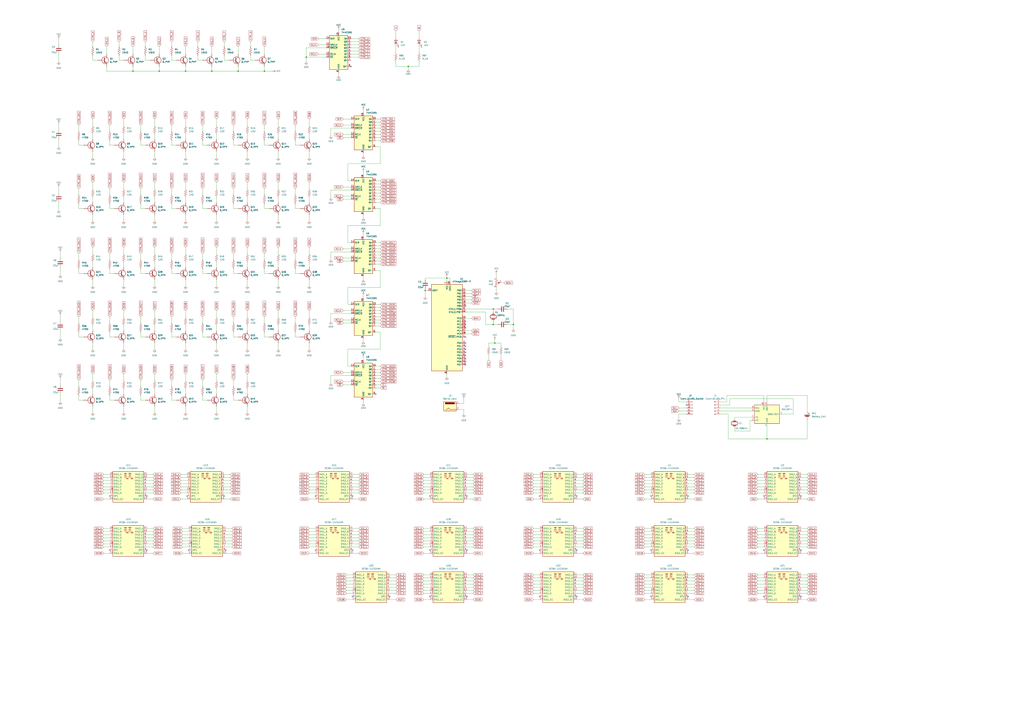
<source format=kicad_sch>
(kicad_sch (version 20250114) (generator "eeschema") (generator_version "9.0")
  (paper "A1")
  (junction (at 251.46 46.99))
  (junction (at 349.25 238.76))
  (junction (at 406.4 281.94))
  (junction (at 421.64 266.7))
  (junction (at 405.13 266.7))
  (junction (at 130.81 58.42))
  (junction (at 405.13 254))
  (junction (at 217.17 58.42))
  (junction (at 195.58 58.42))
  (junction (at 629.92 360.68))
  (junction (at 152.4 58.42))
  (junction (at 367.03 228.6))
  (junction (at 335.28 54.61))
  (junction (at 109.22 58.42))
  (junction (at 173.99 58.42))
  (no_connect (at 657.86 490.22))
  (no_connect (at 383.54 452.12))
  (no_connect (at 382.27 287.02))
  (no_connect (at 353.06 490.22))
  (no_connect (at 353.06 407.67))
  (no_connect (at 534.67 490.22))
  (no_connect (at 383.54 407.67))
  (no_connect (at 288.29 54.61))
  (no_connect (at 289.56 490.22))
  (no_connect (at 382.27 294.64))
  (no_connect (at 184.15 407.67))
  (no_connect (at 382.27 264.16))
  (no_connect (at 120.65 407.67))
  (no_connect (at 320.04 490.22))
  (no_connect (at 443.23 452.12))
  (no_connect (at 382.27 269.24))
  (no_connect (at 289.56 452.12))
  (no_connect (at 259.08 452.12))
  (no_connect (at 443.23 407.67))
  (no_connect (at 534.67 452.12))
  (no_connect (at 534.67 407.67))
  (no_connect (at 565.15 407.67))
  (no_connect (at 657.86 407.67))
  (no_connect (at 382.27 266.7))
  (no_connect (at 382.27 297.18))
  (no_connect (at 154.94 452.12))
  (no_connect (at 627.38 490.22))
  (no_connect (at 563.88 332.74))
  (no_connect (at 185.42 452.12))
  (no_connect (at 383.54 490.22))
  (no_connect (at 90.17 407.67))
  (no_connect (at 308.61 323.85))
  (no_connect (at 657.86 452.12))
  (no_connect (at 153.67 407.67))
  (no_connect (at 289.56 407.67))
  (no_connect (at 627.38 452.12))
  (no_connect (at 353.06 452.12))
  (no_connect (at 382.27 281.94))
  (no_connect (at 90.17 452.12))
  (no_connect (at 627.38 407.67))
  (no_connect (at 473.71 452.12))
  (no_connect (at 443.23 490.22))
  (no_connect (at 473.71 407.67))
  (no_connect (at 565.15 452.12))
  (no_connect (at 382.27 276.86))
  (no_connect (at 120.65 452.12))
  (no_connect (at 382.27 289.56))
  (no_connect (at 382.27 251.46))
  (no_connect (at 382.27 299.72))
  (no_connect (at 473.71 490.22))
  (no_connect (at 382.27 292.1))
  (no_connect (at 382.27 284.48))
  (no_connect (at 565.15 490.22))
  (no_connect (at 259.08 407.67))
  (wire (pts (xy 381 331.47) (xy 377.19 331.47)))
  (wire (pts (xy 166.37 102.87) (xy 166.37 107.95)))
  (wire (pts (xy 529.59 474.98) (xy 534.67 474.98)))
  (wire (pts (xy 289.56 444.5) (xy 294.64 444.5)))
  (wire (pts (xy 152.4 97.79) (xy 152.4 102.87)))
  (wire (pts (xy 529.59 447.04) (xy 534.67 447.04)))
  (wire (pts (xy 284.48 482.6) (xy 289.56 482.6)))
  (wire (pts (xy 49.53 219.71) (xy 49.53 226.06)))
  (wire (pts (xy 312.42 120.65) (xy 312.42 134.62)))
  (wire (pts (xy 289.56 405.13) (xy 294.64 405.13)))
  (wire (pts (xy 166.37 119.38) (xy 170.18 119.38)))
  (wire (pts (xy 344.17 50.8) (xy 344.17 54.61)))
  (wire (pts (xy 64.77 208.28) (xy 64.77 213.36)))
  (wire (pts (xy 228.6 229.87) (xy 228.6 234.95)))
  (wire (pts (xy 85.09 447.04) (xy 90.17 447.04)))
  (wire (pts (xy 152.4 255.27) (xy 152.4 260.35)))
  (wire (pts (xy 85.09 400.05) (xy 90.17 400.05)))
  (wire (pts (xy 64.77 115.57) (xy 64.77 119.38)))
  (wire (pts (xy 298.45 227.33) (xy 298.45 229.87)))
  (wire (pts (xy 438.15 485.14) (xy 443.23 485.14)))
  (wire (pts (xy 76.2 307.34) (xy 76.2 312.42)))
  (wire (pts (xy 308.61 115.57) (xy 312.42 115.57)))
  (wire (pts (xy 242.57 260.35) (xy 242.57 265.43)))
  (wire (pts (xy 529.59 487.68) (xy 534.67 487.68)))
  (wire (pts (xy 152.4 320.04) (xy 152.4 323.85)))
  (wire (pts (xy 288.29 41.91) (xy 294.64 41.91)))
  (wire (pts (xy 416.56 266.7) (xy 421.64 266.7)))
  (wire (pts (xy 411.48 292.1) (xy 411.48 295.91)))
  (wire (pts (xy 438.15 410.21) (xy 443.23 410.21)))
  (wire (pts (xy 599.44 327.66) (xy 651.51 327.66)))
  (wire (pts (xy 308.61 161.29) (xy 312.42 161.29)))
  (wire (pts (xy 615.95 354.33) (xy 603.25 354.33)))
  (wire (pts (xy 254 110.49) (xy 254 114.3)))
  (wire (pts (xy 438.15 480.06) (xy 443.23 480.06)))
  (wire (pts (xy 288.29 34.29) (xy 294.64 34.29)))
  (wire (pts (xy 90.17 260.35) (xy 90.17 265.43)))
  (wire (pts (xy 622.3 410.21) (xy 627.38 410.21)))
  (wire (pts (xy 48.26 101.6) (xy 48.26 106.68)))
  (wire (pts (xy 347.98 454.66) (xy 353.06 454.66)))
  (wire (pts (xy 473.71 447.04) (xy 478.79 447.04)))
  (wire (pts (xy 140.97 208.28) (xy 140.97 213.36)))
  (wire (pts (xy 281.94 153.67) (xy 288.29 153.67)))
  (wire (pts (xy 325.12 38.1) (xy 325.12 43.18)))
  (wire (pts (xy 320.04 487.68) (xy 325.12 487.68)))
  (wire (pts (xy 173.99 58.42) (xy 195.58 58.42)))
  (wire (pts (xy 563.88 340.36) (xy 557.53 340.36)))
  (wire (pts (xy 657.86 477.52) (xy 662.94 477.52)))
  (wire (pts (xy 565.15 487.68) (xy 570.23 487.68)))
  (wire (pts (xy 127 97.79) (xy 127 102.87)))
  (wire (pts (xy 109.22 38.1) (xy 109.22 44.45)))
  (wire (pts (xy 438.15 441.96) (xy 443.23 441.96)))
  (wire (pts (xy 217.17 220.98) (xy 217.17 224.79)))
  (wire (pts (xy 140.97 273.05) (xy 140.97 276.86)))
  (wire (pts (xy 76.2 203.2) (xy 76.2 208.28)))
  (wire (pts (xy 281.94 306.07) (xy 288.29 306.07)))
  (wire (pts (xy 657.86 434.34) (xy 662.94 434.34)))
  (wire (pts (xy 565.15 436.88) (xy 570.23 436.88)))
  (wire (pts (xy 97.79 45.72) (xy 97.79 49.53)))
  (wire (pts (xy 398.78 256.54) (xy 398.78 266.7)))
  (wire (pts (xy 383.54 474.98) (xy 388.62 474.98)))
  (wire (pts (xy 115.57 220.98) (xy 115.57 224.79)))
  (wire (pts (xy 76.2 267.97) (xy 76.2 271.78)))
  (wire (pts (xy 120.65 397.51) (xy 125.73 397.51)))
  (wire (pts (xy 367.03 228.6) (xy 349.25 228.6)))
  (wire (pts (xy 85.09 394.97) (xy 90.17 394.97)))
  (wire (pts (xy 438.15 397.51) (xy 443.23 397.51)))
  (wire (pts (xy 473.71 472.44) (xy 478.79 472.44)))
  (wire (pts (xy 49.53 323.85) (xy 49.53 330.2)))
  (wire (pts (xy 140.97 171.45) (xy 144.78 171.45)))
  (wire (pts (xy 308.61 148.59) (xy 312.42 148.59)))
  (wire (pts (xy 529.59 410.21) (xy 534.67 410.21)))
  (wire (pts (xy 347.98 394.97) (xy 353.06 394.97)))
  (wire (pts (xy 563.88 330.2) (xy 557.53 330.2)))
  (wire (pts (xy 217.17 273.05) (xy 217.17 276.86)))
  (wire (pts (xy 85.09 436.88) (xy 90.17 436.88)))
  (wire (pts (xy 473.71 449.58) (xy 478.79 449.58)))
  (wire (pts (xy 203.2 110.49) (xy 203.2 114.3)))
  (wire (pts (xy 438.15 492.76) (xy 443.23 492.76)))
  (wire (pts (xy 347.98 485.14) (xy 353.06 485.14)))
  (wire (pts (xy 64.77 312.42) (xy 64.77 317.5)))
  (wire (pts (xy 622.3 434.34) (xy 627.38 434.34)))
  (wire (pts (xy 298.45 242.57) (xy 298.45 245.11)))
  (wire (pts (xy 622.3 474.98) (xy 627.38 474.98)))
  (wire (pts (xy 115.57 328.93) (xy 119.38 328.93)))
  (wire (pts (xy 312.42 171.45) (xy 312.42 185.42)))
  (wire (pts (xy 382.27 274.32) (xy 387.35 274.32)))
  (wire (pts (xy 320.04 480.06) (xy 325.12 480.06)))
  (wire (pts (xy 166.37 273.05) (xy 166.37 276.86)))
  (wire (pts (xy 288.29 39.37) (xy 294.64 39.37)))
  (wire (pts (xy 622.3 394.97) (xy 627.38 394.97)))
  (wire (pts (xy 191.77 208.28) (xy 191.77 213.36)))
  (wire (pts (xy 203.2 149.86) (xy 203.2 154.94)))
  (wire (pts (xy 101.6 176.53) (xy 101.6 181.61)))
  (wire (pts (xy 242.57 119.38) (xy 246.38 119.38)))
  (wire (pts (xy 308.61 300.99) (xy 312.42 300.99)))
  (wire (pts (xy 166.37 208.28) (xy 166.37 213.36)))
  (wire (pts (xy 149.86 434.34) (xy 154.94 434.34)))
  (wire (pts (xy 382.27 241.3) (xy 387.35 241.3)))
  (wire (pts (xy 622.3 449.58) (xy 627.38 449.58)))
  (wire (pts (xy 622.3 454.66) (xy 627.38 454.66)))
  (wire (pts (xy 298.45 293.37) (xy 298.45 295.91)))
  (wire (pts (xy 473.71 405.13) (xy 478.79 405.13)))
  (wire (pts (xy 76.2 281.94) (xy 76.2 287.02)))
  (wire (pts (xy 308.61 250.19) (xy 312.42 250.19)))
  (wire (pts (xy 49.53 207.01) (xy 49.53 212.09)))
  (wire (pts (xy 325.12 25.4) (xy 325.12 30.48)))
  (wire (pts (xy 622.3 402.59) (xy 627.38 402.59)))
  (wire (pts (xy 289.56 394.97) (xy 294.64 394.97)))
  (wire (pts (xy 367.03 227.33) (xy 367.03 228.6)))
  (wire (pts (xy 90.17 224.79) (xy 93.98 224.79)))
  (wire (pts (xy 382.27 243.84) (xy 387.35 243.84)))
  (wire (pts (xy 115.57 102.87) (xy 115.57 107.95)))
  (wire (pts (xy 347.98 447.04) (xy 353.06 447.04)))
  (wire (pts (xy 254 97.79) (xy 254 102.87)))
  (wire (pts (xy 90.17 154.94) (xy 90.17 160.02)))
  (wire (pts (xy 288.29 156.21) (xy 271.78 156.21)))
  (wire (pts (xy 312.42 236.22) (xy 285.75 236.22)))
  (wire (pts (xy 217.17 154.94) (xy 217.17 160.02)))
  (wire (pts (xy 473.71 485.14) (xy 478.79 485.14)))
  (wire (pts (xy 76.2 320.04) (xy 76.2 323.85)))
  (wire (pts (xy 401.32 281.94) (xy 401.32 284.48)))
  (wire (pts (xy 565.15 472.44) (xy 570.23 472.44)))
  (wire (pts (xy 529.59 480.06) (xy 534.67 480.06)))
  (wire (pts (xy 473.71 392.43) (xy 478.79 392.43)))
  (wire (pts (xy 115.57 273.05) (xy 115.57 276.86)))
  (wire (pts (xy 596.9 325.12) (xy 627.38 325.12)))
  (wire (pts (xy 85.09 402.59) (xy 90.17 402.59)))
  (wire (pts (xy 657.86 436.88) (xy 662.94 436.88)))
  (wire (pts (xy 308.61 267.97) (xy 312.42 267.97)))
  (wire (pts (xy 191.77 167.64) (xy 191.77 171.45)))
  (wire (pts (xy 377.19 336.55) (xy 381 336.55)))
  (wire (pts (xy 438.15 444.5) (xy 443.23 444.5)))
  (wire (pts (xy 308.61 217.17) (xy 312.42 217.17)))
  (wire (pts (xy 565.15 444.5) (xy 570.23 444.5)))
  (wire (pts (xy 152.4 334.01) (xy 152.4 339.09)))
  (wire (pts (xy 308.61 308.61) (xy 312.42 308.61)))
  (wire (pts (xy 166.37 224.79) (xy 170.18 224.79)))
  (wire (pts (xy 228.6 149.86) (xy 228.6 154.94)))
  (wire (pts (xy 217.17 38.1) (xy 217.17 44.45)))
  (wire (pts (xy 49.53 311.15) (xy 49.53 316.23)))
  (wire (pts (xy 76.2 110.49) (xy 76.2 114.3)))
  (wire (pts (xy 529.59 405.13) (xy 534.67 405.13)))
  (wire (pts (xy 76.2 45.72) (xy 76.2 49.53)))
  (wire (pts (xy 565.15 454.66) (xy 570.23 454.66)))
  (wire (pts (xy 254 203.2) (xy 254 208.28)))
  (wire (pts (xy 203.2 176.53) (xy 203.2 181.61)))
  (wire (pts (xy 228.6 281.94) (xy 228.6 287.02)))
  (wire (pts (xy 529.59 389.89) (xy 534.67 389.89)))
  (wire (pts (xy 598.17 360.68) (xy 629.92 360.68)))
  (wire (pts (xy 115.57 115.57) (xy 115.57 119.38)))
  (wire (pts (xy 177.8 149.86) (xy 177.8 154.94)))
  (wire (pts (xy 281.94 313.69) (xy 288.29 313.69)))
  (wire (pts (xy 629.92 360.68) (xy 662.94 360.68)))
  (wire (pts (xy 228.6 255.27) (xy 228.6 260.35)))
  (wire (pts (xy 254 267.97) (xy 254 271.78)))
  (wire (pts (xy 308.61 107.95) (xy 312.42 107.95)))
  (wire (pts (xy 127 176.53) (xy 127 181.61)))
  (wire (pts (xy 76.2 334.01) (xy 76.2 339.09)))
  (wire (pts (xy 140.97 115.57) (xy 140.97 119.38)))
  (wire (pts (xy 127 229.87) (xy 127 234.95)))
  (wire (pts (xy 64.77 171.45) (xy 68.58 171.45)))
  (wire (pts (xy 657.86 397.51) (xy 662.94 397.51)))
  (wire (pts (xy 152.4 281.94) (xy 152.4 287.02)))
  (wire (pts (xy 254 215.9) (xy 254 219.71)))
  (wire (pts (xy 657.86 444.5) (xy 662.94 444.5)))
  (wire (pts (xy 149.86 441.96) (xy 154.94 441.96)))
  (wire (pts (xy 622.3 397.51) (xy 627.38 397.51)))
  (wire (pts (xy 177.8 281.94) (xy 177.8 287.02)))
  (wire (pts (xy 149.86 449.58) (xy 154.94 449.58)))
  (wire (pts (xy 657.86 487.68) (xy 662.94 487.68)))
  (wire (pts (xy 367.03 228.6) (xy 369.57 228.6)))
  (wire (pts (xy 101.6 320.04) (xy 101.6 323.85)))
  (wire (pts (xy 76.2 255.27) (xy 76.2 260.35)))
  (wire (pts (xy 228.6 176.53) (xy 228.6 181.61)))
  (wire (pts (xy 85.09 392.43) (xy 90.17 392.43)))
  (wire (pts (xy 64.77 325.12) (xy 64.77 328.93)))
  (wire (pts (xy 152.4 58.42) (xy 130.81 58.42)))
  (wire (pts (xy 120.65 444.5) (xy 125.73 444.5)))
  (wire (pts (xy 383.54 397.51) (xy 388.62 397.51)))
  (wire (pts (xy 285.75 199.39) (xy 288.29 199.39)))
  (wire (pts (xy 185.42 449.58) (xy 190.5 449.58)))
  (wire (pts (xy 347.98 402.59) (xy 353.06 402.59)))
  (wire (pts (xy 565.15 394.97) (xy 570.23 394.97)))
  (wire (pts (xy 367.03 307.34) (xy 367.03 309.88)))
  (wire (pts (xy 261.62 31.75) (xy 267.97 31.75)))
  (wire (pts (xy 177.8 176.53) (xy 177.8 181.61)))
  (wire (pts (xy 349.25 228.6) (xy 349.25 229.87)))
  (wire (pts (xy 242.57 276.86) (xy 246.38 276.86)))
  (wire (pts (xy 140.97 45.72) (xy 140.97 49.53)))
  (wire (pts (xy 382.27 246.38) (xy 387.35 246.38)))
  (wire (pts (xy 565.15 400.05) (xy 570.23 400.05)))
  (wire (pts (xy 115.57 154.94) (xy 115.57 160.02)))
  (wire (pts (xy 228.6 267.97) (xy 228.6 271.78)))
  (wire (pts (xy 438.15 402.59) (xy 443.23 402.59)))
  (wire (pts (xy 308.61 257.81) (xy 312.42 257.81)))
  (wire (pts (xy 191.77 276.86) (xy 195.58 276.86)))
  (wire (pts (xy 177.8 229.87) (xy 177.8 234.95)))
  (wire (pts (xy 438.15 474.98) (xy 443.23 474.98)))
  (wire (pts (xy 308.61 316.23) (xy 312.42 316.23)))
  (wire (pts (xy 473.71 482.6) (xy 478.79 482.6)))
  (wire (pts (xy 473.71 434.34) (xy 478.79 434.34)))
  (wire (pts (xy 90.17 171.45) (xy 93.98 171.45)))
  (wire (pts (xy 599.44 332.74) (xy 599.44 327.66)))
  (wire (pts (xy 242.57 102.87) (xy 242.57 107.95)))
  (wire (pts (xy 166.37 171.45) (xy 170.18 171.45)))
  (wire (pts (xy 383.54 449.58) (xy 388.62 449.58)))
  (wire (pts (xy 48.26 44.45) (xy 48.26 50.8)))
  (wire (pts (xy 308.61 212.09) (xy 312.42 212.09)))
  (wire (pts (xy 185.42 447.04) (xy 190.5 447.04)))
  (wire (pts (xy 438.15 472.44) (xy 443.23 472.44)))
  (wire (pts (xy 289.56 389.89) (xy 294.64 389.89)))
  (wire (pts (xy 185.42 439.42) (xy 190.5 439.42)))
  (wire (pts (xy 308.61 313.69) (xy 312.42 313.69)))
  (wire (pts (xy 191.77 312.42) (xy 191.77 317.5)))
  (wire (pts (xy 217.17 102.87) (xy 217.17 107.95)))
  (wire (pts (xy 289.56 402.59) (xy 294.64 402.59)))
  (wire (pts (xy 438.15 439.42) (xy 443.23 439.42)))
  (wire (pts (xy 120.65 447.04) (xy 125.73 447.04)))
  (wire (pts (xy 271.78 257.81) (xy 271.78 264.16)))
  (wire (pts (xy 90.17 328.93) (xy 93.98 328.93)))
  (wire (pts (xy 184.15 402.59) (xy 189.23 402.59)))
  (wire (pts (xy 657.86 394.97) (xy 662.94 394.97)))
  (wire (pts (xy 101.6 267.97) (xy 101.6 271.78)))
  (wire (pts (xy 622.3 400.05) (xy 627.38 400.05)))
  (wire (pts (xy 308.61 255.27) (xy 312.42 255.27)))
  (wire (pts (xy 140.97 325.12) (xy 140.97 328.93)))
  (wire (pts (xy 438.15 394.97) (xy 443.23 394.97)))
  (wire (pts (xy 383.54 400.05) (xy 388.62 400.05)))
  (wire (pts (xy 320.04 474.98) (xy 325.12 474.98)))
  (wire (pts (xy 120.65 405.13) (xy 125.73 405.13)))
  (wire (pts (xy 657.86 472.44) (xy 662.94 472.44)))
  (wire (pts (xy 140.97 224.79) (xy 144.78 224.79)))
  (wire (pts (xy 657.86 439.42) (xy 662.94 439.42)))
  (wire (pts (xy 254 449.58) (xy 259.08 449.58)))
  (wire (pts (xy 254 281.94) (xy 254 287.02)))
  (wire (pts (xy 191.77 154.94) (xy 191.77 160.02)))
  (wire (pts (xy 85.09 441.96) (xy 90.17 441.96)))
  (wire (pts (xy 101.6 281.94) (xy 101.6 287.02)))
  (wire (pts (xy 228.6 203.2) (xy 228.6 208.28)))
  (wire (pts (xy 49.53 271.78) (xy 49.53 278.13)))
  (wire (pts (xy 64.77 119.38) (xy 68.58 119.38)))
  (wire (pts (xy 127 307.34) (xy 127 312.42)))
  (wire (pts (xy 308.61 153.67) (xy 312.42 153.67)))
  (wire (pts (xy 557.53 337.82) (xy 563.88 337.82)))
  (wire (pts (xy 203.2 203.2) (xy 203.2 208.28)))
  (wire (pts (xy 191.77 273.05) (xy 191.77 276.86)))
  (wire (pts (xy 203.2 124.46) (xy 203.2 129.54)))
  (wire (pts (xy 267.97 39.37) (xy 251.46 39.37)))
  (wire (pts (xy 325.12 54.61) (xy 325.12 50.8)))
  (wire (pts (xy 529.59 394.97) (xy 534.67 394.97)))
  (wire (pts (xy 383.54 454.66) (xy 388.62 454.66)))
  (wire (pts (xy 85.09 389.89) (xy 90.17 389.89)))
  (wire (pts (xy 195.58 38.1) (xy 195.58 44.45)))
  (wire (pts (xy 87.63 58.42) (xy 109.22 58.42)))
  (wire (pts (xy 90.17 220.98) (xy 90.17 224.79)))
  (wire (pts (xy 101.6 124.46) (xy 101.6 129.54)))
  (wire (pts (xy 217.17 208.28) (xy 217.17 213.36)))
  (wire (pts (xy 152.4 307.34) (xy 152.4 312.42)))
  (wire (pts (xy 177.8 215.9) (xy 177.8 219.71)))
  (wire (pts (xy 347.98 441.96) (xy 353.06 441.96)))
  (wire (pts (xy 565.15 439.42) (xy 570.23 439.42)))
  (wire (pts (xy 285.75 148.59) (xy 288.29 148.59)))
  (wire (pts (xy 662.94 345.44) (xy 662.94 360.68)))
  (wire (pts (xy 657.86 400.05) (xy 662.94 400.05)))
  (wire (pts (xy 529.59 492.76) (xy 534.67 492.76)))
  (wire (pts (xy 529.59 454.66) (xy 534.67 454.66)))
  (wire (pts (xy 85.09 410.21) (xy 90.17 410.21)))
  (wire (pts (xy 421.64 266.7) (xy 421.64 270.51)))
  (wire (pts (xy 285.75 134.62) (xy 285.75 148.59)))
  (wire (pts (xy 271.78 105.41) (xy 271.78 111.76)))
  (wire (pts (xy 173.99 54.61) (xy 173.99 58.42)))
  (wire (pts (xy 101.6 215.9) (xy 101.6 219.71)))
  (wire (pts (xy 657.86 474.98) (xy 662.94 474.98)))
  (wire (pts (xy 308.61 204.47) (xy 312.42 204.47)))
  (wire (pts (xy 85.09 439.42) (xy 90.17 439.42)))
  (wire (pts (xy 383.54 434.34) (xy 388.62 434.34)))
  (wire (pts (xy 529.59 402.59) (xy 534.67 402.59)))
  (wire (pts (xy 320.04 492.76) (xy 325.12 492.76)))
  (wire (pts (xy 347.98 449.58) (xy 353.06 449.58)))
  (wire (pts (xy 603.25 354.33) (xy 603.25 351.79)))
  (wire (pts (xy 473.71 402.59) (xy 478.79 402.59)))
  (wire (pts (xy 191.77 325.12) (xy 191.77 328.93)))
  (wire (pts (xy 177.8 320.04) (xy 177.8 323.85)))
  (wire (pts (xy 184.15 397.51) (xy 189.23 397.51)))
  (wire (pts (xy 351.79 238.76) (xy 349.25 238.76)))
  (wire (pts (xy 185.42 444.5) (xy 190.5 444.5)))
  (wire (pts (xy 254 124.46) (xy 254 129.54)))
  (wire (pts (xy 347.98 436.88) (xy 353.06 436.88)))
  (wire (pts (xy 251.46 46.99) (xy 267.97 46.99)))
  (wire (pts (xy 162.56 34.29) (xy 162.56 38.1)))
  (wire (pts (xy 115.57 260.35) (xy 115.57 265.43)))
  (wire (pts (xy 127 110.49) (xy 127 114.3)))
  (wire (pts (xy 347.98 405.13) (xy 353.06 405.13)))
  (wire (pts (xy 347.98 397.51) (xy 353.06 397.51)))
  (wire (pts (xy 383.54 477.52) (xy 388.62 477.52)))
  (wire (pts (xy 278.13 59.69) (xy 278.13 62.23)))
  (wire (pts (xy 383.54 410.21) (xy 388.62 410.21)))
  (wire (pts (xy 657.86 454.66) (xy 662.94 454.66)))
  (wire (pts (xy 90.17 276.86) (xy 93.98 276.86)))
  (wire (pts (xy 473.71 410.21) (xy 478.79 410.21)))
  (wire (pts (xy 651.51 327.66) (xy 651.51 340.36)))
  (wire (pts (xy 191.77 119.38) (xy 195.58 119.38)))
  (wire (pts (xy 347.98 434.34) (xy 353.06 434.34)))
  (wire (pts (xy 217.17 260.35) (xy 217.17 265.43)))
  (wire (pts (xy 308.61 265.43) (xy 312.42 265.43)))
  (wire (pts (xy 76.2 124.46) (xy 76.2 129.54)))
  (wire (pts (xy 438.15 400.05) (xy 443.23 400.05)))
  (wire (pts (xy 598.17 340.36) (xy 591.82 340.36)))
  (wire (pts (xy 438.15 434.34) (xy 443.23 434.34)))
  (wire (pts (xy 383.54 482.6) (xy 388.62 482.6)))
  (wire (pts (xy 242.57 171.45) (xy 246.38 171.45)))
  (wire (pts (xy 622.3 482.6) (xy 627.38 482.6)))
  (wire (pts (xy 127 281.94) (xy 127 287.02)))
  (wire (pts (xy 298.45 278.13) (xy 298.45 280.67)))
  (wire (pts (xy 289.56 454.66) (xy 294.64 454.66)))
  (wire (pts (xy 127 267.97) (xy 127 271.78)))
  (wire (pts (xy 473.71 394.97) (xy 478.79 394.97)))
  (wire (pts (xy 289.56 434.34) (xy 294.64 434.34)))
  (wire (pts (xy 473.71 480.06) (xy 478.79 480.06)))
  (wire (pts (xy 308.61 158.75) (xy 312.42 158.75)))
  (wire (pts (xy 298.45 176.53) (xy 298.45 179.07)))
  (wire (pts (xy 162.56 45.72) (xy 162.56 49.53)))
  (wire (pts (xy 281.94 214.63) (xy 288.29 214.63)))
  (wire (pts (xy 438.15 392.43) (xy 443.23 392.43)))
  (wire (pts (xy 591.82 335.28) (xy 617.22 335.28)))
  (wire (pts (xy 130.81 54.61) (xy 130.81 58.42)))
  (wire (pts (xy 383.54 487.68) (xy 388.62 487.68)))
  (wire (pts (xy 383.54 485.14) (xy 388.62 485.14)))
  (wire (pts (xy 383.54 392.43) (xy 388.62 392.43)))
  (wire (pts (xy 217.17 58.42) (xy 223.52 58.42)))
  (wire (pts (xy 622.3 480.06) (xy 627.38 480.06)))
  (wire (pts (xy 228.6 124.46) (xy 228.6 129.54)))
  (wire (pts (xy 254 176.53) (xy 254 181.61)))
  (wire (pts (xy 120.65 434.34) (xy 125.73 434.34)))
  (wire (pts (xy 228.6 110.49) (xy 228.6 114.3)))
  (wire (pts (xy 529.59 441.96) (xy 534.67 441.96)))
  (wire (pts (xy 85.09 434.34) (xy 90.17 434.34)))
  (wire (pts (xy 120.65 410.21) (xy 125.73 410.21)))
  (wire (pts (xy 622.3 477.52) (xy 627.38 477.52)))
  (wire (pts (xy 308.61 252.73) (xy 312.42 252.73)))
  (wire (pts (xy 203.2 281.94) (xy 203.2 287.02)))
  (wire (pts (xy 289.56 410.21) (xy 294.64 410.21)))
  (wire (pts (xy 203.2 97.79) (xy 203.2 102.87)))
  (wire (pts (xy 203.2 229.87) (xy 203.2 234.95)))
  (wire (pts (xy 622.3 436.88) (xy 627.38 436.88)))
  (wire (pts (xy 76.2 49.53) (xy 80.01 49.53)))
  (wire (pts (xy 473.71 436.88) (xy 478.79 436.88)))
  (wire (pts (xy 281.94 161.29) (xy 288.29 161.29)))
  (wire (pts (xy 90.17 273.05) (xy 90.17 276.86)))
  (wire (pts (xy 228.6 97.79) (xy 228.6 102.87)))
  (wire (pts (xy 565.15 480.06) (xy 570.23 480.06)))
  (wire (pts (xy 288.29 44.45) (xy 294.64 44.45)))
  (wire (pts (xy 130.81 58.42) (xy 109.22 58.42)))
  (wire (pts (xy 473.71 397.51) (xy 478.79 397.51)))
  (wire (pts (xy 289.56 436.88) (xy 294.64 436.88)))
  (wire (pts (xy 383.54 441.96) (xy 388.62 441.96)))
  (wire (pts (xy 184.15 410.21) (xy 189.23 410.21)))
  (wire (pts (xy 85.09 397.51) (xy 90.17 397.51)))
  (wire (pts (xy 657.86 482.6) (xy 662.94 482.6)))
  (wire (pts (xy 627.38 325.12) (xy 627.38 330.2)))
  (wire (pts (xy 254 149.86) (xy 254 154.94)))
  (wire (pts (xy 622.3 492.76) (xy 627.38 492.76)))
  (wire (pts (xy 109.22 54.61) (xy 109.22 58.42)))
  (wire (pts (xy 254 162.56) (xy 254 166.37)))
  (wire (pts (xy 473.71 441.96) (xy 478.79 441.96)))
  (wire (pts (xy 281.94 262.89) (xy 288.29 262.89)))
  (wire (pts (xy 101.6 203.2) (xy 101.6 208.28)))
  (wire (pts (xy 185.42 434.34) (xy 190.5 434.34)))
  (wire (pts (xy 622.3 389.89) (xy 627.38 389.89)))
  (wire (pts (xy 148.59 402.59) (xy 153.67 402.59)))
  (wire (pts (xy 565.15 474.98) (xy 570.23 474.98)))
  (wire (pts (xy 152.4 229.87) (xy 152.4 234.95)))
  (wire (pts (xy 383.54 480.06) (xy 388.62 480.06)))
  (wire (pts (xy 184.15 394.97) (xy 189.23 394.97)))
  (wire (pts (xy 254 229.87) (xy 254 234.95)))
  (wire (pts (xy 347.98 482.6) (xy 353.06 482.6)))
  (wire (pts (xy 281.94 255.27) (xy 288.29 255.27)))
  (wire (pts (xy 97.79 49.53) (xy 101.6 49.53)))
  (wire (pts (xy 284.48 485.14) (xy 289.56 485.14)))
  (wire (pts (xy 149.86 436.88) (xy 154.94 436.88)))
  (wire (pts (xy 242.57 167.64) (xy 242.57 171.45)))
  (wire (pts (xy 288.29 31.75) (xy 294.64 31.75)))
  (wire (pts (xy 120.65 449.58) (xy 125.73 449.58)))
  (wire (pts (xy 406.4 281.94) (xy 401.32 281.94)))
  (wire (pts (xy 115.57 171.45) (xy 119.38 171.45)))
  (wire (pts (xy 347.98 392.43) (xy 353.06 392.43)))
  (wire (pts (xy 298.45 140.97) (xy 298.45 143.51)))
  (wire (pts (xy 228.6 215.9) (xy 228.6 219.71)))
  (wire (pts (xy 140.97 102.87) (xy 140.97 107.95)))
  (wire (pts (xy 184.15 49.53) (xy 187.96 49.53)))
  (wire (pts (xy 90.17 325.12) (xy 90.17 328.93)))
  (wire (pts (xy 203.2 255.27) (xy 203.2 260.35)))
  (wire (pts (xy 657.86 447.04) (xy 662.94 447.04)))
  (wire (pts (xy 140.97 49.53) (xy 144.78 49.53)))
  (wire (pts (xy 254 392.43) (xy 259.08 392.43)))
  (wire (pts (xy 140.97 276.86) (xy 144.78 276.86)))
  (wire (pts (xy 382.27 254) (xy 405.13 254)))
  (wire (pts (xy 152.4 58.42) (xy 173.99 58.42)))
  (wire (pts (xy 347.98 480.06) (xy 353.06 480.06)))
  (wire (pts (xy 565.15 492.76) (xy 570.23 492.76)))
  (wire (pts (xy 173.99 38.1) (xy 173.99 44.45)))
  (wire (pts (xy 64.77 224.79) (xy 68.58 224.79)))
  (wire (pts (xy 565.15 485.14) (xy 570.23 485.14)))
  (wire (pts (xy 177.8 124.46) (xy 177.8 129.54)))
  (wire (pts (xy 166.37 328.93) (xy 170.18 328.93)))
  (wire (pts (xy 308.61 97.79) (xy 312.42 97.79)))
  (wire (pts (xy 115.57 224.79) (xy 119.38 224.79)))
  (wire (pts (xy 254 410.21) (xy 259.08 410.21)))
  (wire (pts (xy 622.3 441.96) (xy 627.38 441.96)))
  (wire (pts (xy 289.56 392.43) (xy 294.64 392.43)))
  (wire (pts (xy 288.29 308.61) (xy 271.78 308.61)))
  (wire (pts (xy 308.61 156.21) (xy 312.42 156.21)))
  (wire (pts (xy 166.37 276.86) (xy 170.18 276.86)))
  (wire (pts (xy 177.8 97.79) (xy 177.8 102.87)))
  (wire (pts (xy 148.59 410.21) (xy 153.67 410.21)))
  (wire (pts (xy 473.71 444.5) (xy 478.79 444.5)))
  (wire (pts (xy 622.3 444.5) (xy 627.38 444.5)))
  (wire (pts (xy 127 124.46) (xy 127 129.54)))
  (wire (pts (xy 49.53 259.08) (xy 49.53 264.16)))
  (wire (pts (xy 285.75 287.02) (xy 285.75 300.99)))
  (wire (pts (xy 438.15 405.13) (xy 443.23 405.13)))
  (wire (pts (xy 254 397.51) (xy 259.08 397.51)))
  (wire (pts (xy 288.29 257.81) (xy 271.78 257.81)))
  (wire (pts (xy 203.2 162.56) (xy 203.2 166.37)))
  (wire (pts (xy 217.17 115.57) (xy 217.17 119.38)))
  (wire (pts (xy 97.79 34.29) (xy 97.79 38.1)))
  (wire (pts (xy 254 405.13) (xy 259.08 405.13)))
  (wire (pts (xy 438.15 389.89) (xy 443.23 389.89)))
  (wire (pts (xy 152.4 215.9) (xy 152.4 219.71)))
  (wire (pts (xy 383.54 472.44) (xy 388.62 472.44)))
  (wire (pts (xy 657.86 402.59) (xy 662.94 402.59)))
  (wire (pts (xy 298.45 191.77) (xy 298.45 194.31)))
  (wire (pts (xy 565.15 449.58) (xy 570.23 449.58)))
  (wire (pts (xy 401.32 292.1) (xy 401.32 295.91)))
  (wire (pts (xy 473.71 439.42) (xy 478.79 439.42)))
  (wire (pts (xy 254 255.27) (xy 254 260.35)))
  (wire (pts (xy 278.13 24.13) (xy 278.13 26.67)))
  (wire (pts (xy 148.59 405.13) (xy 153.67 405.13)))
  (wire (pts (xy 438.15 449.58) (xy 443.23 449.58)))
  (wire (pts (xy 383.54 439.42) (xy 388.62 439.42)))
  (wire (pts (xy 347.98 444.5) (xy 353.06 444.5)))
  (wire (pts (xy 203.2 307.34) (xy 203.2 312.42)))
  (wire (pts (xy 64.77 220.98) (xy 64.77 224.79)))
  (wire (pts (xy 288.29 207.01) (xy 271.78 207.01)))
  (wire (pts (xy 184.15 405.13) (xy 189.23 405.13)))
  (wire (pts (xy 565.15 477.52) (xy 570.23 477.52)))
  (wire (pts (xy 177.8 110.49) (xy 177.8 114.3)))
  (wire (pts (xy 382.27 248.92) (xy 387.35 248.92)))
  (wire (pts (xy 411.48 284.48) (xy 411.48 281.94)))
  (wire (pts (xy 48.26 166.37) (xy 48.26 172.72)))
  (wire (pts (xy 177.8 267.97) (xy 177.8 271.78)))
  (wire (pts (xy 120.65 454.66) (xy 125.73 454.66)))
  (wire (pts (xy 565.15 389.89) (xy 570.23 389.89)))
  (wire (pts (xy 473.71 389.89) (xy 478.79 389.89)))
  (wire (pts (xy 529.59 439.42) (xy 534.67 439.42)))
  (wire (pts (xy 349.25 237.49) (xy 349.25 238.76)))
  (wire (pts (xy 288.29 36.83) (xy 294.64 36.83)))
  (wire (pts (xy 64.77 167.64) (xy 64.77 171.45)))
  (wire (pts (xy 254 454.66) (xy 259.08 454.66)))
  (wire (pts (xy 119.38 45.72) (xy 119.38 49.53)))
  (wire (pts (xy 565.15 392.43) (xy 570.23 392.43)))
  (wire (pts (xy 344.17 54.61) (xy 335.28 54.61)))
  (wire (pts (xy 383.54 436.88) (xy 388.62 436.88)))
  (wire (pts (xy 381 327.66) (xy 381 331.47)))
  (wire (pts (xy 148.59 397.51) (xy 153.67 397.51)))
  (wire (pts (xy 289.56 441.96) (xy 294.64 441.96)))
  (wire (pts (xy 308.61 113.03) (xy 312.42 113.03)))
  (wire (pts (xy 184.15 392.43) (xy 189.23 392.43)))
  (wire (pts (xy 217.17 167.64) (xy 217.17 171.45)))
  (wire (pts (xy 203.2 334.01) (xy 203.2 339.09)))
  (wire (pts (xy 289.56 397.51) (xy 294.64 397.51)))
  (wire (pts (xy 382.27 256.54) (xy 398.78 256.54)))
  (wire (pts (xy 405.13 266.7) (xy 408.94 266.7)))
  (wire (pts (xy 140.97 328.93) (xy 144.78 328.93)))
  (wire (pts (xy 127 203.2) (xy 127 208.28)))
  (wire (pts (xy 48.26 31.75) (xy 48.26 36.83)))
  (wire (pts (xy 120.65 402.59) (xy 125.73 402.59)))
  (wire (pts (xy 140.97 34.29) (xy 140.97 38.1)))
  (wire (pts (xy 149.86 444.5) (xy 154.94 444.5)))
  (wire (pts (xy 203.2 215.9) (xy 203.2 219.71)))
  (wire (pts (xy 152.4 54.61) (xy 152.4 58.42)))
  (wire (pts (xy 127 162.56) (xy 127 166.37)))
  (wire (pts (xy 285.75 185.42) (xy 285.75 199.39)))
  (wire (pts (xy 657.86 480.06) (xy 662.94 480.06)))
  (wire (pts (xy 347.98 487.68) (xy 353.06 487.68)))
  (wire (pts (xy 271.78 156.21) (xy 271.78 162.56)))
  (wire (pts (xy 308.61 214.63) (xy 312.42 214.63)))
  (wire (pts (xy 312.42 185.42) (xy 285.75 185.42)))
  (wire (pts (xy 438.15 482.6) (xy 443.23 482.6)))
  (wire (pts (xy 320.04 485.14) (xy 325.12 485.14)))
  (wire (pts (xy 166.37 167.64) (xy 166.37 171.45)))
  (wire (pts (xy 195.58 54.61) (xy 195.58 58.42)))
  (wire (pts (xy 438.15 436.88) (xy 443.23 436.88)))
  (wire (pts (xy 115.57 312.42) (xy 115.57 317.5)))
  (wire (pts (xy 529.59 449.58) (xy 534.67 449.58)))
  (wire (pts (xy 281.94 163.83) (xy 288.29 163.83)))
  (wire (pts (xy 149.86 454.66) (xy 154.94 454.66)))
  (wire (pts (xy 101.6 229.87) (xy 101.6 234.95)))
  (wire (pts (xy 64.77 276.86) (xy 68.58 276.86)))
  (wire (pts (xy 657.86 392.43) (xy 662.94 392.43)))
  (wire (pts (xy 416.56 254) (xy 421.64 254)))
  (wire (pts (xy 166.37 115.57) (xy 166.37 119.38)))
  (wire (pts (xy 308.61 260.35) (xy 312.42 260.35)))
  (wire (pts (xy 166.37 154.94) (xy 166.37 160.02)))
  (wire (pts (xy 191.77 260.35) (xy 191.77 265.43)))
  (wire (pts (xy 308.61 171.45) (xy 312.42 171.45)))
  (wire (pts (xy 285.75 236.22) (xy 285.75 250.19)))
  (wire (pts (xy 629.92 350.52) (xy 629.92 360.68)))
  (wire (pts (xy 242.57 208.28) (xy 242.57 213.36)))
  (wire (pts (xy 281.94 110.49) (xy 288.29 110.49)))
  (wire (pts (xy 347.98 474.98) (xy 353.06 474.98)))
  (wire (pts (xy 87.63 54.61) (xy 87.63 58.42)))
  (wire (pts (xy 529.59 397.51) (xy 534.67 397.51)))
  (wire (pts (xy 657.86 405.13) (xy 662.94 405.13)))
  (wire (pts (xy 64.77 273.05) (xy 64.77 276.86)))
  (wire (pts (xy 284.48 477.52) (xy 289.56 477.52)))
  (wire (pts (xy 184.15 389.89) (xy 189.23 389.89)))
  (wire (pts (xy 629.92 325.12) (xy 629.92 330.2)))
  (wire (pts (xy 166.37 325.12) (xy 166.37 328.93)))
  (wire (pts (xy 149.86 447.04) (xy 154.94 447.04)))
  (wire (pts (xy 344.17 38.1) (xy 344.17 43.18)))
  (wire (pts (xy 140.97 260.35) (xy 140.97 265.43)))
  (wire (pts (xy 289.56 449.58) (xy 294.64 449.58)))
  (wire (pts (xy 152.4 176.53) (xy 152.4 181.61)))
  (wire (pts (xy 254 441.96) (xy 259.08 441.96)))
  (wire (pts (xy 284.48 487.68) (xy 289.56 487.68)))
  (wire (pts (xy 369.57 231.14) (xy 369.57 228.6)))
  (wire (pts (xy 130.81 38.1) (xy 130.81 44.45)))
  (wire (pts (xy 64.77 102.87) (xy 64.77 107.95)))
  (wire (pts (xy 101.6 334.01) (xy 101.6 339.09)))
  (wire (pts (xy 308.61 100.33) (xy 312.42 100.33)))
  (wire (pts (xy 565.15 410.21) (xy 570.23 410.21)))
  (wire (pts (xy 308.61 207.01) (xy 312.42 207.01)))
  (wire (pts (xy 344.17 25.4) (xy 344.17 30.48)))
  (wire (pts (xy 308.61 102.87) (xy 312.42 102.87)))
  (wire (pts (xy 298.45 125.73) (xy 298.45 128.27)))
  (wire (pts (xy 405.13 264.16) (xy 405.13 266.7)))
  (wire (pts (xy 557.53 340.36) (xy 557.53 344.17)))
  (wire (pts (xy 115.57 167.64) (xy 115.57 171.45)))
  (wire (pts (xy 308.61 306.07) (xy 312.42 306.07)))
  (wire (pts (xy 312.42 273.05) (xy 312.42 287.02)))
  (wire (pts (xy 261.62 44.45) (xy 267.97 44.45)))
  (wire (pts (xy 281.94 212.09) (xy 288.29 212.09)))
  (wire (pts (xy 120.65 436.88) (xy 125.73 436.88)))
  (wire (pts (xy 622.3 447.04) (xy 627.38 447.04)))
  (wire (pts (xy 127 215.9) (xy 127 219.71)))
  (wire (pts (xy 177.8 307.34) (xy 177.8 312.42)))
  (wire (pts (xy 101.6 149.86) (xy 101.6 154.94)))
  (wire (pts (xy 557.53 335.28) (xy 563.88 335.28)))
  (wire (pts (xy 565.15 441.96) (xy 570.23 441.96)))
  (wire (pts (xy 383.54 389.89) (xy 388.62 389.89)))
  (wire (pts (xy 622.3 392.43) (xy 627.38 392.43)))
  (wire (pts (xy 85.09 454.66) (xy 90.17 454.66)))
  (wire (pts (xy 242.57 224.79) (xy 246.38 224.79)))
  (wire (pts (xy 205.74 49.53) (xy 209.55 49.53)))
  (wire (pts (xy 85.09 444.5) (xy 90.17 444.5)))
  (wire (pts (xy 48.26 153.67) (xy 48.26 158.75)))
  (wire (pts (xy 308.61 163.83) (xy 312.42 163.83)))
  (wire (pts (xy 251.46 39.37) (xy 251.46 46.99)))
  (wire (pts (xy 367.03 228.6) (xy 367.03 231.14)))
  (wire (pts (xy 48.26 114.3) (xy 48.26 120.65)))
  (wire (pts (xy 254 389.89) (xy 259.08 389.89)))
  (wire (pts (xy 308.61 151.13) (xy 312.42 151.13)))
  (wire (pts (xy 140.97 220.98) (xy 140.97 224.79)))
  (wire (pts (xy 254 444.5) (xy 259.08 444.5)))
  (wire (pts (xy 407.67 236.22) (xy 407.67 240.03)))
  (wire (pts (xy 281.94 316.23) (xy 288.29 316.23)))
  (wire (pts (xy 565.15 482.6) (xy 570.23 482.6)))
  (wire (pts (xy 120.65 441.96) (xy 125.73 441.96)))
  (wire (pts (xy 411.48 232.41) (xy 414.02 232.41)))
  (wire (pts (xy 148.59 392.43) (xy 153.67 392.43)))
  (wire (pts (xy 254 402.59) (xy 259.08 402.59)))
  (wire (pts (xy 565.15 405.13) (xy 570.23 405.13)))
  (wire (pts (xy 308.61 222.25) (xy 312.42 222.25)))
  (wire (pts (xy 64.77 328.93) (xy 68.58 328.93)))
  (wire (pts (xy 284.48 492.76) (xy 289.56 492.76)))
  (wire (pts (xy 281.94 102.87) (xy 288.29 102.87)))
  (wire (pts (xy 617.22 345.44) (xy 615.95 345.44)))
  (wire (pts (xy 308.61 110.49) (xy 312.42 110.49)))
  (wire (pts (xy 76.2 176.53) (xy 76.2 181.61)))
  (wire (pts (xy 529.59 400.05) (xy 534.67 400.05)))
  (wire (pts (xy 529.59 485.14) (xy 534.67 485.14)))
  (wire (pts (xy 529.59 436.88) (xy 534.67 436.88)))
  (wire (pts (xy 115.57 276.86) (xy 119.38 276.86)))
  (wire (pts (xy 320.04 472.44) (xy 325.12 472.44)))
  (wire (pts (xy 205.74 45.72) (xy 205.74 49.53)))
  (wire (pts (xy 565.15 447.04) (xy 570.23 447.04)))
  (wire (pts (xy 347.98 400.05) (xy 353.06 400.05)))
  (wire (pts (xy 657.86 492.76) (xy 662.94 492.76)))
  (wire (pts (xy 622.3 439.42) (xy 627.38 439.42)))
  (wire (pts (xy 254 434.34) (xy 259.08 434.34)))
  (wire (pts (xy 217.17 171.45) (xy 220.98 171.45)))
  (wire (pts (xy 335.28 54.61) (xy 325.12 54.61)))
  (wire (pts (xy 347.98 472.44) (xy 353.06 472.44)))
  (wire (pts (xy 285.75 300.99) (xy 288.29 300.99)))
  (wire (pts (xy 308.61 120.65) (xy 312.42 120.65)))
  (wire (pts (xy 191.77 115.57) (xy 191.77 119.38)))
  (wire (pts (xy 242.57 154.94) (xy 242.57 160.02)))
  (wire (pts (xy 184.15 45.72) (xy 184.15 49.53)))
  (wire (pts (xy 203.2 267.97) (xy 203.2 271.78)))
  (wire (pts (xy 591.82 332.74) (xy 599.44 332.74)))
  (wire (pts (xy 140.97 119.38) (xy 144.78 119.38)))
  (wire (pts (xy 438.15 454.66) (xy 443.23 454.66)))
  (wire (pts (xy 622.3 405.13) (xy 627.38 405.13)))
  (wire (pts (xy 383.54 394.97) (xy 388.62 394.97)))
  (wire (pts (xy 191.77 102.87) (xy 191.77 107.95)))
  (wire (pts (xy 185.42 454.66) (xy 190.5 454.66)))
  (wire (pts (xy 382.27 238.76) (xy 387.35 238.76)))
  (wire (pts (xy 308.61 105.41) (xy 312.42 105.41)))
  (wire (pts (xy 591.82 337.82) (xy 617.22 337.82)))
  (wire (pts (xy 349.25 238.76) (xy 349.25 243.84)))
  (wire (pts (xy 76.2 34.29) (xy 76.2 38.1)))
  (wire (pts (xy 281.94 265.43) (xy 288.29 265.43)))
  (wire (pts (xy 308.61 166.37) (xy 312.42 166.37)))
  (wire (pts (xy 529.59 434.34) (xy 534.67 434.34)))
  (wire (pts (xy 205.74 34.29) (xy 205.74 38.1)))
  (wire (pts (xy 271.78 207.01) (xy 271.78 213.36)))
  (wire (pts (xy 115.57 325.12) (xy 115.57 328.93)))
  (wire (pts (xy 347.98 439.42) (xy 353.06 439.42)))
  (wire (pts (xy 127 149.86) (xy 127 154.94)))
  (wire (pts (xy 90.17 312.42) (xy 90.17 317.5)))
  (wire (pts (xy 657.86 410.21) (xy 662.94 410.21)))
  (wire (pts (xy 438.15 487.68) (xy 443.23 487.68)))
  (wire (pts (xy 254 400.05) (xy 259.08 400.05)))
  (wire (pts (xy 76.2 162.56) (xy 76.2 166.37)))
  (wire (pts (xy 596.9 330.2) (xy 596.9 325.12)))
  (wire (pts (xy 191.77 220.98) (xy 191.77 224.79)))
  (wire (pts (xy 308.61 262.89) (xy 312.42 262.89)))
  (wire (pts (xy 598.17 340.36) (xy 598.17 360.68)))
  (wire (pts (xy 308.61 318.77) (xy 312.42 318.77)))
  (wire (pts (xy 184.15 400.05) (xy 189.23 400.05)))
  (wire (pts (xy 281.94 97.79) (xy 288.29 97.79)))
  (wire (pts (xy 251.46 46.99) (xy 251.46 50.8)))
  (wire (pts (xy 101.6 110.49) (xy 101.6 114.3)))
  (wire (pts (xy 284.48 474.98) (xy 289.56 474.98)))
  (wire (pts (xy 651.51 340.36) (xy 642.62 340.36)))
  (wire (pts (xy 320.04 482.6) (xy 325.12 482.6)))
  (wire (pts (xy 177.8 162.56) (xy 177.8 166.37)))
  (wire (pts (xy 398.78 266.7) (xy 405.13 266.7)))
  (wire (pts (xy 185.42 436.88) (xy 190.5 436.88)))
  (wire (pts (xy 191.77 224.79) (xy 195.58 224.79)))
  (wire (pts (xy 289.56 447.04) (xy 294.64 447.04)))
  (wire (pts (xy 217.17 54.61) (xy 217.17 58.42)))
  (wire (pts (xy 557.53 327.66) (xy 557.53 330.2)))
  (wire (pts (xy 421.64 254) (xy 421.64 266.7)))
  (wire (pts (xy 162.56 49.53) (xy 166.37 49.53)))
  (wire (pts (xy 120.65 400.05) (xy 125.73 400.05)))
  (wire (pts (xy 184.15 34.29) (xy 184.15 38.1)))
  (wire (pts (xy 411.48 281.94) (xy 406.4 281.94)))
  (wire (pts (xy 90.17 119.38) (xy 93.98 119.38)))
  (wire (pts (xy 185.42 441.96) (xy 190.5 441.96)))
  (wire (pts (xy 383.54 492.76) (xy 388.62 492.76)))
  (wire (pts (xy 76.2 97.79) (xy 76.2 102.87)))
  (wire (pts (xy 120.65 389.89) (xy 125.73 389.89)))
  (wire (pts (xy 382.27 261.62) (xy 387.35 261.62)))
  (wire (pts (xy 76.2 215.9) (xy 76.2 219.71)))
  (wire (pts (xy 242.57 115.57) (xy 242.57 119.38)))
  (wire (pts (xy 90.17 102.87) (xy 90.17 107.95)))
  (wire (pts (xy 177.8 255.27) (xy 177.8 260.35)))
  (wire (pts (xy 284.48 480.06) (xy 289.56 480.06)))
  (wire (pts (xy 308.61 201.93) (xy 312.42 201.93)))
  (wire (pts (xy 217.17 276.86) (xy 220.98 276.86)))
  (wire (pts (xy 90.17 208.28) (xy 90.17 213.36)))
  (wire (pts (xy 64.77 154.94) (xy 64.77 160.02)))
  (wire (pts (xy 473.71 400.05) (xy 478.79 400.05)))
  (wire (pts (xy 347.98 389.89) (xy 353.06 389.89)))
  (wire (pts (xy 308.61 209.55) (xy 312.42 209.55)))
  (wire (pts (xy 87.63 38.1) (xy 87.63 44.45)))
  (wire (pts (xy 140.97 312.42) (xy 140.97 317.5)))
  (wire (pts (xy 228.6 162.56) (xy 228.6 166.37)))
  (wire (pts (xy 217.17 58.42) (xy 195.58 58.42)))
  (wire (pts (xy 152.4 110.49) (xy 152.4 114.3)))
  (wire (pts (xy 408.94 254) (xy 405.13 254)))
  (wire (pts (xy 140.97 154.94) (xy 140.97 160.02)))
  (wire (pts (xy 261.62 36.83) (xy 267.97 36.83)))
  (wire (pts (xy 127 320.04) (xy 127 323.85)))
  (wire (pts (xy 529.59 482.6) (xy 534.67 482.6)))
  (wire (pts (xy 115.57 119.38) (xy 119.38 119.38)))
  (wire (pts (xy 242.57 273.05) (xy 242.57 276.86)))
  (wire (pts (xy 152.4 162.56) (xy 152.4 166.37)))
  (wire (pts (xy 347.98 492.76) (xy 353.06 492.76)))
  (wire (pts (xy 76.2 149.86) (xy 76.2 154.94)))
  (wire (pts (xy 152.4 124.46) (xy 152.4 129.54)))
  (wire (pts (xy 119.38 49.53) (xy 123.19 49.53)))
  (wire (pts (xy 148.59 400.05) (xy 153.67 400.05)))
  (wire (pts (xy 529.59 392.43) (xy 534.67 392.43)))
  (wire (pts (xy 148.59 389.89) (xy 153.67 389.89)))
  (wire (pts (xy 101.6 255.27) (xy 101.6 260.35)))
  (wire (pts (xy 657.86 485.14) (xy 662.94 485.14)))
  (wire (pts (xy 438.15 447.04) (xy 443.23 447.04)))
  (wire (pts (xy 120.65 392.43) (xy 125.73 392.43)))
  (wire (pts (xy 383.54 447.04) (xy 388.62 447.04)))
  (wire (pts (xy 191.77 171.45) (xy 195.58 171.45)))
  (wire (pts (xy 662.94 337.82) (xy 662.94 325.12)))
  (wire (pts (xy 285.75 250.19) (xy 288.29 250.19)))
  (wire (pts (xy 76.2 229.87) (xy 76.2 234.95)))
  (wire (pts (xy 140.97 167.64) (xy 140.97 171.45)))
  (wire (pts (xy 64.77 260.35) (xy 64.77 265.43)))
  (wire (pts (xy 298.45 90.17) (xy 298.45 92.71)))
  (wire (pts (xy 101.6 97.79) (xy 101.6 102.87)))
  (wire (pts (xy 662.94 325.12) (xy 629.92 325.12)))
  (wire (pts (xy 473.71 477.52) (xy 478.79 477.52)))
  (wire (pts (xy 617.22 342.9) (xy 603.25 342.9)))
  (wire (pts (xy 405.13 254) (xy 405.13 256.54)))
  (wire (pts (xy 148.59 394.97) (xy 153.67 394.97)))
  (wire (pts (xy 85.09 449.58) (xy 90.17 449.58)))
  (wire (pts (xy 242.57 220.98) (xy 242.57 224.79)))
  (wire (pts (xy 177.8 334.01) (xy 177.8 339.09)))
  (wire (pts (xy 308.61 311.15) (xy 312.42 311.15)))
  (wire (pts (xy 603.25 342.9) (xy 603.25 344.17)))
  (wire (pts (xy 254 439.42) (xy 259.08 439.42)))
  (wire (pts (xy 166.37 260.35) (xy 166.37 265.43)))
  (wire (pts (xy 381 336.55) (xy 381 340.36)))
  (wire (pts (xy 166.37 220.98) (xy 166.37 224.79)))
  (wire (pts (xy 657.86 449.58) (xy 662.94 449.58)))
  (wire (pts (xy 591.82 330.2) (xy 596.9 330.2)))
  (wire (pts (xy 529.59 444.5) (xy 534.67 444.5)))
  (wire (pts (xy 288.29 46.99) (xy 294.64 46.99)))
  (wire (pts (xy 312.42 134.62) (xy 285.75 134.62)))
  (wire (pts (xy 152.4 149.86) (xy 152.4 154.94)))
  (wire (pts (xy 284.48 472.44) (xy 289.56 472.44)))
  (wire (pts (xy 289.56 400.05) (xy 294.64 400.05)))
  (wire (pts (xy 271.78 308.61) (xy 271.78 314.96)))
  (wire (pts (xy 320.04 477.52) (xy 325.12 477.52)))
  (wire (pts (xy 101.6 307.34) (xy 101.6 312.42)))
  (wire (pts (xy 281.94 113.03) (xy 288.29 113.03)))
  (wire (pts (xy 254 436.88) (xy 259.08 436.88)))
  (wire (pts (xy 101.6 162.56) (xy 101.6 166.37)))
  (wire (pts (xy 347.98 410.21) (xy 353.06 410.21)))
  (wire (pts (xy 119.38 34.29) (xy 119.38 38.1)))
  (wire (pts (xy 657.86 441.96) (xy 662.94 441.96)))
  (wire (pts (xy 115.57 208.28) (xy 115.57 213.36)))
  (wire (pts (xy 473.71 474.98) (xy 478.79 474.98)))
  (wire (pts (xy 312.42 287.02) (xy 285.75 287.02)))
  (wire (pts (xy 473.71 454.66) (xy 478.79 454.66)))
  (wire (pts (xy 127 255.27) (xy 127 260.35)))
  (wire (pts (xy 203.2 320.04) (xy 203.2 323.85)))
  (wire (pts (xy 565.15 434.34) (xy 570.23 434.34)))
  (wire (pts (xy 565.15 397.51) (xy 570.23 397.51)))
  (wire (pts (xy 335.28 54.61) (xy 335.28 57.15)))
  (wire (pts (xy 308.61 199.39) (xy 312.42 199.39)))
  (wire (pts (xy 622.3 487.68) (xy 627.38 487.68)))
  (wire (pts (xy 120.65 394.97) (xy 125.73 394.97)))
  (wire (pts (xy 177.8 203.2) (xy 177.8 208.28)))
  (wire (pts (xy 90.17 115.57) (xy 90.17 119.38)))
  (wire (pts (xy 407.67 224.79) (xy 407.67 228.6)))
  (wire (pts (xy 438.15 477.52) (xy 443.23 477.52)))
  (wire (pts (xy 565.15 402.59) (xy 570.23 402.59)))
  (wire (pts (xy 382.27 271.78) (xy 387.35 271.78)))
  (wire (pts (xy 383.54 402.59) (xy 388.62 402.59)))
  (wire (pts (xy 281.94 204.47) (xy 288.29 204.47)))
  (wire (pts (xy 149.86 439.42) (xy 154.94 439.42)))
  (wire (pts (xy 217.17 119.38) (xy 220.98 119.38)))
  (wire (pts (xy 288.29 105.41) (xy 271.78 105.41)))
  (wire (pts (xy 615.95 345.44) (xy 615.95 354.33)))
  (wire (pts (xy 152.4 38.1) (xy 152.4 44.45)))
  (wire (pts (xy 529.59 472.44) (xy 534.67 472.44)))
  (wire (pts (xy 383.54 405.13) (xy 388.62 405.13)))
  (wire (pts (xy 254 447.04) (xy 259.08 447.04)))
  (wire (pts (xy 622.3 485.14) (xy 627.38 485.14)))
  (wire (pts (xy 298.45 328.93) (xy 298.45 331.47)))
  (wire (pts (xy 473.71 492.76) (xy 478.79 492.76)))
  (wire (pts (xy 289.56 439.42) (xy 294.64 439.42)))
  (wire (pts (xy 308.61 303.53) (xy 312.42 303.53)))
  (wire (pts (xy 312.42 222.25) (xy 312.42 236.22)))
  (wire (pts (xy 152.4 203.2) (xy 152.4 208.28)))
  (wire (pts (xy 127 334.01) (xy 127 339.09)))
  (wire (pts (xy 529.59 477.52) (xy 534.67 477.52)))
  (wire (pts (xy 308.61 273.05) (xy 312.42 273.05)))
  (wire (pts (xy 406.4 279.4) (xy 406.4 281.94)))
  (wire (pts (xy 120.65 439.42) (xy 125.73 439.42)))
  (wire (pts (xy 254 394.97) (xy 259.08 394.97)))
  (wire (pts (xy 383.54 444.5) (xy 388.62 444.5)))
  (wire (pts (xy 622.3 472.44) (xy 627.38 472.44)))
  (wire (pts (xy 85.09 405.13) (xy 90.17 405.13)))
  (wire (pts (xy 473.71 487.68) (xy 478.79 487.68)))
  (wire (pts (xy 191.77 328.93) (xy 195.58 328.93)))
  (wire (pts (xy 347.98 477.52) (xy 353.06 477.52)))
  (wire (pts (xy 657.86 389.89) (xy 662.94 389.89)))
  (wire (pts (xy 90.17 167.64) (xy 90.17 171.45)))
  (wire (pts (xy 166.37 312.42) (xy 166.37 317.5)))
  (wire (pts (xy 217.17 224.79) (xy 220.98 224.79)))
  (wire (pts (xy 152.4 267.97) (xy 152.4 271.78)))
  (global_label "CTRL_G" (shape input) (at 205.74 34.29 90) (property "Intersheetrefs" "${INTERSHEET_REFS}" (effects (hide yes))))
  (global_label "CTRL_DS8" (shape input) (at 312.42 115.57 0) (property "Intersheetrefs" "${INTERSHEET_REFS}" (effects (hide yes))))
  (global_label "DS11" (shape input) (at 189.23 410.21 0) (property "Intersheetrefs" "${INTERSHEET_REFS}" (effects (hide yes))))
  (global_label "DS26" (shape input) (at 101.6 255.27 90) (property "Intersheetrefs" "${INTERSHEET_REFS}" (effects (hide yes))))
  (global_label "DIG_G" (shape input) (at 529.59 449.58 180) (property "Intersheetrefs" "${INTERSHEET_REFS}" (effects (hide yes))))
  (global_label "DIG_E" (shape input) (at 125.73 400.05 0) (property "Intersheetrefs" "${INTERSHEET_REFS}" (effects (hide yes))))
  (global_label "DIG_D" (shape input) (at 662.94 397.51 0) (property "Intersheetrefs" "${INTERSHEET_REFS}" (effects (hide yes))))
  (global_label "DIG_F" (shape input) (at 388.62 447.04 0) (property "Intersheetrefs" "${INTERSHEET_REFS}" (effects (hide yes))))
  (global_label "DS37" (shape input) (at 177.8 307.34 90) (property "Intersheetrefs" "${INTERSHEET_REFS}" (effects (hide yes))))
  (global_label "DIG_F" (shape input) (at 190.5 447.04 0) (property "Intersheetrefs" "${INTERSHEET_REFS}" (effects (hide yes))))
  (global_label "DCLK" (shape input) (at 281.94 204.47 180) (property "Intersheetrefs" "${INTERSHEET_REFS}" (effects (hide yes))))
  (global_label "~{OE}" (shape input) (at 387.35 243.84 0) (property "Intersheetrefs" "${INTERSHEET_REFS}" (effects (hide yes))))
  (global_label "DIG_C" (shape input) (at 190.5 439.42 0) (property "Intersheetrefs" "${INTERSHEET_REFS}" (effects (hide yes))))
  (global_label "CTRL_A" (shape input) (at 294.64 31.75 0) (property "Intersheetrefs" "${INTERSHEET_REFS}" (effects (hide yes))))
  (global_label "DS32" (shape input) (at 254 255.27 90) (property "Intersheetrefs" "${INTERSHEET_REFS}" (effects (hide yes))))
  (global_label "DS29" (shape input) (at 662.94 492.76 0) (property "Intersheetrefs" "${INTERSHEET_REFS}" (effects (hide yes))))
  (global_label "CTRL_DS2" (shape input) (at 312.42 100.33 0) (property "Intersheetrefs" "${INTERSHEET_REFS}" (effects (hide yes))))
  (global_label "DIG_B" (shape input) (at 125.73 392.43 0) (property "Intersheetrefs" "${INTERSHEET_REFS}" (effects (hide yes))))
  (global_label "CTRL_DS11" (shape input) (at 312.42 153.67 0) (property "Intersheetrefs" "${INTERSHEET_REFS}" (effects (hide yes))))
  (global_label "DIG_G" (shape input) (at 148.59 405.13 180) (property "Intersheetrefs" "${INTERSHEET_REFS}" (effects (hide yes))))
  (global_label "DIG_A" (shape input) (at 438.15 389.89 180) (property "Intersheetrefs" "${INTERSHEET_REFS}" (effects (hide yes))))
  (global_label "CTRL_DS22" (shape input) (at 312.42 212.09 0) (property "Intersheetrefs" "${INTERSHEET_REFS}" (effects (hide yes))))
  (global_label "DS22" (shape input) (at 347.98 454.66 180) (property "Intersheetrefs" "${INTERSHEET_REFS}" (effects (hide yes))))
  (global_label "DIG_D" (shape input) (at 622.3 480.06 180) (property "Intersheetrefs" "${INTERSHEET_REFS}" (effects (hide yes))))
  (global_label "~{OE}" (shape input) (at 281.94 113.03 180) (property "Intersheetrefs" "${INTERSHEET_REFS}" (effects (hide yes))))
  (global_label "DIG_D" (shape input) (at 478.79 480.06 0) (property "Intersheetrefs" "${INTERSHEET_REFS}" (effects (hide yes))))
  (global_label "DIG_C" (shape input) (at 622.3 439.42 180) (property "Intersheetrefs" "${INTERSHEET_REFS}" (effects (hide yes))))
  (global_label "DIG_C" (shape input) (at 478.79 394.97 0) (property "Intersheetrefs" "${INTERSHEET_REFS}" (effects (hide yes))))
  (global_label "DIG_D" (shape input) (at 284.48 480.06 180) (property "Intersheetrefs" "${INTERSHEET_REFS}" (effects (hide yes))))
  (global_label "DCLK" (shape input) (at 387.35 241.3 0) (property "Intersheetrefs" "${INTERSHEET_REFS}" (effects (hide yes))))
  (global_label "DS2" (shape input) (at 101.6 97.79 90) (property "Intersheetrefs" "${INTERSHEET_REFS}" (effects (hide yes))))
  (global_label "DIG_F" (shape input) (at 478.79 447.04 0) (property "Intersheetrefs" "${INTERSHEET_REFS}" (effects (hide yes))))
  (global_label "DIG_G" (shape input) (at 438.15 405.13 180) (property "Intersheetrefs" "${INTERSHEET_REFS}" (effects (hide yes))))
  (global_label "DIG_D" (shape input) (at 347.98 441.96 180) (property "Intersheetrefs" "${INTERSHEET_REFS}" (effects (hide yes))))
  (global_label "DIG_A" (shape input) (at 388.62 389.89 0) (property "Intersheetrefs" "${INTERSHEET_REFS}" (effects (hide yes))))
  (global_label "DIG_B" (shape input) (at 347.98 392.43 180) (property "Intersheetrefs" "${INTERSHEET_REFS}" (effects (hide yes))))
  (global_label "DIG_C" (shape input) (at 529.59 477.52 180) (property "Intersheetrefs" "${INTERSHEET_REFS}" (effects (hide yes))))
  (global_label "DIG_C" (shape input) (at 570.23 394.97 0) (property "Intersheetrefs" "${INTERSHEET_REFS}" (effects (hide yes))))
  (global_label "CTRL_DS26" (shape input) (at 312.42 252.73 0) (property "Intersheetrefs" "${INTERSHEET_REFS}" (effects (hide yes))))
  (global_label "DIG_E" (shape input) (at 478.79 482.6 0) (property "Intersheetrefs" "${INTERSHEET_REFS}" (effects (hide yes))))
  (global_label "DIG_F" (shape input) (at 347.98 485.14 180) (property "Intersheetrefs" "${INTERSHEET_REFS}" (effects (hide yes))))
  (global_label "DIG_C" (shape input) (at 347.98 477.52 180) (property "Intersheetrefs" "${INTERSHEET_REFS}" (effects (hide yes))))
  (global_label "CTRL_DS15" (shape input) (at 217.17 154.94 90) (property "Intersheetrefs" "${INTERSHEET_REFS}" (effects (hide yes))))
  (global_label "DS26" (shape input) (at 149.86 454.66 180) (property "Intersheetrefs" "${INTERSHEET_REFS}" (effects (hide yes))))
  (global_label "DIG_A" (shape input) (at 529.59 389.89 180) (property "Intersheetrefs" "${INTERSHEET_REFS}" (effects (hide yes))))
  (global_label "CTRL_DS35" (shape input) (at 312.42 306.07 0) (property "Intersheetrefs" "${INTERSHEET_REFS}" (effects (hide yes))))
  (global_label "DIG_B" (shape input) (at 148.59 392.43 180) (property "Intersheetrefs" "${INTERSHEET_REFS}" (effects (hide yes))))
  (global_label "DIG_E" (shape input) (at 438.15 444.5 180) (property "Intersheetrefs" "${INTERSHEET_REFS}" (effects (hide yes))))
  (global_label "DS27" (shape input) (at 127 255.27 90) (property "Intersheetrefs" "${INTERSHEET_REFS}" (effects (hide yes))))
  (global_label "CTRL_DS3" (shape input) (at 115.57 102.87 90) (property "Intersheetrefs" "${INTERSHEET_REFS}" (effects (hide yes))))
  (global_label "DS28" (shape input) (at 85.09 454.66 180) (property "Intersheetrefs" "${INTERSHEET_REFS}" (effects (hide yes))))
  (global_label "DIG_B" (shape input) (at 125.73 436.88 0) (property "Intersheetrefs" "${INTERSHEET_REFS}" (effects (hide yes))))
  (global_label "DIG_D" (shape input) (at 149.86 441.96 180) (property "Intersheetrefs" "${INTERSHEET_REFS}" (effects (hide yes))))
  (global_label "DIG_E" (shape input) (at 662.94 444.5 0) (property "Intersheetrefs" "${INTERSHEET_REFS}" (effects (hide yes))))
  (global_label "DIG_E" (shape input) (at 622.3 444.5 180) (property "Intersheetrefs" "${INTERSHEET_REFS}" (effects (hide yes))))
  (global_label "DIG_B" (shape input) (at 438.15 436.88 180) (property "Intersheetrefs" "${INTERSHEET_REFS}" (effects (hide yes))))
  (global_label "DIG_C" (shape input) (at 85.09 394.97 180) (property "Intersheetrefs" "${INTERSHEET_REFS}" (effects (hide yes))))
  (global_label "BL" (shape input) (at 344.17 25.4 90) (property "Intersheetrefs" "${INTERSHEET_REFS}" (effects (hide yes))))
  (global_label "DIG_D" (shape input) (at 152.4 38.1 90) (property "Intersheetrefs" "${INTERSHEET_REFS}" (effects (hide yes))))
  (global_label "DIG_D" (shape input) (at 125.73 441.96 0) (property "Intersheetrefs" "${INTERSHEET_REFS}" (effects (hide yes))))
  (global_label "CTRL_DS14" (shape input) (at 312.42 161.29 0) (property "Intersheetrefs" "${INTERSHEET_REFS}" (effects (hide yes))))
  (global_label "CTRL_DS1" (shape input) (at 312.42 97.79 0) (property "Intersheetrefs" "${INTERSHEET_REFS}" (effects (hide yes))))
  (global_label "DIG_A" (shape input) (at 622.3 472.44 180) (property "Intersheetrefs" "${INTERSHEET_REFS}" (effects (hide yes))))
  (global_label "BL" (shape input) (at 312.42 318.77 0) (property "Intersheetrefs" "${INTERSHEET_REFS}" (effects (hide yes))))
  (global_label "DS31" (shape input) (at 228.6 255.27 90) (property "Intersheetrefs" "${INTERSHEET_REFS}" (effects (hide yes))))
  (global_label "RCLK" (shape input) (at 281.94 161.29 180) (property "Intersheetrefs" "${INTERSHEET_REFS}" (effects (hide yes))))
  (global_label "CTRL_DS13" (shape input) (at 312.42 158.75 0) (property "Intersheetrefs" "${INTERSHEET_REFS}" (effects (hide yes))))
  (global_label "CTRL_DS17" (shape input) (at 312.42 199.39 0) (property "Intersheetrefs" "${INTERSHEET_REFS}" (effects (hide yes))))
  (global_label "CTRL_DS30" (shape input) (at 191.77 260.35 90) (property "Intersheetrefs" "${INTERSHEET_REFS}" (effects (hide yes))))
  (global_label "DIG_E" (shape input) (at 570.23 482.6 0) (property "Intersheetrefs" "${INTERSHEET_REFS}" (effects (hide yes))))
  (global_label "DIG_G" (shape input) (at 622.3 449.58 180) (property "Intersheetrefs" "${INTERSHEET_REFS}" (effects (hide yes))))
  (global_label "DIG_G" (shape input) (at 478.79 449.58 0) (property "Intersheetrefs" "${INTERSHEET_REFS}" (effects (hide yes))))
  (global_label "DIG_C" (shape input) (at 189.23 394.97 0) (property "Intersheetrefs" "${INTERSHEET_REFS}" (effects (hide yes))))
  (global_label "DIG_A" (shape input) (at 662.94 389.89 0) (property "Intersheetrefs" "${INTERSHEET_REFS}" (effects (hide yes))))
  (global_label "DS35" (shape input) (at 388.62 492.76 0) (property "Intersheetrefs" "${INTERSHEET_REFS}" (effects (hide yes))))
  (global_label "DIG_F" (shape input) (at 85.09 447.04 180) (property "Intersheetrefs" "${INTERSHEET_REFS}" (effects (hide yes))))
  (global_label "DS8" (shape input) (at 254 97.79 90) (property "Intersheetrefs" "${INTERSHEET_REFS}" (effects (hide yes))))
  (global_label "DIG_A" (shape input) (at 189.23 389.89 0) (property "Intersheetrefs" "${INTERSHEET_REFS}" (effects (hide yes))))
  (global_label "DIG_A" (shape input) (at 85.09 434.34 180) (property "Intersheetrefs" "${INTERSHEET_REFS}" (effects (hide yes))))
  (global_label "SDA" (shape input) (at 557.53 337.82 180) (property "Intersheetrefs" "${INTERSHEET_REFS}" (effects (hide yes))))
  (global_label "DIG_F" (shape input) (at 622.3 402.59 180) (property "Intersheetrefs" "${INTERSHEET_REFS}" (effects (hide yes))))
  (global_label "CTRL_DS27" (shape input) (at 115.57 260.35 90) (property "Intersheetrefs" "${INTERSHEET_REFS}" (effects (hide yes))))
  (global_label "DIG_G" (shape input) (at 622.3 405.13 180) (property "Intersheetrefs" "${INTERSHEET_REFS}" (effects (hide yes))))
  (global_label "DIG_B" (shape input) (at 85.09 392.43 180) (property "Intersheetrefs" "${INTERSHEET_REFS}" (effects (hide yes))))
  (global_label "DIG_A" (shape input) (at 570.23 389.89 0) (property "Intersheetrefs" "${INTERSHEET_REFS}" (effects (hide yes))))
  (global_label "DIG_D" (shape input) (at 570.23 397.51 0) (property "Intersheetrefs" "${INTERSHEET_REFS}" (effects (hide yes))))
  (global_label "DIG_G" (shape input) (at 325.12 487.68 0) (property "Intersheetrefs" "${INTERSHEET_REFS}" (effects (hide yes))))
  (global_label "DIG_A" (shape input) (at 149.86 434.34 180) (property "Intersheetrefs" "${INTERSHEET_REFS}" (effects (hide yes))))
  (global_label "DIG_D" (shape input) (at 347.98 397.51 180) (property "Intersheetrefs" "${INTERSHEET_REFS}" (effects (hide yes))))
  (global_label "CTRL_C" (shape input) (at 119.38 34.29 90) (property "Intersheetrefs" "${INTERSHEET_REFS}" (effects (hide yes))))
  (global_label "DIG_C" (shape input) (at 388.62 394.97 0) (property "Intersheetrefs" "${INTERSHEET_REFS}" (effects (hide yes))))
  (global_label "DIG_G" (shape input) (at 529.59 487.68 180) (property "Intersheetrefs" "${INTERSHEET_REFS}" (effects (hide yes))))
  (global_label "DIG_D" (shape input) (at 125.73 397.51 0) (property "Intersheetrefs" "${INTERSHEET_REFS}" (effects (hide yes))))
  (global_label "CTRL_DS21" (shape input) (at 166.37 208.28 90) (property "Intersheetrefs" "${INTERSHEET_REFS}" (effects (hide yes))))
  (global_label "DIG_A" (shape input) (at 347.98 434.34 180) (property "Intersheetrefs" "${INTERSHEET_REFS}" (effects (hide yes))))
  (global_label "CTRL_F" (shape input) (at 184.15 34.29 90) (property "Intersheetrefs" "${INTERSHEET_REFS}" (effects (hide yes))))
  (global_label "DIG_C" (shape input) (at 388.62 477.52 0) (property "Intersheetrefs" "${INTERSHEET_REFS}" (effects (hide yes))))
  (global_label "DIG_E" (shape input) (at 478.79 444.5 0) (property "Intersheetrefs" "${INTERSHEET_REFS}" (effects (hide yes))))
  (global_label "DIG_G" (shape input) (at 570.23 449.58 0) (property "Intersheetrefs" "${INTERSHEET_REFS}" (effects (hide yes))))
  (global_label "DS10" (shape input) (at 254 410.21 180) (property "Intersheetrefs" "${INTERSHEET_REFS}" (effects (hide yes))))
  (global_label "DS36" (shape input) (at 347.98 492.76 180) (property "Intersheetrefs" "${INTERSHEET_REFS}" (effects (hide yes))))
  (global_label "SCLK" (shape input) (at 261.62 36.83 180) (property "Intersheetrefs" "${INTERSHEET_REFS}" (effects (hide yes))))
  (global_label "DS15" (shape input) (at 228.6 149.86 90) (property "Intersheetrefs" "${INTERSHEET_REFS}" (effects (hide yes))))
  (global_label "DIG_B" (shape input) (at 388.62 474.98 0) (property "Intersheetrefs" "${INTERSHEET_REFS}" (effects (hide yes))))
  (global_label "DIG_C" (shape input) (at 149.86 439.42 180) (property "Intersheetrefs" "${INTERSHEET_REFS}" (effects (hide yes))))
  (global_label "CTRL_DS1" (shape input) (at 64.77 102.87 90) (property "Intersheetrefs" "${INTERSHEET_REFS}" (effects (hide yes))))
  (global_label "DIG_D" (shape input) (at 622.3 441.96 180) (property "Intersheetrefs" "${INTERSHEET_REFS}" (effects (hide yes))))
  (global_label "DS25" (shape input) (at 76.2 255.27 90) (property "Intersheetrefs" "${INTERSHEET_REFS}" (effects (hide yes))))
  (global_label "DIG_G" (shape input) (at 478.79 487.68 0) (property "Intersheetrefs" "${INTERSHEET_REFS}" (effects (hide yes))))
  (global_label "DIG_F" (shape input) (at 149.86 447.04 180) (property "Intersheetrefs" "${INTERSHEET_REFS}" (effects (hide yes))))
  (global_label "DIG_C" (shape input) (at 130.81 38.1 90) (property "Intersheetrefs" "${INTERSHEET_REFS}" (effects (hide yes))))
  (global_label "DIG_F" (shape input) (at 347.98 447.04 180) (property "Intersheetrefs" "${INTERSHEET_REFS}" (effects (hide yes))))
  (global_label "DS18" (shape input) (at 529.59 454.66 180) (property "Intersheetrefs" "${INTERSHEET_REFS}" (effects (hide yes))))
  (global_label "DS5" (shape input) (at 177.8 97.79 90) (property "Intersheetrefs" "${INTERSHEET_REFS}" (effects (hide yes))))
  (global_label "CTRL_DS35" (shape input) (at 115.57 312.42 90) (property "Intersheetrefs" "${INTERSHEET_REFS}" (effects (hide yes))))
  (global_label "DIG_E" (shape input) (at 438.15 400.05 180) (property "Intersheetrefs" "${INTERSHEET_REFS}" (effects (hide yes))))
  (global_label "DIG_G" (shape input) (at 388.62 449.58 0) (property "Intersheetrefs" "${INTERSHEET_REFS}" (effects (hide yes))))
  (global_label "CTRL_DS5" (shape input) (at 312.42 107.95 0) (property "Intersheetrefs" "${INTERSHEET_REFS}" (effects (hide yes))))
  (global_label "CTRL_DS32" (shape input) (at 312.42 267.97 0) (property "Intersheetrefs" "${INTERSHEET_REFS}" (effects (hide yes))))
  (global_label "CTRL_F" (shape input) (at 294.64 44.45 0) (property "Intersheetrefs" "${INTERSHEET_REFS}" (effects (hide yes))))
  (global_label "DIG_A" (shape input) (at 125.73 389.89 0) (property "Intersheetrefs" "${INTERSHEET_REFS}" (effects (hide yes))))
  (global_label "~{OE}" (shape input) (at 281.94 163.83 180) (property "Intersheetrefs" "${INTERSHEET_REFS}" (effects (hide yes))))
  (global_label "CTRL_E" (shape input) (at 162.56 34.29 90) (property "Intersheetrefs" "${INTERSHEET_REFS}" (effects (hide yes))))
  (global_label "DIG_C" (shape input) (at 347.98 439.42 180) (property "Intersheetrefs" "${INTERSHEET_REFS}" (effects (hide yes))))
  (global_label "DS4" (shape input) (at 152.4 97.79 90) (property "Intersheetrefs" "${INTERSHEET_REFS}" (effects (hide yes))))
  (global_label "DIG_B" (shape input) (at 622.3 474.98 180) (property "Intersheetrefs" "${INTERSHEET_REFS}" (effects (hide yes))))
  (global_label "CTRL_DS37" (shape input) (at 312.42 311.15 0) (property "Intersheetrefs" "${INTERSHEET_REFS}" (effects (hide yes))))
  (global_label "SER" (shape input) (at 387.35 248.92 0) (property "Intersheetrefs" "${INTERSHEET_REFS}" (effects (hide yes))))
  (global_label "CTRL_DS20" (shape input) (at 312.42 207.01 0) (property "Intersheetrefs" "${INTERSHEET_REFS}" (effects (hide yes))))
  (global_label "DIG_A" (shape input) (at 622.3 434.34 180) (property "Intersheetrefs" "${INTERSHEET_REFS}" (effects (hide yes))))
  (global_label "DIG_G" (shape input) (at 125.73 405.13 0) (property "Intersheetrefs" "${INTERSHEET_REFS}" (effects (hide yes))))
  (global_label "DS12" (shape input) (at 152.4 149.86 90) (property "Intersheetrefs" "${INTERSHEET_REFS}" (effects (hide yes))))
  (global_label "CTRL_DS30" (shape input) (at 312.42 262.89 0) (property "Intersheetrefs" "${INTERSHEET_REFS}" (effects (hide yes))))
  (global_label "CTRL_DS29" (shape input) (at 312.42 260.35 0) (property "Intersheetrefs" "${INTERSHEET_REFS}" (effects (hide yes))))
  (global_label "DIG_F" (shape input) (at 570.23 485.14 0) (property "Intersheetrefs" "${INTERSHEET_REFS}" (effects (hide yes))))
  (global_label "DS5" (shape input) (at 478.79 410.21 0) (property "Intersheetrefs" "${INTERSHEET_REFS}" (effects (hide yes))))
  (global_label "DIG_B" (shape input) (at 189.23 392.43 0) (property "Intersheetrefs" "${INTERSHEET_REFS}" (effects (hide yes))))
  (global_label "DIG_B" (shape input) (at 388.62 436.88 0) (property "Intersheetrefs" "${INTERSHEET_REFS}" (effects (hide yes))))
  (global_label "DS28" (shape input) (at 152.4 255.27 90) (property "Intersheetrefs" "${INTERSHEET_REFS}" (effects (hide yes))))
  (global_label "DIG_B" (shape input) (at 388.62 392.43 0) (property "Intersheetrefs" "${INTERSHEET_REFS}" (effects (hide yes))))
  (global_label "CTRL_DS31" (shape input) (at 217.17 260.35 90) (property "Intersheetrefs" "${INTERSHEET_REFS}" (effects (hide yes))))
  (global_label "DIG_B" (shape input) (at 294.64 436.88 0) (property "Intersheetrefs" "${INTERSHEET_REFS}" (effects (hide yes))))
  (global_label "DIG_C" (shape input) (at 125.73 439.42 0) (property "Intersheetrefs" "${INTERSHEET_REFS}" (effects (hide yes))))
  (global_label "DIG_C" (shape input) (at 662.94 477.52 0) (property "Intersheetrefs" "${INTERSHEET_REFS}" (effects (hide yes))))
  (global_label "DIG_F" (shape input) (at 347.98 402.59 180) (property "Intersheetrefs" "${INTERSHEET_REFS}" (effects (hide yes))))
  (global_label "DIG_G" (shape input) (at 85.09 405.13 180) (property "Intersheetrefs" "${INTERSHEET_REFS}" (effects (hide yes))))
  (global_label "DIG_B" (shape input) (at 325.12 474.98 0) (property "Intersheetrefs" "${INTERSHEET_REFS}" (effects (hide yes))))
  (global_label "DIG_B" (shape input) (at 149.86 436.88 180) (property "Intersheetrefs" "${INTERSHEET_REFS}" (effects (hide yes))))
  (global_label "DIG_C" (shape input) (at 529.59 439.42 180) (property "Intersheetrefs" "${INTERSHEET_REFS}" (effects (hide yes))))
  (global_label "DS34" (shape input) (at 438.15 492.76 180) (property "Intersheetrefs" "${INTERSHEET_REFS}" (effects (hide yes))))
  (global_label "CTRL_DS23" (shape input) (at 312.42 214.63 0) (property "Intersheetrefs" "${INTERSHEET_REFS}" (effects (hide yes))))
  (global_label "CTRL_DS12" (shape input) (at 312.42 156.21 0) (property "Intersheetrefs" "${INTERSHEET_REFS}" (effects (hide yes))))
  (global_label "DIG_G" (shape input) (at 217.17 38.1 90) (property "Intersheetrefs" "${INTERSHEET_REFS}" (effects (hide yes))))
  (global_label "DS20" (shape input) (at 438.15 454.66 180) (property "Intersheetrefs" "${INTERSHEET_REFS}" (effects (hide yes))))
  (global_label "DIG_G" (shape input) (at 347.98 487.68 180) (property "Intersheetrefs" "${INTERSHEET_REFS}" (effects (hide yes))))
  (global_label "DIG_F" (shape input) (at 325.12 485.14 0) (property "Intersheetrefs" "${INTERSHEET_REFS}" (effects (hide yes))))
  (global_label "DIG_E" (shape input) (at 478.79 400.05 0) (property "Intersheetrefs" "${INTERSHEET_REFS}" (effects (hide yes))))
  (global_label "DS2" (shape input) (at 622.3 410.21 180) (property "Intersheetrefs" "${INTERSHEET_REFS}" (effects (hide yes))))
  (global_label "DIG_E" (shape input) (at 284.48 482.6 180) (property "Intersheetrefs" "${INTERSHEET_REFS}" (effects (hide yes))))
  (global_label "DIG_F" (shape input) (at 529.59 447.04 180) (property "Intersheetrefs" "${INTERSHEET_REFS}" (effects (hide yes))))
  (global_label "RCLK" (shape input) (at 281.94 110.49 180) (property "Intersheetrefs" "${INTERSHEET_REFS}" (effects (hide yes))))
  (global_label "DS23" (shape input) (at 294.64 454.66 0) (property "Intersheetrefs" "${INTERSHEET_REFS}" (effects (hide yes))))
  (global_label "DIG_E" (shape input) (at 325.12 482.6 0) (property "Intersheetrefs" "${INTERSHEET_REFS}" (effects (hide yes))))
  (global_label "DIG_C" (shape input) (at 662.94 439.42 0) (property "Intersheetrefs" "${INTERSHEET_REFS}" (effects (hide yes))))
  (global_label "DIG_D" (shape input) (at 190.5 441.96 0) (property "Intersheetrefs" "${INTERSHEET_REFS}" (effects (hide yes))))
  (global_label "DIG_C" (shape input) (at 478.79 439.42 0) (property "Intersheetrefs" "${INTERSHEET_REFS}" (effects (hide yes))))
  (global_label "DIG_A" (shape input) (at 529.59 434.34 180) (property "Intersheetrefs" "${INTERSHEET_REFS}" (effects (hide yes))))
  (global_label "DIG_B" (shape input) (at 347.98 436.88 180) (property "Intersheetrefs" "${INTERSHEET_REFS}" (effects (hide yes))))
  (global_label "DIG_E" (shape input) (at 189.23 400.05 0) (property "Intersheetrefs" "${INTERSHEET_REFS}" (effects (hide yes))))
  (global_label "DIG_G" (shape input) (at 662.94 449.58 0) (property "Intersheetrefs" "${INTERSHEET_REFS}" (effects (hide yes))))
  (global_label "SCL" (shape input) (at 557.53 335.28 180) (property "Intersheetrefs" "${INTERSHEET_REFS}" (effects (hide yes))))
  (global_label "DIG_D" (shape input) (at 388.62 441.96 0) (property "Intersheetrefs" "${INTERSHEET_REFS}" (effects (hide yes))))
  (global_label "DCLK" (shape input) (at 281.94 102.87 180) (property "Intersheetrefs" "${INTERSHEET_REFS}" (effects (hide yes))))
  (global_label "DIG_C" (shape input) (at 388.62 439.42 0) (property "Intersheetrefs" "${INTERSHEET_REFS}" (effects (hide yes))))
  (global_label "DS30" (shape input) (at 203.2 255.27 90) (property "Intersheetrefs" "${INTERSHEET_REFS}" (effects (hide yes))))
  (global_label "DIG_B" (shape input) (at 662.94 474.98 0) (property "Intersheetrefs" "${INTERSHEET_REFS}" (effects (hide yes))))
  (global_label "DS23" (shape input) (at 228.6 203.2 90) (property "Intersheetrefs" "${INTERSHEET_REFS}" (effects (hide yes))))
  (global_label "CTRL_DS19" (shape input) (at 115.57 208.28 90) (property "Intersheetrefs" "${INTERSHEET_REFS}" (effects (hide yes))))
  (global_label "DS33" (shape input) (at 478.79 492.76 0) (property "Intersheetrefs" "${INTERSHEET_REFS}" (effects (hide yes))))
  (global_label "DIG_A" (shape input) (at 438.15 434.34 180) (property "Intersheetrefs" "${INTERSHEET_REFS}" (effects (hide yes))))
  (global_label "CTRL_DS28" (shape input) (at 140.97 260.35 90) (property "Intersheetrefs" "${INTERSHEET_REFS}" (effects (hide yes))))
  (global_label "CTRL_B" (shape input) (at 97.79 34.29 90) (property "Intersheetrefs" "${INTERSHEET_REFS}" (effects (hide yes))))
  (global_label "DIG_D" (shape input) (at 662.94 480.06 0) (property "Intersheetrefs" "${INTERSHEET_REFS}" (effects (hide yes))))
  (global_label "CTRL_DS16" (shape input) (at 312.42 166.37 0) (property "Intersheetrefs" "${INTERSHEET_REFS}" (effects (hide yes))))
  (global_label "DIG_G" (shape input) (at 85.09 449.58 180) (property "Intersheetrefs" "${INTERSHEET_REFS}" (effects (hide yes))))
  (global_label "CTRL_DS17" (shape input) (at 64.77 208.28 90) (property "Intersheetrefs" "${INTERSHEET_REFS}" (effects (hide yes))))
  (global_label "DIG_C" (shape input) (at 284.48 477.52 180) (property "Intersheetrefs" "${INTERSHEET_REFS}" (effects (hide yes))))
  (global_label "DIG_B" (shape input) (at 284.48 474.98 180) (property "Intersheetrefs" "${INTERSHEET_REFS}" (effects (hide yes))))
  (global_label "DS15" (shape input) (at 662.94 454.66 0) (property "Intersheetrefs" "${INTERSHEET_REFS}" (effects (hide yes))))
  (global_label "CTRL_DS9" (shape input) (at 64.77 154.94 90) (property "Intersheetrefs" "${INTERSHEET_REFS}" (effects (hide yes))))
  (global_label "~{OE}" (shape input) (at 281.94 214.63 180) (property "Intersheetrefs" "${INTERSHEET_REFS}" (effects (hide yes))))
  (global_label "DIG_C" (shape input) (at 85.09 439.42 180) (property "Intersheetrefs" "${INTERSHEET_REFS}" (effects (hide yes))))
  (global_label "DIG_E" (shape input) (at 662.94 482.6 0) (property "Intersheetrefs" "${INTERSHEET_REFS}" (effects (hide yes))))
  (global_label "CTRL_DS36" (shape input) (at 312.42 308.61 0) (property "Intersheetrefs" "${INTERSHEET_REFS}" (effects (hide yes))))
  (global_label "CTRL_DS38" (shape input) (at 191.77 312.42 90) (property "Intersheetrefs" "${INTERSHEET_REFS}" (effects (hide yes))))
  (global_label "DIG_B" (shape input) (at 529.59 392.43 180) (property "Intersheetrefs" "${INTERSHEET_REFS}" (effects (hide yes))))
  (global_label "DIG_A" (shape input) (at 529.59 472.44 180) (property "Intersheetrefs" "${INTERSHEET_REFS}" (effects (hide yes))))
  (global_label "DIG_A" (shape input) (at 622.3 389.89 180) (property "Intersheetrefs" "${INTERSHEET_REFS}" (effects (hide yes))))
  (global_label "DIG_A" (shape input) (at 662.94 434.34 0) (property "Intersheetrefs" "${INTERSHEET_REFS}" (effects (hide yes))))
  (global_label "DIG_A" (shape input) (at 87.63 38.1 90) (property "Intersheetrefs" "${INTERSHEET_REFS}" (effects (hide yes))))
  (global_label "DIG_G" (shape input) (at 622.3 487.68 180) (property "Intersheetrefs" "${INTERSHEET_REFS}" (effects (hide yes))))
  (global_label "CTRL_DS24" (shape input) (at 312.42 217.17 0) (property "Intersheetrefs" "${INTERSHEET_REFS}" (effects (hide yes))))
  (global_label "DIG_D" (shape input) (at 478.79 441.96 0) (property "Intersheetrefs" "${INTERSHEET_REFS}" (effects (hide yes))))
  (global_label "DS16" (shape input) (at 622.3 454.66 180) (property "Intersheetrefs" "${INTERSHEET_REFS}" (effects (hide yes))))
  (global_label "DIG_G" (shape input) (at 347.98 449.58 180) (property "Intersheetrefs" "${INTERSHEET_REFS}" (effects (hide yes))))
  (global_label "DIG_C" (shape input) (at 148.59 394.97 180) (property "Intersheetrefs" "${INTERSHEET_REFS}" (effects (hide yes))))
  (global_label "DIG_F" (shape input) (at 438.15 402.59 180) (property "Intersheetrefs" "${INTERSHEET_REFS}" (effects (hide yes))))
  (global_label "DIG_G" (shape input) (at 388.62 405.13 0) (property "Intersheetrefs" "${INTERSHEET_REFS}" (effects (hide yes))))
  (global_label "CTRL_DS9" (shape input) (at 312.42 148.59 0) (property "Intersheetrefs" "${INTERSHEET_REFS}" (effects (hide yes))))
  (global_label "CTRL_D" (shape input) (at 140.97 34.29 90) (property "Intersheetrefs" "${INTERSHEET_REFS}" (effects (hide yes))))
  (global_label "DIG_A" (shape input) (at 347.98 389.89 180) (property "Intersheetrefs" "${INTERSHEET_REFS}" (effects (hide yes))))
  (global_label "DIG_C" (shape input) (at 294.64 394.97 0) (property "Intersheetrefs" "${INTERSHEET_REFS}" (effects (hide yes))))
  (global_label "CTRL_DS36" (shape input) (at 140.97 312.42 90) (property "Intersheetrefs" "${INTERSHEET_REFS}" (effects (hide yes))))
  (global_label "DS8" (shape input) (at 347.98 410.21 180) (property "Intersheetrefs" "${INTERSHEET_REFS}" (effects (hide yes))))
  (global_label "DIG_A" (shape input) (at 478.79 389.89 0) (property "Intersheetrefs" "${INTERSHEET_REFS}" (effects (hide yes))))
  (global_label "DIG_B" (shape input) (at 254 436.88 180) (property "Intersheetrefs" "${INTERSHEET_REFS}" (effects (hide yes))))
  (global_label "DIG_F" (shape input) (at 254 447.04 180) (property "Intersheetrefs" "${INTERSHEET_REFS}" (effects (hide yes))))
  (global_label "DIG_C" (shape input) (at 662.94 394.97 0) (property "Intersheetrefs" "${INTERSHEET_REFS}" (effects (hide yes))))
  (global_label "DIG_E" (shape input) (at 85.09 444.5 180) (property "Intersheetrefs" "${INTERSHEET_REFS}" (effects (hide yes))))
  (global_label "CTRL_DS25" (shape input) (at 312.42 250.19 0) (property "Intersheetrefs" "${INTERSHEET_REFS}" (effects (hide yes))))
  (global_label "DS38" (shape input) (at 284.48 492.76 180) (property "Intersheetrefs" "${INTERSHEET_REFS}" (effects (hide yes))))
  (global_label "DIG_C" (shape input) (at 294.64 439.42 0) (property "Intersheetrefs" "${INTERSHEET_REFS}" (effects (hide yes))))
  (global_label "DS21" (shape input) (at 388.62 454.66 0) (property "Intersheetrefs" "${INTERSHEET_REFS}" (effects (hide yes))))
  (global_label "DIG_F" (shape input) (at 125.73 402.59 0) (property "Intersheetrefs" "${INTERSHEET_REFS}" (effects (hide yes))))
  (global_label "RCLK" (shape input) (at 261.62 44.45 180) (property "Intersheetrefs" "${INTERSHEET_REFS}" (effects (hide yes))))
  (global_label "DIG_F" (shape input) (at 388.62 485.14 0) (property "Intersheetrefs" "${INTERSHEET_REFS}" (effects (hide yes))))
  (global_label "DIG_B" (shape input) (at 529.59 436.88 180) (property "Intersheetrefs" "${INTERSHEET_REFS}" (effects (hide yes))))
  (global_label "CTRL_A" (shape input) (at 76.2 34.29 90) (property "Intersheetrefs" "${INTERSHEET_REFS}" (effects (hide yes))))
  (global_label "DS20" (shape input) (at 152.4 203.2 90) (property "Intersheetrefs" "${INTERSHEET_REFS}" (effects (hide yes))))
  (global_label "DS14" (shape input) (at 85.09 410.21 180) (property "Intersheetrefs" "${INTERSHEET_REFS}" (effects (hide yes))))
  (global_label "DIG_F" (shape input) (at 148.59 402.59 180) (property "Intersheetrefs" "${INTERSHEET_REFS}" (effects (hide yes))))
  (global_label "DIG_A" (shape input) (at 284.48 472.44 180) (property "Intersheetrefs" "${INTERSHEET_REFS}" (effects (hide yes))))
  (global_label "DIG_F" (shape input) (at 284.48 485.14 180) (property "Intersheetrefs" "${INTERSHEET_REFS}" (effects (hide yes))))
  (global_label "DIG_G" (shape input) (at 125.73 449.58 0) (property "Intersheetrefs" "${INTERSHEET_REFS}" (effects (hide yes))))
  (global_label "CTRL_DS31" (shape input) (at 312.42 265.43 0) (property "Intersheetrefs" "${INTERSHEET_REFS}" (effects (hide yes))))
  (global_label "DIG_F" (shape input) (at 478.79 402.59 0) (property "Intersheetrefs" "${INTERSHEET_REFS}" (effects (hide yes))))
  (global_label "DIG_F" (shape input) (at 570.23 402.59 0) (property "Intersheetrefs" "${INTERSHEET_REFS}" (effects (hide yes))))
  (global_label "DIG_C" (shape input) (at 570.23 439.42 0) (property "Intersheetrefs" "${INTERSHEET_REFS}" (effects (hide yes))))
  (global_label "DIG_D" (shape input) (at 438.15 441.96 180) (property "Intersheetrefs" "${INTERSHEET_REFS}" (effects (hide yes))))
  (global_label "SER" (shape input) (at 261.62 31.75 180) (property "Intersheetrefs" "${INTERSHEET_REFS}" (effects (hide yes))))
  (global_label "CTRL_DS20" (shape input) (at 140.97 208.28 90) (property "Intersheetrefs" "${INTERSHEET_REFS}" (effects (hide yes))))
  (global_label "DS33" (shape input) (at 76.2 307.34 90) (property "Intersheetrefs" "${INTERSHEET_REFS}" (effects (hide yes))))
  (global_label "CTRL_DS37" (shape input) (at 166.37 312.42 90) (property "Intersheetrefs" "${INTERSHEET_REFS}" (effects (hide yes))))
  (global_label "DS16" (shape input) (at 254 149.86 90) (property "Intersheetrefs" "${INTERSHEET_REFS}" (effects (hide yes))))
  (global_label "DS3" (shape input) (at 570.23 410.21 0) (property "Intersheetrefs" "${INTERSHEET_REFS}" (effects (hide yes))))
  (global_label "DIG_E" (shape input) (at 85.09 400.05 180) (property "Intersheetrefs" "${INTERSHEET_REFS}" (effects (hide yes))))
  (global_label "TL" (shape input) (at 312.42 316.23 0) (property "Intersheetrefs" "${INTERSHEET_REFS}" (effects (hide yes))))
  (global_label "DS6" (shape input) (at 438.15 410.21 180) (property "Intersheetrefs" "${INTERSHEET_REFS}" (effects (hide yes))))
  (global_label "DIG_G" (shape input) (at 438.15 487.68 180) (property "Intersheetrefs" "${INTERSHEET_REFS}" (effects (hide yes))))
  (global_label "DIG_E" (shape input) (at 622.3 482.6 180) (property "Intersheetrefs" "${INTERSHEET_REFS}" (effects (hide yes))))
  (global_label "CTRL_DS29" (shape input) (at 166.37 260.35 90) (property "Intersheetrefs" "${INTERSHEET_REFS}" (effects (hide yes))))
  (global_label "DIG_D" (shape input) (at 85.09 397.51 180) (property "Intersheetrefs" "${INTERSHEET_REFS}" (effects (hide yes))))
  (global_label "DIG_E" (shape input) (at 662.94 400.05 0) (property "Intersheetrefs" "${INTERSHEET_REFS}" (effects (hide yes))))
  (global_label "DS4" (shape input) (at 529.59 410.21 180) (property "Intersheetrefs" "${INTERSHEET_REFS}" (effects (hide yes))))
  (global_label "DIG_A" (shape input) (at 347.98 472.44 180) (property "Intersheetrefs" "${INTERSHEET_REFS}" (effects (hide yes))))
  (global_label "RCLK" (shape input) (at 387.35 246.38 0) (property "Intersheetrefs" "${INTERSHEET_REFS}" (effects (hide yes))))
  (global_label "DIG_A" (shape input) (at 388.62 472.44 0) (property "Intersheetrefs" "${INTERSHEET_REFS}" (effects (hide yes))))
  (global_label "DIG_E" (shape input) (at 294.64 444.5 0) (property "Intersheetrefs" "${INTERSHEET_REFS}" (effects (hide yes))))
  (global_label "DIG_B" (shape input) (at 294.64 392.43 0) (property "Intersheetrefs" "${INTERSHEET_REFS}" (effects (hide yes))))
  (global_label "DIG_G" (shape input) (at 570.23 405.13 0) (property "Intersheetrefs" "${INTERSHEET_REFS}" (effects (hide yes))))
  (global_label "DS24" (shape input) (at 254 454.66 180) (property "Intersheetrefs" "${INTERSHEET_REFS}" (effects (hide yes))))
  (global_label "DIG_A" (shape input) (at 294.64 434.34 0) (property "Intersheetrefs" "${INTERSHEET_REFS}" (effects (hide yes))))
  (global_label "DIG_G" (shape input) (at 189.23 405.13 0) (property "Intersheetrefs" "${INTERSHEET_REFS}" (effects (hide yes))))
  (global_label "CTRL_E" (shape input) (at 294.64 41.91 0) (property "Intersheetrefs" "${INTERSHEET_REFS}" (effects (hide yes))))
  (global_label "DIG_G" (shape input) (at 570.23 487.68 0) (property "Intersheetrefs" "${INTERSHEET_REFS}" (effects (hide yes))))
  (global_label "DCLK" (shape input) (at 281.94 153.67 180) (property "Intersheetrefs" "${INTERSHEET_REFS}" (effects (hide yes))))
  (global_label "DIG_B" (shape input) (at 570.23 474.98 0) (property "Intersheetrefs" "${INTERSHEET_REFS}" (effects (hide yes))))
  (global_label "DIG_C" (shape input) (at 438.15 477.52 180) (property "Intersheetrefs" "${INTERSHEET_REFS}" (effects (hide yes))))
  (global_label "DIG_F" (shape input) (at 189.23 402.59 0) (property "Intersheetrefs" "${INTERSHEET_REFS}" (effects (hide yes))))
  (global_label "DIG_G" (shape input) (at 662.94 405.13 0) (property "Intersheetrefs" "${INTERSHEET_REFS}" (effects (hide yes))))
  (global_label "DIG_E" (shape input) (at 529.59 444.5 180) (property "Intersheetrefs" "${INTERSHEET_REFS}" (effects (hide yes))))
  (global_label "DCLK" (shape input) (at 281.94 255.27 180) (property "Intersheetrefs" "${INTERSHEET_REFS}" (effects (hide yes))))
  (global_label "DIG_E" (shape input) (at 254 400.05 180) (property "Intersheetrefs" "${INTERSHEET_REFS}" (effects (hide yes))))
  (global_label "DIG_E" (shape input) (at 173.99 38.1 90) (property "Intersheetrefs" "${INTERSHEET_REFS}" (effects (hide yes))))
  (global_label "DIG_G" (shape input) (at 190.5 449.58 0) (property "Intersheetrefs" "${INTERSHEET_REFS}" (effects (hide yes))))
  (global_label "CTRL_DS13" (shape input) (at 166.37 154.94 90) (property "Intersheetrefs" "${INTERSHEET_REFS}" (effects (hide yes))))
  (global_label "DIG_G" (shape input) (at 478.79 405.13 0) (property "Intersheetrefs" "${INTERSHEET_REFS}" (effects (hide yes))))
  (global_label "DIG_F" (shape input) (at 478.79 485.14 0) (property "Intersheetrefs" "${INTERSHEET_REFS}" (effects (hide yes))))
  (global_label "DIG_F" (shape input) (at 85.09 402.59 180) (property "Intersheetrefs" "${INTERSHEET_REFS}" (effects (hide yes))))
  (global_label "DIG_C" (shape input) (at 254 394.97 180) (property "Intersheetrefs" "${INTERSHEET_REFS}" (effects (hide yes))))
  (global_label "CTRL_DS32" (shape input) (at 242.57 260.35 90) (property "Intersheetrefs" "${INTERSHEET_REFS}" (effects (hide yes))))
  (global_label "DS13" (shape input) (at 177.8 149.86 90) (property "Intersheetrefs" "${INTERSHEET_REFS}" (effects (hide yes))))
  (global_label "DIG_F" (shape input) (at 438.15 447.04 180) (property "Intersheetrefs" "${INTERSHEET_REFS}" (effects (hide yes))))
  (global_label "DS35" (shape input) (at 127 307.34 90) (property "Intersheetrefs" "${INTERSHEET_REFS}" (effects (hide yes))))
  (global_label "CTRL_DS21" (shape input) (at 312.42 209.55 0) (property "Intersheetrefs" "${INTERSHEET_REFS}" (effects (hide yes))))
  (global_label "DIG_A" (shape input) (at 438.15 472.44 180) (property "Intersheetrefs" "${INTERSHEET_REFS}" (effects (hide yes))))
  (global_label "DS37" (shape input) (at 325.12 492.76 0) (property "Intersheetrefs" "${INTERSHEET_REFS}" (effects (hide yes))))
  (global_label "DIG_G" (shape input) (at 294.64 405.13 0) (property "Intersheetrefs" "${INTERSHEET_REFS}" (effects (hide yes))))
  (global_label "CTRL_DS18" (shape input) (at 312.42 201.93 0) (property "Intersheetrefs" "${INTERSHEET_REFS}" (effects (hide yes))))
  (global_label "DIG_F" (shape input) (at 662.94 485.14 0) (property "Intersheetrefs" "${INTERSHEET_REFS}" (effects (hide yes))))
  (global_label "CTRL_DS22" (shape input) (at 191.77 208.28 90) (property "Intersheetrefs" "${INTERSHEET_REFS}" (effects (hide yes))))
  (global_label "DS34" (shape input) (at 101.6 307.34 90) (property "Intersheetrefs" "${INTERSHEET_REFS}" (effects (hide yes))))
  (global_label "DIG_F" (shape input) (at 529.59 485.14 180) (property "Intersheetrefs" "${INTERSHEET_REFS}" (effects (hide yes))))
  (global_label "DIG_D" (shape input) (at 529.59 480.06 180) (property "Intersheetrefs" "${INTERSHEET_REFS}" (effects (hide yes))))
  (global_label "DIG_F" (shape input) (at 529.59 402.59 180) (property "Intersheetrefs" "${INTERSHEET_REFS}" (effects (hide yes))))
  (global_label "DIG_G" (shape input) (at 662.94 487.68 0) (property "Intersheetrefs" "${INTERSHEET_REFS}" (effects (hide yes))))
  (global_label "DIG_G" (shape input) (at 284.48 487.68 180) (property "Intersheetrefs" "${INTERSHEET_REFS}" (effects (hide yes))))
  (global_label "CTRL_C" (shape input) (at 294.64 36.83 0) (property "Intersheetrefs" "${INTERSHEET_REFS}" (effects (hide yes))))
  (global_label "DIG_D" (shape input) (at 254 397.51 180) (property "Intersheetrefs" "${INTERSHEET_REFS}" (effects (hide yes))))
  (global_label "CTRL_DS4" (shape input) (at 312.42 105.41 0) (property "Intersheetrefs" "${INTERSHEET_REFS}" (effects (hide yes))))
  (global_label "DIG_A" (shape input) (at 254 389.89 180) (property "Intersheetrefs" "${INTERSHEET_REFS}" (effects (hide yes))))
  (global_label "DIG_C" (shape input) (at 325.12 477.52 0) (property "Intersheetrefs" "${INTERSHEET_REFS}" (effects (hide yes))))
  (global_label "DS9" (shape input) (at 76.2 149.86 90) (property "Intersheetrefs" "${INTERSHEET_REFS}" (effects (hide yes))))
  (global_label "DIG_D" (shape input) (at 388.62 480.06 0) (property "Intersheetrefs" "${INTERSHEET_REFS}" (effects (hide yes))))
  (global_label "DS29" (shape input) (at 177.8 255.27 90) (property "Intersheetrefs" "${INTERSHEET_REFS}" (effects (hide yes))))
  (global_label "SDA" (shape input) (at 387.35 271.78 0) (property "Intersheetrefs" "${INTERSHEET_REFS}" (effects (hide yes))))
  (global_label "DIG_A" (shape input) (at 294.64 389.89 0) (property "Intersheetrefs" "${INTERSHEET_REFS}" (effects (hide yes))))
  (global_label "DS21" (shape input) (at 177.8 203.2 90) (property "Intersheetrefs" "${INTERSHEET_REFS}" (effects (hide yes))))
  (global_label "DS1" (shape input) (at 662.94 410.21 0) (property "Intersheetrefs" "${INTERSHEET_REFS}" (effects (hide yes))))
  (global_label "DS32" (shape input) (at 529.59 492.76 180) (property "Intersheetrefs" "${INTERSHEET_REFS}" (effects (hide yes))))
  (global_label "CTRL_DS28" (shape input) (at 312.42 257.81 0) (property "Intersheetrefs" "${INTERSHEET_REFS}" (effects (hide yes))))
  (global_label "DIG_D" (shape input) (at 148.59 397.51 180) (property "Intersheetrefs" "${INTERSHEET_REFS}" (effects (hide yes))))
  (global_label "DIG_G" (shape input) (at 438.15 449.58 180) (property "Intersheetrefs" "${INTERSHEET_REFS}" (effects (hide yes))))
  (global_label "DS36" (shape input) (at 152.4 307.34 90) (property "Intersheetrefs" "${INTERSHEET_REFS}" (effects (hide yes))))
  (global_label "CTRL_DS27" (shape input) (at 312.42 255.27 0) (property "Intersheetrefs" "${INTERSHEET_REFS}" (effects (hide yes))))
  (global_label "DIG_A" (shape input) (at 478.79 434.34 0) (property "Intersheetrefs" "${INTERSHEET_REFS}" (effects (hide yes))))
  (global_label "~{OE}" (shape input) (at 281.94 316.23 180) (property "Intersheetrefs" "${INTERSHEET_REFS}" (effects (hide yes))))
  (global_label "CTRL_DS34" (shape input) (at 90.17 312.42 90) (property "Intersheetrefs" "${INTERSHEET_REFS}" (effects (hide yes))))
  (global_label "DS18" (shape input) (at 101.6 203.2 90) (property "Intersheetrefs" "${INTERSHEET_REFS}" (effects (hide yes))))
  (global_label "DIG_F" (shape input) (at 294.64 402.59 0) (property "Intersheetrefs" "${INTERSHEET_REFS}" (effects (hide yes))))
  (global_label "DIG_F" (shape input) (at 294.64 447.04 0) (property "Intersheetrefs" "${INTERSHEET_REFS}" (effects (hide yes))))
  (global_label "DIG_A" (shape input) (at 254 434.34 180) (property "Intersheetrefs" "${INTERSHEET_REFS}" (effects (hide yes))))
  (global_label "DIG_A" (shape input) (at 388.62 434.34 0) (property "Intersheetrefs" "${INTERSHEET_REFS}" (effects (hide yes))))
  (global_label "CTRL_DS15" (shape input) (at 312.42 163.83 0) (property "Intersheetrefs" "${INTERSHEET_REFS}" (effects (hide yes))))
  (global_label "DIG_B" (shape input) (at 529.59 474.98 180) (property "Intersheetrefs" "${INTERSHEET_REFS}" (effects (hide yes))))
  (global_label "CTRL_DS19" (shape input) (at 312.42 204.47 0) (property "Intersheetrefs" "${INTERSHEET_REFS}" (effects (hide yes))))
  (global_label "DIG_A" (shape input) (at 570.23 472.44 0) (property "Intersheetrefs" "${INTERSHEET_REFS}" (effects (hide yes))))
  (global_label "DS31" (shape input) (at 570.23 492.76 0) (property "Intersheetrefs" "${INTERSHEET_REFS}" (effects (hide yes))))
  (global_label "~{OE}" (shape input) (at 281.94 265.43 180) (property "Intersheetrefs" "${INTERSHEET_REFS}" (effects (hide yes))))
  (global_label "CTRL_DS7" (shape input) (at 217.17 102.87 90) (property "Intersheetrefs" "${INTERSHEET_REFS}" (effects (hide yes))))
  (global_label "CTRL_DS3" (shape input) (at 312.42 102.87 0) (property "Intersheetrefs" "${INTERSHEET_REFS}" (effects (hide yes))))
  (global_label "DIG_D" (shape input) (at 570.23 480.06 0) (property "Intersheetrefs" "${INTERSHEET_REFS}" (effects (hide yes))))
  (global_label "DIG_E" (shape input) (at 529.59 482.6 180) (property "Intersheetrefs" "${INTERSHEET_REFS}" (effects (hide yes))))
  (global_label "CTRL_DS16" (shape input) (at 242.57 154.94 90) (property "Intersheetrefs" "${INTERSHEET_REFS}" (effects (hide yes))))
  (global_label "CTRL_DS18" (shape input) (at 90.17 208.28 90) (property "Intersheetrefs" "${INTERSHEET_REFS}" (effects (hide yes))))
  (global_label "DIG_E" (shape input) (at 622.3 400.05 180) (property "Intersheetrefs" "${INTERSHEET_REFS}" (effects (hide yes))))
  (global_label "DIG_F" (shape input) (at 662.94 447.04 0) (property "Intersheetrefs" "${INTERSHEET_REFS}" (effects (hide yes))))
  (global_label "DIG_G" (shape input) (at 149.86 449.58 180) (property "Intersheetrefs" "${INTERSHEET_REFS}" (effects (hide yes))))
  (global_label "DIG_D" (shape input) (at 388.62 397.51 0) (property "Intersheetrefs" "${INTERSHEET_REFS}" (effects (hide yes))))
  (global_label "CTRL_DS34" (shape input) (at 312.42 303.53 0) (property "Intersheetrefs" "${INTERSHEET_REFS}" (effects (hide yes))))
  (global_label "DIG_B" (shape input) (at 622.3 392.43 180) (property "Intersheetrefs" "${INTERSHEET_REFS}" (effects (hide yes))))
  (global_label "DIG_C" (shape input) (at 529.59 394.97 180) (property "Intersheetrefs" "${INTERSHEET_REFS}" (effects (hide yes))))
  (global_label "DIG_D" (shape input) (at 254 441.96 180) (property "Intersheetrefs" "${INTERSHEET_REFS}" (effects (hide yes))))
  (global_label "RCLK" (shape input) (at 281.94 212.09 180) (property "Intersheetrefs" "${INTERSHEET_REFS}" (effects (hide yes))))
  (global_label "DIG_D" (shape input) (at 438.15 480.06 180) (property "Intersheetrefs" "${INTERSHEET_REFS}" (effects (hide yes))))
  (global_label "SCLK" (shape input) (at 387.35 238.76 0) (property "Intersheetrefs" "${INTERSHEET_REFS}" (effects (hide yes))))
  (global_label "DIG_D" (shape input) (at 325.12 480.06 0) (property "Intersheetrefs" "${INTERSHEET_REFS}" (effects (hide yes))))
  (global_label "DIG_A" (shape input) (at 662.94 472.44 0) (property "Intersheetrefs" "${INTERSHEET_REFS}" (effects (hide yes))))
  (global_label "CTRL_DS25" (shape input) (at 64.77 260.35 90) (property "Intersheetrefs" "${INTERSHEET_REFS}" (effects (hide yes))))
  (global_label "DS19" (shape input) (at 478.79 454.66 0) (property "Intersheetrefs" "${INTERSHEET_REFS}" (effects (hide yes))))
  (global_label "DIG_C" (shape input) (at 622.3 394.97 180) (property "Intersheetrefs" "${INTERSHEET_REFS}" (effects (hide yes))))
  (global_label "DIG_D" (shape input) (at 570.23 441.96 0) (property "Intersheetrefs" "${INTERSHEET_REFS}" (effects (hide yes))))
  (global_label "DS3" (shape input) (at 127 97.79 90) (property "Intersheetrefs" "${INTERSHEET_REFS}" (effects (hide yes))))
  (global_label "DIG_D" (shape input) (at 438.15 397.51 180) (property "Intersheetrefs" "${INTERSHEET_REFS}" (effects (hide yes))))
  (global_label "DIG_G" (shape input) (at 388.62 487.68 0) (property "Intersheetrefs" "${INTERSHEET_REFS}" (effects (hide yes))))
  (global_label "DS19" (shape input) (at 127 203.2 90) (property "Intersheetrefs" "${INTERSHEET_REFS}" (effects (hide yes))))
  (global_label "DIG_A" (shape input) (at 570.23 434.34 0) (property "Intersheetrefs" "${INTERSHEET_REFS}" (effects (hide yes))))
  (global_label "DIG_E" (shape input) (at 254 444.5 180) (property "Intersheetrefs" "${INTERSHEET_REFS}" (effects (hide yes))))
  (global_label "DIG_D" (shape input) (at 622.3 397.51 180) (property "Intersheetrefs" "${INTERSHEET_REFS}" (effects (hide yes))))
  (global_label "TL" (shape input) (at 325.12 25.4 90) (property "Intersheetrefs" "${INTERSHEET_REFS}" (effects (hide yes))))
  (global_label "DS7" (shape input) (at 228.6 97.79 90) (property "Intersheetrefs" "${INTERSHEET_REFS}" (effects (hide yes))))
  (global_label "CTRL_DS24" (shape input) (at 242.57 208.28 90) (property "Intersheetrefs" "${INTERSHEET_REFS}" (effects (hide yes))))
  (global_label "DIG_C" (shape input) (at 438.15 439.42 180) (property "Intersheetrefs" "${INTERSHEET_REFS}" (effects (hide yes))))
  (global_label "DIG_C" (shape input) (at 347.98 394.97 180) (property "Intersheetrefs" "${INTERSHEET_REFS}" (effects (hide yes))))
  (global_label "DS17" (shape input) (at 570.23 454.66 0) (property "Intersheetrefs" "${INTERSHEET_REFS}" (effects (hide yes))))
  (global_label "DIG_D" (shape input) (at 662.94 441.96 0) (property "Intersheetrefs" "${INTERSHEET_REFS}" (effects (hide yes))))
  (global_label "SDA" (shape input) (at 411.48 295.91 270) (property "Intersheetrefs" "${INTERSHEET_REFS}" (effects (hide yes))))
  (global_label "DIG_D" (shape input) (at 478.79 397.51 0) (property "Intersheetrefs" "${INTERSHEET_REFS}" (effects (hide yes))))
  (global_label "DS11" (shape input) (at 127 149.86 90) (property "Intersheetrefs" "${INTERSHEET_REFS}" (effects (hide yes))))
  (global_label "DIG_A" (shape input) (at 125.73 434.34 0) (property "Intersheetrefs" "${INTERSHEET_REFS}" (effects (hide yes))))
  (global_label "DIG_D" (shape input) (at 294.64 441.96 0) (property "Intersheetrefs" "${INTERSHEET_REFS}" (effects (hide yes))))
  (global_label "RCLK" (shape input) (at 281.94 313.69 180) (property "Intersheetrefs" "${INTERSHEET_REFS}" (effects (hide yes))))
  (global_label "DS9" (shape input) (at 294.64 410.21 0) (property "Intersheetrefs" "${INTERSHEET_REFS}" (effects (hide yes))))
  (global_label "DIG_C" (shape input) (at 254 439.42 180) (property "Intersheetrefs" "${INTERSHEET_REFS}" (effects (hide yes))))
  (global_label "DIG_F" (shape input) (at 438.15 485.14 180) (property "Intersheetrefs" "${INTERSHEET_REFS}" (effects (hide yes))))
  (global_label "DIG_A" (shape input) (at 478.79 472.44 0) (property "Intersheetrefs" "${INTERSHEET_REFS}" (effects (hide yes))))
  (global_label "DIG_B" (shape input) (at 570.23 436.88 0) (property "Intersheetrefs" "${INTERSHEET_REFS}" (effects (hide yes))))
  (global_label "BADJ" (shape input) (at 387.35 261.62 0) (property "Intersheetrefs" "${INTERSHEET_REFS}" (effects (hide yes))))
  (global_label "CTRL_DS33" (shape input) (at 64.77 312.42 90) (property "Intersheetrefs" "${INTERSHEET_REFS}" (effects (hide yes))))
  (global_label "SCL" (shape input) (at 401.32 295.91 270) (property "Intersheetrefs" "${INTERSHEET_REFS}" (effects (hide yes))))
  (global_label "CTRL_DS5" (shape input) (at 166.37 102.87 90) (property "Intersheetrefs" "${INTERSHEET_REFS}" (effects (hide yes))))
  (global_label "CTRL_B" (shape input) (at 294.64 34.29 0) (property "Intersheetrefs" "${INTERSHEET_REFS}" (effects (hide yes))))
  (global_label "DIG_C" (shape input) (at 438.15 394.97 180) (property "Intersheetrefs" "${INTERSHEET_REFS}" (effects (hide yes))))
  (global_label "CTRL_DS6" (shape input) (at 191.77 102.87 90) (property "Intersheetrefs" "${INTERSHEET_REFS}" (effects (hide yes))))
  (global_label "CTRL_DS11" (shape input) (at 115.57 154.94 90) (property "Intersheetrefs" "${INTERSHEET_REFS}" (effects (hide yes))))
  (global_label "DIG_B" (shape input) (at 254 392.43 180) (property "Intersheetrefs" "${INTERSHEET_REFS}" (effects (hide yes))))
  (global_label "CTRL_DS8" (shape input) (at 242.57 102.87 90) (property "Intersheetrefs" "${INTERSHEET_REFS}" (effects (hide yes))))
  (global_label "DIG_G" (shape input) (at 254 405.13 180) (property "Intersheetrefs" "${INTERSHEET_REFS}" (effects (hide yes))))
  (global_label "DIG_E" (shape input) (at 388.62 482.6 0) (property "Intersheetrefs" "${INTERSHEET_REFS}" (effects (hide yes))))
  (global_label "DS13" (shape input) (at 125.73 410.21 0) (property "Intersheetrefs" "${INTERSHEET_REFS}" (effects (hide yes))))
  (global_label "DIG_E" (shape input) (at 149.86 444.5 180) (property "Intersheetrefs" "${INTERSHEET_REFS}" (effects (hide yes))))
  (global_label "DIG_F" (shape input) (at 254 402.59 180) (property "Intersheetrefs" "${INTERSHEET_REFS}" (effects (hide yes))))
  (global_label "DIG_G" (shape input) (at 294.64 449.58 0) (property "Intersheetrefs" "${INTERSHEET_REFS}" (effects (hide yes))))
  (global_label "DIG_G" (shape input) (at 254 449.58 180) (property "Intersheetrefs" "${INTERSHEET_REFS}" (effects (hide yes))))
  (global_label "DIG_E" (shape input) (at 125.73 444.5 0) (property "Intersheetrefs" "${INTERSHEET_REFS}" (effects (hide yes))))
  (global_label "CTRL_DS12" (shape input) (at 140.97 154.94 90) (property "Intersheetrefs" "${INTERSHEET_REFS}" (effects (hide yes))))
  (global_label "DIG_E" (shape input) (at 388.62 400.05 0) (property "Intersheetrefs" "${INTERSHEET_REFS}" (effects (hide yes))))
  (global_label "DS17" (shape input) (at 76.2 203.2 90) (property "Intersheetrefs" "${INTERSHEET_REFS}" (effects (hide yes))))
  (global_label "DS25" (shape input) (at 190.5 454.66 0) (property "Intersheetrefs" "${INTERSHEET_REFS}" (effects (hide yes))))
  (global_label "DIG_D" (shape input) (at 529.59 441.96 180) (property "Intersheetrefs" "${INTERSHEET_REFS}" (effects (hide yes))))
  (global_label "DIG_A" (shape input) (at 148.59 389.89 180) (property "Intersheetrefs" "${INTERSHEET_REFS}" (effects (hide yes))))
  (global_label "DS7" (shape input) (at 388.62 410.21 0) (property "Intersheetrefs" "${INTERSHEET_REFS}" (effects (hide yes))))
  (global_label "DIG_D" (shape input) (at 529.59 397.51 180) (property "Intersheetrefs" "${INTERSHEET_REFS}" (effects (hide yes))))
  (global_label "DIG_B" (shape input) (at 347.98 474.98 180) (property "Intersheetrefs" "${INTERSHEET_REFS}" (effects (hide yes))))
  (global_label "CTRL_DS26" (shape input) (at 90.17 260.35 90) (property "Intersheetrefs" "${INTERSHEET_REFS}" (effects (hide yes))))
  (global_label "DIG_B" (shape input) (at 478.79 392.43 0) (property "Intersheetrefs" "${INTERSHEET_REFS}" (effects (hide yes))))
  (global_label "DIG_B" (shape input) (at 570.23 392.43 0) (property "Intersheetrefs" "${INTERSHEET_REFS}" (effects (hide yes))))
  (global_label "DIG_A" (shape input) (at 190.5 434.34 0) (property "Intersheetrefs" "${INTERSHEET_REFS}" (effects (hide yes))))
  (global_label "DIG_E" (shape input) (at 570.23 400.05 0) (property "Intersheetrefs" "${INTERSHEET_REFS}" (effects (hide yes))))
  (global_label "CTRL_DS10" (shape input) (at 90.17 154.94 90) (property "Intersheetrefs" "${INTERSHEET_REFS}" (effects (hide yes))))
  (global_label "DCLK" (shape input) (at 281.94 306.07 180) (property "Intersheetrefs" "${INTERSHEET_REFS}" (effects (hide yes))))
  (global_label "DIG_B" (shape input) (at 85.09 436.88 180) (property "Intersheetrefs" "${INTERSHEET_REFS}" (effects (hide yes))))
  (global_label "DIG_D" (shape input) (at 347.98 480.06 180) (property "Intersheetrefs" "${INTERSHEET_REFS}" (effects (hide yes))))
  (global_label "CTRL_D" (shape input) (at 294.64 39.37 0) (property "Intersheetrefs" "${INTERSHEET_REFS}" (effects (hide yes))))
  (global_label "DIG_F" (shape input) (at 622.3 447.04 180) (property "Intersheetrefs" "${INTERSHEET_REFS}" (effects (hide yes))))
  (global_label "DIG_E" (shape input) (at 388.62 444.5 0) (property "Intersheetrefs" "${INTERSHEET_REFS}" (effects (hide yes))))
  (global_label "DS10" (shape input) (at 101.6 149.86 90) (property "Intersheetrefs" "${INTERSHEET_REFS}" (effects (hide yes))))
  (global_label "DIG_B" (shape input) (at 662.94 436.88 0) (property "Intersheetrefs" "${INTERSHEET_REFS}" (effects (hide yes))))
  (global_label "DIG_F" (shape input) (at 125.73 447.04 0) (property "Intersheetrefs" "${INTERSHEET_REFS}" (effects (hide yes))))
  (global_label "DIG_E" (shape input) (at 148.59 400.05 180) (property "Intersheetrefs" "${INTERSHEET_REFS}" (effects (hide yes))))
  (global_label "DIG_E" (shape input) (at 347.98 482.6 180) (property "Intersheetrefs" "${INTERSHEET_REFS}" (effects (hide yes))))
  (global_label "DS38" (shape input) (at 203.2 307.34 90) (property "Intersheetrefs" "${INTERSHEET_REFS}" (effects (hide yes))))
  (global_label "CTRL_DS6" (shape input) (at 312.42 110.49 0) (property "Intersheetrefs" "${INTERSHEET_REFS}" (effects (hide yes))))
  (global_label "DIG_B" (shape input) (at 438.15 474.98 180) (property "Intersheetrefs" "${INTERSHEET_REFS}" (effects (hide yes))))
  (global_label "DIG_B" (shape input) (at 109.22 38.1 90) (property "Intersheetrefs" "${INTERSHEET_REFS}" (effects (hide yes))))
  (global_label "DS14" (shape input) (at 203.2 149.86 90) (property "Intersheetrefs" "${INTERSHEET_REFS}" (effects (hide yes))))
  (global_label "DIG_G" (shape input) (at 529.59 405.13 180) (property "Intersheetrefs" "${INTERSHEET_REFS}" (effects (hide yes))))
  (global_label "DIG_F" (shape input) (at 195.58 38.1 90) (property "Intersheetrefs" "${INTERSHEET_REFS}" (effects (hide yes))))
  (global_label "DIG_F" (shape input) (at 662.94 402.59 0) (property "Intersheetrefs" "${INTERSHEET_REFS}" (effects (hide yes))))
  (global_label "DIG_E" (shape input) (at 190.5 444.5 0) (property "Intersheetrefs" "${INTERSHEET_REFS}" (effects (hide yes))))
  (global_label "DS12" (shape input) (at 148.59 410.21 180) (property "Intersheetrefs" "${INTERSHEET_REFS}" (effects (hide yes))))
  (global_label "DIG_D" (shape input) (at 189.23 397.51 0) (property "Intersheetrefs" "${INTERSHEET_REFS}" (effects (hide yes))))
  (global_label "CTRL_DS14" (shape input) (at 191.77 154.94 90) (property "Intersheetrefs" "${INTERSHEET_REFS}" (effects (hide yes))))
  (global_label "BADJ" (shape input) (at 414.02 232.41 0) (property "Intersheetrefs" "${INTERSHEET_REFS}" (effects (hide yes))))
  (global_label "DIG_F" (shape input) (at 622.3 485.14 180) (property "Intersheetrefs" "${INTERSHEET_REFS}" (effects (hide yes))))
  (global_label "DS1" (shape input) (at 76.2 97.79 90) (property "Intersheetrefs" "${INTERSHEET_REFS}" (effects (hide yes))))
  (global_label "DIG_C" (shape input) (at 570.23 477.52 0) (property "Intersheetrefs" "${INTERSHEET_REFS}" (effects (hide yes))))
  (global_label "DS24" (shape input) (at 254 203.2 90) (property "Intersheetrefs" "${INTERSHEET_REFS}" (effects (hide yes))))
  (global_label "CTRL_DS10" (shape input) (at 312.42 151.13 0) (property "Intersheetrefs" "${INTERSHEET_REFS}" (effects (hide yes))))
  (global_label "DS30" (shape input) (at 622.3 492.76 180) (property "Intersheetrefs" "${INTERSHEET_REFS}" (effects (hide yes))))
  (global_label "DIG_B" (shape input) (at 478.79 474.98 0) (property "Intersheetrefs" "${INTERSHEET_REFS}" (effects (hide yes))))
  (global_label "SER" (shape input) (at 281.94 97.79 180) (property "Intersheetrefs" "${INTERSHEET_REFS}" (effects (hide yes))))
  (global_label "DIG_B" (shape input) (at 478.79 436.88 0) (property "Intersheetrefs" "${INTERSHEET_REFS}" (effects (hide yes))))
  (global_label "RCLK" (shape input) (at 281.94 262.89 180) (property "Intersheetrefs" "${INTERSHEET_REFS}" (effects (hide yes))))
  (global_label "DIG_E" (shape input) (at 529.59 400.05 180) (property "Intersheetrefs" "${INTERSHEET_REFS}" (effects (hide yes))))
  (global_label "CTRL_DS23" (shape input) (at 217.17 208.28 90) (property "Intersheetrefs" "${INTERSHEET_REFS}" (effects (hide yes))))
  (global_label "DIG_E" (shape input) (at 438.15 482.6 180) (property "Intersheetrefs" "${INTERSHEET_REFS}" (effects (hide yes))))
  (global_label "DIG_D" (shape input) (at 85.09 441.96 180) (property "Intersheetrefs" "${INTERSHEET_REFS}" (effects (hide yes))))
  (global_label "DIG_E" (shape input) (at 347.98 400.05 180) (property "Intersheetrefs" "${INTERSHEET_REFS}" (effects (hide yes))))
  (global_label "CTRL_DS7" (shape input) (at 312.42 113.03 0) (property "Intersheetrefs" "${INTERSHEET_REFS}" (effects (hide yes))))
  (global_label "CTRL_DS4" (shape input) (at 140.97 102.87 90) (property "Intersheetrefs" "${INTERSHEET_REFS}" (effects (hide yes))))
  (global_label "DIG_A" (shape input) (at 85.09 389.89 180) (property "Intersheetrefs" "${INTERSHEET_REFS}" (effects (hide yes))))
  (global_label "DIG_G" (shape input) (at 347.98 405.13 180) (property "Intersheetrefs" "${INTERSHEET_REFS}" (effects (hide yes))))
  (global_label "CTRL_DS38" (shape input) (at 312.42 313.69 0) (property "Intersheetrefs" "${INTERSHEET_REFS}" (effects (hide yes))))
  (global_label "DIG_F" (shape input) (at 388.62 402.59 0) (property "Intersheetrefs" "${INTERSHEET_REFS}" (effects (hide yes))))
  (global_label "DS27" (shape input) (at 125.73 454.66 0) (property "Intersheetrefs" "${INTERSHEET_REFS}" (effects (hide yes))))
  (global_label "DIG_E" (shape input) (at 347.98 444.5 180) (property "Intersheetrefs" "${INTERSHEET_REFS}" (effects (hide yes))))
  (global_label "DIG_A" (shape input) (at 325.12 472.44 0) (property "Intersheetrefs" "${INTERSHEET_REFS}" (effects (hide yes))))
  (global_label "DIG_F" (shape input) (at 570.23 447.04 0) (property "Intersheetrefs" "${INTERSHEET_REFS}" (effects (hide yes))))
  (global_label "CTRL_DS33" (shape input) (at 312.42 300.99 0) (property "Intersheetrefs" "${INTERSHEET_REFS}" (effects (hide yes))))
  (global_label "DIG_C" (shape input) (at 622.3 477.52 180) (property "Intersheetrefs" "${INTERSHEET_REFS}" (effects (hide yes))))
  (global_label "SCL" (shape input) (at 387.35 274.32 0) (property "Intersheetrefs" "${INTERSHEET_REFS}" (effects (hide yes))))
  (global_label "DIG_B" (shape input) (at 662.94 392.43 0) (property "Intersheetrefs" "${INTERSHEET_REFS}" (effects (hide yes))))
  (global_label "DIG_C" (shape input) (at 125.73 394.97 0) (property "Intersheetrefs" "${INTERSHEET_REFS}" (effects (hide yes))))
  (global_label "CTRL_DS2" (shape input) (at 90.17 102.87 90) (property "Intersheetrefs" "${INTERSHEET_REFS}" (effects (hide yes))))
  (global_label "DIG_B" (shape input) (at 190.5 436.88 0) (property "Intersheetrefs" "${INTERSHEET_REFS}" (effects (hide yes))))
  (global_label "DIG_C" (shape input) (at 478.79 477.52 0) (property "Intersheetrefs" "${INTERSHEET_REFS}" (effects (hide yes))))
  (global_label "DIG_D" (shape input) (at 294.64 397.51 0) (property "Intersheetrefs" "${INTERSHEET_REFS}" (effects (hide yes))))
  (global_label "DS6" (shape input) (at 203.2 97.79 90) (property "Intersheetrefs" "${INTERSHEET_REFS}" (effects (hide yes))))
  (global_label "CTRL_G" (shape input) (at 294.64 46.99 0) (property "Intersheetrefs" "${INTERSHEET_REFS}" (effects (hide yes))))
  (global_label "DIG_E" (shape input) (at 294.64 400.05 0) (property "Intersheetrefs" "${INTERSHEET_REFS}" (effects (hide yes))))
  (global_label "DIG_E" (shape input) (at 570.23 444.5 0) (property "Intersheetrefs" "${INTERSHEET_REFS}" (effects (hide yes))))
  (global_label "DS22" (shape input) (at 203.2 203.2 90) (property "Intersheetrefs" "${INTERSHEET_REFS}" (effects (hide yes))))
  (global_label "DIG_B" (shape input) (at 438.15 392.43 180) (property "Intersheetrefs" "${INTERSHEET_REFS}" (effects (hide yes))))
  (global_label "DIG_B" (shape input) (at 622.3 436.88 180) (property "Intersheetrefs" "${INTERSHEET_REFS}" (effects (hide yes))))
  (symbol (lib_id "power:GND") (at 177.8 339.09 0) (unit 1)
    (property "Reference" "#PWR054" (effects (hide yes)))
    (property "Value" "GND" (at 177.8 344.17 0))
    (property "Description" "Power symbol creates a global label with name \"GND\" , ground" (effects (hide yes)))
  )
  (symbol (lib_id "Device:R_US") (at 205.74 41.91 0) (unit 1)
    (property "Reference" "R7" (at 208.28 40.6399 0) (effects (justify left)))
    (property "Value" "10kΩ" (at 208.28 43.1799 0) (effects (justify left)))
    (property "Description" "Resistor, US symbol" (effects (hide yes)))
  )
  (symbol (lib_id "power:GND") (at 254 287.02 0) (unit 1)
    (property "Reference" "#PWR049" (effects (hide yes)))
    (property "Value" "GND" (at 254 292.1 0))
    (property "Description" "Power symbol creates a global label with name \"GND\" , ground" (effects (hide yes)))
  )
  (symbol (lib_id "power:VCC") (at 367.03 227.33 0) (unit 1)
    (property "Reference" "#PWR05" (effects (hide yes)))
    (property "Value" "VCC" (at 367.03 223.774 0))
    (property "Description" "Power symbol creates a global label with name \"VCC\"" (effects (hide yes)))
  )
  (symbol (lib_id "Device:Q_PNP") (at 85.09 49.53 0) (unit 1)
    (property "Reference" "Q1" (at 90.17 48.2599 0) (effects (justify left)))
    (property "Value" "Q_PNP" (at 90.17 50.7999 0) (effects (justify left)))
    (property "Description" "PNP bipolar junction transistor" (effects (hide yes)))
  )
  (symbol (lib_id "power:VCC") (at 381 327.66 0) (unit 1)
    (property "Reference" "#PWR059" (effects (hide yes)))
    (property "Value" "VCC" (at 381 324.104 0))
    (property "Description" "Power symbol creates a global label with name \"VCC\"" (effects (hide yes)))
  )
  (symbol (lib_id "power:GND") (at 203.2 287.02 0) (unit 1)
    (property "Reference" "#PWR045" (effects (hide yes)))
    (property "Value" "GND" (at 203.2 292.1 0))
    (property "Description" "Power symbol creates a global label with name \"GND\" , ground" (effects (hide yes)))
  )
  (symbol (lib_id "Display_Character:DC56-11CGKWA") (at 549.91 482.6 0) (unit 1)
    (property "Reference" "U23" (at 549.91 464.82 0))
    (property "Value" "DC56-11CGKWA" (at 549.91 467.36 0))
    (property "Footprint" "Display_7Segment:DA56-11CGKWA" (effects (hide yes)))
    (property "Datasheet" "http://www.kingbright.com/attachments/file/psearch/000/00/00/DC56-11CGKWA(Ver.7A).pdf" (effects (hide yes)))
    (property "Description" "Double digit 7 segment green LED common cathode" (effects (hide yes)))
  )
  (symbol (lib_id "Device:R_US") (at 140.97 163.83 0) (unit 1)
    (property "Reference" "R30" (at 143.51 162.5599 0) (effects (justify left)))
    (property "Value" "470Ω" (at 143.51 165.0999 0) (effects (justify left)))
    (property "Description" "Resistor, US symbol" (effects (hide yes)))
  )
  (symbol (lib_id "Device:R_US") (at 325.12 46.99 0) (unit 1)
    (property "Reference" "R86" (at 327.66 45.7199 0) (effects (justify left)))
    (property "Value" "R_US" (at 327.66 48.2599 0) (effects (justify left)))
    (property "Description" "Resistor, US symbol" (effects (hide yes)))
  )
  (symbol (lib_id "Connector:Conn_01x05_Socket") (at 568.96 335.28 0) (unit 1)
    (property "Reference" "J2" (at 565.658 325.12 0) (effects (justify left)))
    (property "Value" "Conn_01x05_Socket" (at 558.8 327.66 0) (effects (justify left)))
    (property "Description" "Generic connector, single row, 01x05, script generated" (effects (hide yes)))
  )
  (symbol (lib_id "Device:Q_NPN") (at 149.86 276.86 0) (unit 1)
    (property "Reference" "Q31" (at 154.94 275.5899 0) (effects (justify left)))
    (property "Value" "Q_NPN" (at 154.94 278.1299 0) (effects (justify left)))
    (property "Description" "NPN bipolar junction transistor" (effects (hide yes)))
  )
  (symbol (lib_id "Device:R_US") (at 64.77 163.83 0) (unit 1)
    (property "Reference" "R24" (at 67.31 162.5599 0) (effects (justify left)))
    (property "Value" "470Ω" (at 67.31 165.0999 0) (effects (justify left)))
    (property "Description" "Resistor, US symbol" (effects (hide yes)))
  )
  (symbol (lib_id "Device:Q_NPN") (at 73.66 224.79 0) (unit 1)
    (property "Reference" "Q24" (at 78.74 223.5199 0) (effects (justify left)))
    (property "Value" "Q_NPN" (at 78.74 226.0599 0) (effects (justify left)))
    (property "Description" "NPN bipolar junction transistor" (effects (hide yes)))
  )
  (symbol (lib_id "74xx:74HC595") (at 298.45 311.15 0) (unit 1)
    (property "Reference" "U8" (at 300.5933 293.37 0) (effects (justify left)))
    (property "Value" "74HC595" (at 300.5933 295.91 0) (effects (justify left)))
    (property "Datasheet" "http://www.ti.com/lit/ds/symlink/sn74hc595.pdf" (effects (hide yes)))
    (property "Description" "8-bit serial in/out Shift Register 3-State Outputs" (effects (hide yes)))
  )
  (symbol (lib_id "Device:Q_NPN") (at 175.26 171.45 0) (unit 1)
    (property "Reference" "Q20" (at 180.34 170.1799 0) (effects (justify left)))
    (property "Value" "Q_NPN" (at 180.34 172.7199 0) (effects (justify left)))
    (property "Description" "NPN bipolar junction transistor" (effects (hide yes)))
  )
  (symbol (lib_id "Device:R_Potentiometer_US") (at 407.67 232.41 0) (unit 1)
    (property "Reference" "RV1" (at 405.13 231.1399 0) (effects (justify right)))
    (property "Value" "4kΩ" (at 405.13 233.6799 0) (effects (justify right)))
    (property "Description" "Potentiometer, US symbol" (effects (hide yes)))
  )
  (symbol (lib_id "Device:Q_NPN") (at 149.86 328.93 0) (unit 1)
    (property "Reference" "Q43" (at 154.94 327.6599 0) (effects (justify left)))
    (property "Value" "Q_NPN" (at 154.94 330.1999 0) (effects (justify left)))
    (property "Description" "NPN bipolar junction transistor" (effects (hide yes)))
  )
  (symbol (lib_id "power:GND") (at 49.53 278.13 0) (unit 1)
    (property "Reference" "#PWR077" (effects (hide yes)))
    (property "Value" "GND" (at 49.53 283.21 0))
    (property "Description" "Power symbol creates a global label with name \"GND\" , ground" (effects (hide yes)))
  )
  (symbol (lib_id "Device:C") (at 48.26 162.56 0) (unit 1)
    (property "Reference" "C5" (at 42.418 160.528 0) (effects (justify left)))
    (property "Value" "22μF" (at 42.164 164.846 0) (effects (justify left)))
    (property "Description" "Unpolarized capacitor" (effects (hide yes)))
  )
  (symbol (lib_id "Device:R_US") (at 64.77 217.17 0) (unit 1)
    (property "Reference" "R40" (at 67.31 215.8999 0) (effects (justify left)))
    (property "Value" "470Ω" (at 67.31 218.4399 0) (effects (justify left)))
    (property "Description" "Resistor, US symbol" (effects (hide yes)))
  )
  (symbol (lib_id "Device:Q_NPN") (at 200.66 224.79 0) (unit 1)
    (property "Reference" "Q34" (at 205.74 223.5199 0) (effects (justify left)))
    (property "Value" "Q_NPN" (at 205.74 226.0599 0) (effects (justify left)))
    (property "Description" "NPN bipolar junction transistor" (effects (hide yes)))
  )
  (symbol (lib_id "power:VCC") (at 298.45 90.17 0) (unit 1)
    (property "Reference" "#PWR03" (effects (hide yes)))
    (property "Value" "VCC" (at 298.45 86.106 0))
    (property "Description" "Power symbol creates a global label with name \"VCC\"" (effects (hide yes)))
  )
  (symbol (lib_id "Device:Q_NPN") (at 251.46 224.79 0) (unit 1)
    (property "Reference" "Q38" (at 256.54 223.5199 0) (effects (justify left)))
    (property "Value" "Q_NPN" (at 256.54 226.0599 0) (effects (justify left)))
    (property "Description" "NPN bipolar junction transistor" (effects (hide yes)))
  )
  (symbol (lib_id "Device:R_US") (at 101.6 264.16 0) (unit 1)
    (property "Reference" "R59" (at 104.14 262.8899 0) (effects (justify left)))
    (property "Value" "12Ω" (at 104.14 265.4299 0) (effects (justify left)))
    (property "Description" "Resistor, US symbol" (effects (hide yes)))
  )
  (symbol (lib_id "Device:R_US") (at 76.2 158.75 0) (unit 1)
    (property "Reference" "R25" (at 78.74 157.4799 0) (effects (justify left)))
    (property "Value" "12Ω" (at 78.74 160.0199 0) (effects (justify left)))
    (property "Description" "Resistor, US symbol" (effects (hide yes)))
  )
  (symbol (lib_id "Display_Character:DC56-11CGKWA") (at 642.62 482.6 0) (unit 1)
    (property "Reference" "U24" (at 642.62 464.82 0))
    (property "Value" "DC56-11CGKWA" (at 642.62 467.36 0))
    (property "Footprint" "Display_7Segment:DA56-11CGKWA" (effects (hide yes)))
    (property "Datasheet" "http://www.kingbright.com/attachments/file/psearch/000/00/00/DC56-11CGKWA(Ver.7A).pdf" (effects (hide yes)))
    (property "Description" "Double digit 7 segment green LED common cathode" (effects (hide yes)))
  )
  (symbol (lib_id "Device:R_US") (at 254 158.75 0) (unit 1)
    (property "Reference" "R39" (at 256.54 157.4799 0) (effects (justify left)))
    (property "Value" "12Ω" (at 256.54 160.0199 0) (effects (justify left)))
    (property "Description" "Resistor, US symbol" (effects (hide yes)))
  )
  (symbol (lib_id "Device:R_US") (at 254 264.16 0) (unit 1)
    (property "Reference" "R71" (at 256.54 262.8899 0) (effects (justify left)))
    (property "Value" "12Ω" (at 256.54 265.4299 0) (effects (justify left)))
    (property "Description" "Resistor, US symbol" (effects (hide yes)))
  )
  (symbol (lib_id "Device:Q_NPN") (at 149.86 224.79 0) (unit 1)
    (property "Reference" "Q30" (at 154.94 223.5199 0) (effects (justify left)))
    (property "Value" "Q_NPN" (at 154.94 226.0599 0) (effects (justify left)))
    (property "Description" "NPN bipolar junction transistor" (effects (hide yes)))
  )
  (symbol (lib_id "Device:R_US") (at 177.8 106.68 0) (unit 1)
    (property "Reference" "R17" (at 180.34 105.4099 0) (effects (justify left)))
    (property "Value" "12Ω" (at 180.34 107.9499 0) (effects (justify left)))
    (property "Description" "Resistor, US symbol" (effects (hide yes)))
  )
  (symbol (lib_id "power:GND") (at 278.13 62.23 0) (unit 1)
    (property "Reference" "#PWR021" (effects (hide yes)))
    (property "Value" "GND" (at 278.13 65.786 0))
    (property "Description" "Power symbol creates a global label with name \"GND\" , ground" (effects (hide yes)))
  )
  (symbol (lib_id "power:GND") (at 76.2 181.61 0) (unit 1)
    (property "Reference" "#PWR026" (effects (hide yes)))
    (property "Value" "GND" (at 76.2 186.69 0))
    (property "Description" "Power symbol creates a global label with name \"GND\" , ground" (effects (hide yes)))
  )
  (symbol (lib_id "Device:LED") (at 325.12 34.29 90) (unit 1)
    (property "Reference" "D1" (at 328.93 34.6074 90) (effects (justify right)))
    (property "Value" "LED" (at 328.93 37.1474 90) (effects (justify right)))
    (property "Description" "Light emitting diode" (effects (hide yes)))
    (property "Sim.Pins" "1=K 2=A" (effects (hide yes)))
  )
  (symbol (lib_id "Device:Q_NPN") (at 99.06 328.93 0) (unit 1)
    (property "Reference" "Q41" (at 104.14 327.6599 0) (effects (justify left)))
    (property "Value" "Q_NPN" (at 104.14 330.1999 0) (effects (justify left)))
    (property "Description" "NPN bipolar junction transistor" (effects (hide yes)))
  )
  (symbol (lib_id "Device:R_US") (at 228.6 106.68 0) (unit 1)
    (property "Reference" "R21" (at 231.14 105.4099 0) (effects (justify left)))
    (property "Value" "12Ω" (at 231.14 107.9499 0) (effects (justify left)))
    (property "Description" "Resistor, US symbol" (effects (hide yes)))
  )
  (symbol (lib_id "power:GND") (at 228.6 287.02 0) (unit 1)
    (property "Reference" "#PWR047" (effects (hide yes)))
    (property "Value" "GND" (at 228.6 292.1 0))
    (property "Description" "Power symbol creates a global label with name \"GND\" , ground" (effects (hide yes)))
  )
  (symbol (lib_id "Device:Q_PNP") (at 214.63 49.53 0) (unit 1)
    (property "Reference" "Q7" (at 219.71 48.2599 0) (effects (justify left)))
    (property "Value" "Q_PNP" (at 219.71 50.7999 0) (effects (justify left)))
    (property "Description" "PNP bipolar junction transistor" (effects (hide yes)))
  )
  (symbol (lib_id "Device:Q_NPN") (at 251.46 276.86 0) (unit 1)
    (property "Reference" "Q39" (at 256.54 275.5899 0) (effects (justify left)))
    (property "Value" "Q_NPN" (at 256.54 278.1299 0) (effects (justify left)))
    (property "Description" "NPN bipolar junction transistor" (effects (hide yes)))
  )
  (symbol (lib_id "Device:R_US") (at 166.37 111.76 0) (unit 1)
    (property "Reference" "R16" (at 168.91 110.4899 0) (effects (justify left)))
    (property "Value" "470Ω" (at 168.91 113.0299 0) (effects (justify left)))
    (property "Description" "Resistor, US symbol" (effects (hide yes)))
  )
  (symbol (lib_id "Device:C") (at 49.53 320.04 0) (unit 1)
    (property "Reference" "C8" (at 43.688 318.008 0) (effects (justify left)))
    (property "Value" "22μF" (at 43.434 322.326 0) (effects (justify left)))
    (property "Description" "Unpolarized capacitor" (effects (hide yes)))
  )
  (symbol (lib_id "power:GND") (at 101.6 287.02 0) (unit 1)
    (property "Reference" "#PWR037" (effects (hide yes)))
    (property "Value" "GND" (at 101.6 292.1 0))
    (property "Description" "Power symbol creates a global label with name \"GND\" , ground" (effects (hide yes)))
  )
  (symbol (lib_id "power:VCC") (at 298.45 191.77 0) (unit 1)
    (property "Reference" "#PWR014" (effects (hide yes)))
    (property "Value" "VCC" (at 298.45 187.96 0))
    (property "Description" "Power symbol creates a global label with name \"VCC\"" (effects (hide yes)))
  )
  (symbol (lib_id "Device:R_US") (at 90.17 217.17 0) (unit 1)
    (property "Reference" "R42" (at 92.71 215.8999 0) (effects (justify left)))
    (property "Value" "470Ω" (at 92.71 218.4399 0) (effects (justify left)))
    (property "Description" "Resistor, US symbol" (effects (hide yes)))
  )
  (symbol (lib_id "Display_Character:DC56-11CGKWA") (at 168.91 400.05 0) (unit 1)
    (property "Reference" "U13" (at 168.91 382.27 0))
    (property "Value" "DC56-11CGKWA" (at 168.91 384.81 0))
    (property "Footprint" "Display_7Segment:DA56-11CGKWA" (effects (hide yes)))
    (property "Datasheet" "http://www.kingbright.com/attachments/file/psearch/000/00/00/DC56-11CGKWA(Ver.7A).pdf" (effects (hide yes)))
    (property "Description" "Double digit 7 segment green LED common cathode" (effects (hide yes)))
  )
  (symbol (lib_id "Device:Q_NPN") (at 200.66 119.38 0) (unit 1)
    (property "Reference" "Q13" (at 205.74 118.1099 0) (effects (justify left)))
    (property "Value" "Q_NPN" (at 205.74 120.6499 0) (effects (justify left)))
    (property "Description" "NPN bipolar junction transistor" (effects (hide yes)))
  )
  (symbol (lib_id "power:GND") (at 298.45 229.87 0) (unit 1)
    (property "Reference" "#PWR015" (effects (hide yes)))
    (property "Value" "GND" (at 298.45 233.68 0))
    (property "Description" "Power symbol creates a global label with name \"GND\" , ground" (effects (hide yes)))
  )
  (symbol (lib_id "Device:C") (at 412.75 254 90) (unit 1)
    (property "Reference" "C1" (at 416.56 249.174 90))
    (property "Value" "22pF" (at 416.56 251.714 90))
    (property "Description" "Unpolarized capacitor" (effects (hide yes)))
  )
  (symbol (lib_id "Display_Character:DC56-11CGKWA") (at 105.41 444.5 0) (unit 1)
    (property "Reference" "U15" (at 105.41 426.72 0))
    (property "Value" "DC56-11CGKWA" (at 105.41 429.26 0))
    (property "Footprint" "Display_7Segment:DA56-11CGKWA" (effects (hide yes)))
    (property "Datasheet" "http://www.kingbright.com/attachments/file/psearch/000/00/00/DC56-11CGKWA(Ver.7A).pdf" (effects (hide yes)))
    (property "Description" "Double digit 7 segment green LED common cathode" (effects (hide yes)))
  )
  (symbol (lib_id "Device:Q_PNP") (at 193.04 49.53 0) (unit 1)
    (property "Reference" "Q6" (at 198.12 48.2599 0) (effects (justify left)))
    (property "Value" "Q_PNP" (at 198.12 50.7999 0) (effects (justify left)))
    (property "Description" "PNP bipolar junction transistor" (effects (hide yes)))
  )
  (symbol (lib_id "Device:R_US") (at 203.2 158.75 0) (unit 1)
    (property "Reference" "R35" (at 205.74 157.4799 0) (effects (justify left)))
    (property "Value" "12Ω" (at 205.74 160.0199 0) (effects (justify left)))
    (property "Description" "Resistor, US symbol" (effects (hide yes)))
  )
  (symbol (lib_id "power:GND") (at 49.53 330.2 0) (unit 1)
    (property "Reference" "#PWR079" (effects (hide yes)))
    (property "Value" "GND" (at 49.53 335.28 0))
    (property "Description" "Power symbol creates a global label with name \"GND\" , ground" (effects (hide yes)))
  )
  (symbol (lib_id "Device:R_US") (at 411.48 288.29 0) (unit 1)
    (property "Reference" "R85" (at 414.02 287.0199 0) (effects (justify left)))
    (property "Value" "10kΩ" (at 414.02 289.5599 0) (effects (justify left)))
    (property "Description" "Resistor, US symbol" (effects (hide yes)))
  )
  (symbol (lib_id "power:GND") (at 298.45 128.27 0) (unit 1)
    (property "Reference" "#PWR04" (effects (hide yes)))
    (property "Value" "GND" (at 298.45 132.588 0))
    (property "Description" "Power symbol creates a global label with name \"GND\" , ground" (effects (hide yes)))
  )
  (symbol (lib_id "Device:R_US") (at 140.97 41.91 0) (unit 1)
    (property "Reference" "R4" (at 143.51 40.6399 0) (effects (justify left)))
    (property "Value" "10kΩ" (at 143.51 43.1799 0) (effects (justify left)))
    (property "Description" "Resistor, US symbol" (effects (hide yes)))
  )
  (symbol (lib_id "Device:R_US") (at 177.8 264.16 0) (unit 1)
    (property "Reference" "R65" (at 180.34 262.8899 0) (effects (justify left)))
    (property "Value" "12Ω" (at 180.34 265.4299 0) (effects (justify left)))
    (property "Description" "Resistor, US symbol" (effects (hide yes)))
  )
  (symbol (lib_id "power:VCC") (at 298.45 140.97 0) (unit 1)
    (property "Reference" "#PWR012" (effects (hide yes)))
    (property "Value" "VCC" (at 298.45 136.906 0))
    (property "Description" "Power symbol creates a global label with name \"VCC\"" (effects (hide yes)))
  )
  (symbol (lib_id "Device:R_US") (at 127 106.68 0) (unit 1)
    (property "Reference" "R13" (at 129.54 105.4099 0) (effects (justify left)))
    (property "Value" "12Ω" (at 129.54 107.9499 0) (effects (justify left)))
    (property "Description" "Resistor, US symbol" (effects (hide yes)))
  )
  (symbol (lib_id "Device:Q_NPN") (at 200.66 328.93 0) (unit 1)
    (property "Reference" "Q45" (at 205.74 327.6599 0) (effects (justify left)))
    (property "Value" "Q_NPN" (at 205.74 330.1999 0) (effects (justify left)))
    (property "Description" "NPN bipolar junction transistor" (effects (hide yes)))
  )
  (symbol (lib_id "Device:R_US") (at 64.77 269.24 0) (unit 1)
    (property "Reference" "R56" (at 67.31 267.9699 0) (effects (justify left)))
    (property "Value" "470Ω" (at 67.31 270.5099 0) (effects (justify left)))
    (property "Description" "Resistor, US symbol" (effects (hide yes)))
  )
  (symbol (lib_id "Display_Character:DC56-11CGKWA") (at 549.91 444.5 0) (unit 1)
    (property "Reference" "U20" (at 549.91 426.72 0))
    (property "Value" "DC56-11CGKWA" (at 549.91 429.26 0))
    (property "Footprint" "Display_7Segment:DA56-11CGKWA" (effects (hide yes)))
    (property "Datasheet" "http://www.kingbright.com/attachments/file/psearch/000/00/00/DC56-11CGKWA(Ver.7A).pdf" (effects (hide yes)))
    (property "Description" "Double digit 7 segment green LED common cathode" (effects (hide yes)))
  )
  (symbol (lib_id "Device:R_US") (at 115.57 321.31 0) (unit 1)
    (property "Reference" "R76" (at 118.11 320.0399 0) (effects (justify left)))
    (property "Value" "470Ω" (at 118.11 322.5799 0) (effects (justify left)))
    (property "Description" "Resistor, US symbol" (effects (hide yes)))
  )
  (symbol (lib_id "power:GND") (at 152.4 287.02 0) (unit 1)
    (property "Reference" "#PWR041" (effects (hide yes)))
    (property "Value" "GND" (at 152.4 292.1 0))
    (property "Description" "Power symbol creates a global label with name \"GND\" , ground" (effects (hide yes)))
  )
  (symbol (lib_id "74xx:74HC595") (at 298.45 209.55 0) (unit 1)
    (property "Reference" "U6" (at 300.5933 191.77 0) (effects (justify left)))
    (property "Value" "74HC595" (at 300.5933 194.31 0) (effects (justify left)))
    (property "Datasheet" "http://www.ti.com/lit/ds/symlink/sn74hc595.pdf" (effects (hide yes)))
    (property "Description" "8-bit serial in/out Shift Register 3-State Outputs" (effects (hide yes)))
  )
  (symbol (lib_id "Device:Q_NPN") (at 149.86 171.45 0) (unit 1)
    (property "Reference" "Q19" (at 154.94 170.1799 0) (effects (justify left)))
    (property "Value" "Q_NPN" (at 154.94 172.7199 0) (effects (justify left)))
    (property "Description" "NPN bipolar junction transistor" (effects (hide yes)))
  )
  (symbol (lib_id "Display_Character:DC56-11CGKWA") (at 549.91 400.05 0) (unit 1)
    (property "Reference" "U4" (at 549.91 382.27 0))
    (property "Value" "DC56-11CGKWA" (at 549.91 384.81 0))
    (property "Footprint" "Display_7Segment:DA56-11CGKWA" (effects (hide yes)))
    (property "Datasheet" "http://www.kingbright.com/attachments/file/psearch/000/00/00/DC56-11CGKWA(Ver.7A).pdf" (effects (hide yes)))
    (property "Description" "Double digit 7 segment green LED common cathode" (effects (hide yes)))
  )
  (symbol (lib_id "Device:R_US") (at 76.2 264.16 0) (unit 1)
    (property "Reference" "R57" (at 78.74 262.8899 0) (effects (justify left)))
    (property "Value" "12Ω" (at 78.74 265.4299 0) (effects (justify left)))
    (property "Description" "Resistor, US symbol" (effects (hide yes)))
  )
  (symbol (lib_id "Display_Character:DC56-11CGKWA") (at 170.18 444.5 0) (unit 1)
    (property "Reference" "U16" (at 170.18 426.72 0))
    (property "Value" "DC56-11CGKWA" (at 170.18 429.26 0))
    (property "Footprint" "Display_7Segment:DA56-11CGKWA" (effects (hide yes)))
    (property "Datasheet" "http://www.kingbright.com/attachments/file/psearch/000/00/00/DC56-11CGKWA(Ver.7A).pdf" (effects (hide yes)))
    (property "Description" "Double digit 7 segment green LED common cathode" (effects (hide yes)))
  )
  (symbol (lib_id "Device:R_US") (at 127 316.23 0) (unit 1)
    (property "Reference" "R77" (at 129.54 314.9599 0) (effects (justify left)))
    (property "Value" "12Ω" (at 129.54 317.4999 0) (effects (justify left)))
    (property "Description" "Resistor, US symbol" (effects (hide yes)))
  )
  (symbol (lib_id "Connector:Conn_01x05_Pin") (at 586.74 335.28 0) (unit 1)
    (property "Reference" "J1" (at 587.375 325.12 0))
    (property "Value" "Conn_01x05_Pin" (at 587.375 327.66 0))
    (property "Description" "Generic connector, single row, 01x05, script generated" (effects (hide yes)))
  )
  (symbol (lib_id "Device:R_US") (at 90.17 321.31 0) (unit 1)
    (property "Reference" "R74" (at 92.71 320.0399 0) (effects (justify left)))
    (property "Value" "470Ω" (at 92.71 322.5799 0) (effects (justify left)))
    (property "Description" "Resistor, US symbol" (effects (hide yes)))
  )
  (symbol (lib_id "power:GND") (at 48.26 50.8 0) (unit 1)
    (property "Reference" "#PWR081" (effects (hide yes)))
    (property "Value" "GND" (at 48.26 55.88 0))
    (property "Description" "Power symbol creates a global label with name \"GND\" , ground" (effects (hide yes)))
  )
  (symbol (lib_id "Device:R_US") (at 217.17 111.76 0) (unit 1)
    (property "Reference" "R20" (at 219.71 110.4899 0) (effects (justify left)))
    (property "Value" "470Ω" (at 219.71 113.0299 0) (effects (justify left)))
    (property "Description" "Resistor, US symbol" (effects (hide yes)))
  )
  (symbol (lib_id "power:GND") (at 228.6 181.61 0) (unit 1)
    (property "Reference" "#PWR032" (effects (hide yes)))
    (property "Value" "GND" (at 228.6 186.69 0))
    (property "Description" "Power symbol creates a global label with name \"GND\" , ground" (effects (hide yes)))
  )
  (symbol (lib_id "Device:R_US") (at 115.57 217.17 0) (unit 1)
    (property "Reference" "R44" (at 118.11 215.8999 0) (effects (justify left)))
    (property "Value" "470Ω" (at 118.11 218.4399 0) (effects (justify left)))
    (property "Description" "Resistor, US symbol" (effects (hide yes)))
  )
  (symbol (lib_id "Device:R_US") (at 254 106.68 0) (unit 1)
    (property "Reference" "R23" (at 256.54 105.4099 0) (effects (justify left)))
    (property "Value" "12Ω" (at 256.54 107.9499 0) (effects (justify left)))
    (property "Description" "Resistor, US symbol" (effects (hide yes)))
  )
  (symbol (lib_id "power:GND") (at 48.26 120.65 0) (unit 1)
    (property "Reference" "#PWR070" (effects (hide yes)))
    (property "Value" "GND" (at 48.26 125.73 0))
    (property "Description" "Power symbol creates a global label with name \"GND\" , ground" (effects (hide yes)))
  )
  (symbol (lib_id "power:GND") (at 254 181.61 0) (unit 1)
    (property "Reference" "#PWR033" (effects (hide yes)))
    (property "Value" "GND" (at 254 186.69 0))
    (property "Description" "Power symbol creates a global label with name \"GND\" , ground" (effects (hide yes)))
  )
  (symbol (lib_id "Device:R_US") (at 228.6 264.16 0) (unit 1)
    (property "Reference" "R69" (at 231.14 262.8899 0) (effects (justify left)))
    (property "Value" "12Ω" (at 231.14 265.4299 0) (effects (justify left)))
    (property "Description" "Resistor, US symbol" (effects (hide yes)))
  )
  (symbol (lib_id "power:GND") (at 152.4 339.09 0) (unit 1)
    (property "Reference" "#PWR053" (effects (hide yes)))
    (property "Value" "GND" (at 152.4 344.17 0))
    (property "Description" "Power symbol creates a global label with name \"GND\" , ground" (effects (hide yes)))
  )
  (symbol (lib_id "power:GND") (at 101.6 234.95 0) (unit 1)
    (property "Reference" "#PWR036" (effects (hide yes)))
    (property "Value" "GND" (at 101.6 240.03 0))
    (property "Description" "Power symbol creates a global label with name \"GND\" , ground" (effects (hide yes)))
  )
  (symbol (lib_id "power:GND") (at 271.78 314.96 0) (unit 1)
    (property "Reference" "#PWR065" (effects (hide yes)))
    (property "Value" "GND" (at 271.78 319.278 0))
    (property "Description" "Power symbol creates a global label with name \"GND\" , ground" (effects (hide yes)))
  )
  (symbol (lib_id "power:GND") (at 271.78 264.16 0) (unit 1)
    (property "Reference" "#PWR064" (effects (hide yes)))
    (property "Value" "GND" (at 271.78 268.478 0))
    (property "Description" "Power symbol creates a global label with name \"GND\" , ground" (effects (hide yes)))
  )
  (symbol (lib_id "Device:C") (at 412.75 266.7 90) (unit 1)
    (property "Reference" "C2" (at 416.56 262.128 90))
    (property "Value" "22pF" (at 416.56 264.668 90))
    (property "Description" "Unpolarized capacitor" (effects (hide yes)))
  )
  (symbol (lib_id "Display_Character:DC56-11CGKWA") (at 368.3 400.05 0) (unit 1)
    (property "Reference" "U11" (at 368.3 382.27 0))
    (property "Value" "DC56-11CGKWA" (at 368.3 384.81 0))
    (property "Footprint" "Display_7Segment:DA56-11CGKWA" (effects (hide yes)))
    (property "Datasheet" "http://www.kingbright.com/attachments/file/psearch/000/00/00/DC56-11CGKWA(Ver.7A).pdf" (effects (hide yes)))
    (property "Description" "Double digit 7 segment green LED common cathode" (effects (hide yes)))
  )
  (symbol (lib_id "power:VCC") (at 407.67 224.79 0) (unit 1)
    (property "Reference" "#PWR069" (effects (hide yes)))
    (property "Value" "VCC" (at 407.67 220.726 0))
    (property "Description" "Power symbol creates a global label with name \"VCC\"" (effects (hide yes)))
  )
  (symbol (lib_id "power:VCC") (at 49.53 311.15 0) (unit 1)
    (property "Reference" "#PWR078" (effects (hide yes)))
    (property "Value" "VCC" (at 49.53 307.594 0))
    (property "Description" "Power symbol creates a global label with name \"VCC\"" (effects (hide yes)))
  )
  (symbol (lib_id "Device:R_US") (at 76.2 316.23 0) (unit 1)
    (property "Reference" "R73" (at 78.74 314.9599 0) (effects (justify left)))
    (property "Value" "12Ω" (at 78.74 317.4999 0) (effects (justify left)))
    (property "Description" "Resistor, US symbol" (effects (hide yes)))
  )
  (symbol (lib_id "power:GND") (at 251.46 50.8 0) (unit 1)
    (property "Reference" "#PWR066" (effects (hide yes)))
    (property "Value" "GND" (at 251.46 55.118 0))
    (property "Description" "Power symbol creates a global label with name \"GND\" , ground" (effects (hide yes)))
  )
  (symbol (lib_id "Device:C") (at 48.26 110.49 0) (unit 1)
    (property "Reference" "C4" (at 42.418 108.458 0) (effects (justify left)))
    (property "Value" "22μF" (at 42.164 112.776 0) (effects (justify left)))
    (property "Description" "Unpolarized capacitor" (effects (hide yes)))
  )
  (symbol (lib_id "Device:R_US") (at 127 212.09 0) (unit 1)
    (property "Reference" "R45" (at 129.54 210.8199 0) (effects (justify left)))
    (property "Value" "12Ω" (at 129.54 213.3599 0) (effects (justify left)))
    (property "Description" "Resistor, US symbol" (effects (hide yes)))
  )
  (symbol (lib_id "Device:C") (at 49.53 267.97 0) (unit 1)
    (property "Reference" "C7" (at 43.688 265.938 0) (effects (justify left)))
    (property "Value" "22μF" (at 43.434 270.256 0) (effects (justify left)))
    (property "Description" "Unpolarized capacitor" (effects (hide yes)))
  )
  (symbol (lib_id "Device:Q_NPN") (at 251.46 119.38 0) (unit 1)
    (property "Reference" "Q15" (at 256.54 118.1099 0) (effects (justify left)))
    (property "Value" "Q_NPN" (at 256.54 120.6499 0) (effects (justify left)))
    (property "Description" "NPN bipolar junction transistor" (effects (hide yes)))
  )
  (symbol (lib_id "power:VCC") (at 298.45 293.37 0) (unit 1)
    (property "Reference" "#PWR018" (effects (hide yes)))
    (property "Value" "VCC" (at 298.45 289.814 0))
    (property "Description" "Power symbol creates a global label with name \"VCC\"" (effects (hide yes)))
  )
  (symbol (lib_id "Device:R_US") (at 177.8 158.75 0) (unit 1)
    (property "Reference" "R33" (at 180.34 157.4799 0) (effects (justify left)))
    (property "Value" "12Ω" (at 180.34 160.0199 0) (effects (justify left)))
    (property "Description" "Resistor, US symbol" (effects (hide yes)))
  )
  (symbol (lib_id "power:GND") (at 228.6 129.54 0) (unit 1)
    (property "Reference" "#PWR024" (effects (hide yes)))
    (property "Value" "GND" (at 228.6 134.62 0))
    (property "Description" "Power symbol creates a global label with name \"GND\" , ground" (effects (hide yes)))
  )
  (symbol (lib_id "Device:R_US") (at 228.6 212.09 0) (unit 1)
    (property "Reference" "R53" (at 231.14 210.8199 0) (effects (justify left)))
    (property "Value" "12Ω" (at 231.14 213.3599 0) (effects (justify left)))
    (property "Description" "Resistor, US symbol" (effects (hide yes)))
  )
  (symbol (lib_id "power:GND") (at 203.2 339.09 0) (unit 1)
    (property "Reference" "#PWR055" (effects (hide yes)))
    (property "Value" "GND" (at 203.2 344.17 0))
    (property "Description" "Power symbol creates a global label with name \"GND\" , ground" (effects (hide yes)))
  )
  (symbol (lib_id "power:GND") (at 152.4 129.54 0) (unit 1)
    (property "Reference" "#PWR011" (effects (hide yes)))
    (property "Value" "GND" (at 152.4 134.62 0))
    (property "Description" "Power symbol creates a global label with name \"GND\" , ground" (effects (hide yes)))
  )
  (symbol (lib_id "power:GND") (at 271.78 213.36 0) (unit 1)
    (property "Reference" "#PWR063" (effects (hide yes)))
    (property "Value" "GND" (at 271.78 217.678 0))
    (property "Description" "Power symbol creates a global label with name \"GND\" , ground" (effects (hide yes)))
  )
  (symbol (lib_id "Device:Crystal") (at 405.13 260.35 90) (unit 1)
    (property "Reference" "Y1" (at 406.4 256.794 90) (effects (justify right)))
    (property "Value" "16MHz" (at 408.178 259.08 90) (effects (justify right)))
    (property "Description" "Two pin crystal" (effects (hide yes)))
  )
  (symbol (lib_id "Device:R_US") (at 203.2 106.68 0) (unit 1)
    (property "Reference" "R19" (at 205.74 105.4099 0) (effects (justify left)))
    (property "Value" "12Ω" (at 205.74 107.9499 0) (effects (justify left)))
    (property "Description" "Resistor, US symbol" (effects (hide yes)))
  )
  (symbol (lib_id "74xx:74HC595") (at 278.13 41.91 0) (unit 1)
    (property "Reference" "U9" (at 280.2733 24.13 0) (effects (justify left)))
    (property "Value" "74HC595" (at 280.2733 26.67 0) (effects (justify left)))
    (property "Datasheet" "http://www.ti.com/lit/ds/symlink/sn74hc595.pdf" (effects (hide yes)))
    (property "Description" "8-bit serial in/out Shift Register 3-State Outputs" (effects (hide yes)))
  )
  (symbol (lib_id "power:GND") (at 203.2 181.61 0) (unit 1)
    (property "Reference" "#PWR031" (effects (hide yes)))
    (property "Value" "GND" (at 203.2 186.69 0))
    (property "Description" "Power symbol creates a global label with name \"GND\" , ground" (effects (hide yes)))
  )
  (symbol (lib_id "Device:R_US") (at 101.6 212.09 0) (unit 1)
    (property "Reference" "R43" (at 104.14 210.8199 0) (effects (justify left)))
    (property "Value" "12Ω" (at 104.14 213.3599 0) (effects (justify left)))
    (property "Description" "Resistor, US symbol" (effects (hide yes)))
  )
  (symbol (lib_id "Device:R_US") (at 115.57 269.24 0) (unit 1)
    (property "Reference" "R60" (at 118.11 267.9699 0) (effects (justify left)))
    (property "Value" "470Ω" (at 118.11 270.5099 0) (effects (justify left)))
    (property "Description" "Resistor, US symbol" (effects (hide yes)))
  )
  (symbol (lib_id "Device:R_US") (at 152.4 316.23 0) (unit 1)
    (property "Reference" "R79" (at 154.94 314.9599 0) (effects (justify left)))
    (property "Value" "12Ω" (at 154.94 317.4999 0) (effects (justify left)))
    (property "Description" "Resistor, US symbol" (effects (hide yes)))
  )
  (symbol (lib_id "Device:Q_NPN") (at 175.26 328.93 0) (unit 1)
    (property "Reference" "Q44" (at 180.34 327.6599 0) (effects (justify left)))
    (property "Value" "Q_NPN" (at 180.34 330.1999 0) (effects (justify left)))
    (property "Description" "NPN bipolar junction transistor" (effects (hide yes)))
  )
  (symbol (lib_id "power:GND") (at 127 339.09 0) (unit 1)
    (property "Reference" "#PWR052" (effects (hide yes)))
    (property "Value" "GND" (at 127 344.17 0))
    (property "Description" "Power symbol creates a global label with name \"GND\" , ground" (effects (hide yes)))
  )
  (symbol (lib_id "Device:C") (at 49.53 215.9 0) (unit 1)
    (property "Reference" "C6" (at 43.688 213.868 0) (effects (justify left)))
    (property "Value" "22μF" (at 43.434 218.186 0) (effects (justify left)))
    (property "Description" "Unpolarized capacitor" (effects (hide yes)))
  )
  (symbol (lib_id "Display_Character:DC56-11CGKWA") (at 304.8 482.6 0) (unit 1)
    (property "Reference" "U25" (at 304.8 464.82 0))
    (property "Value" "DC56-11CGKWA" (at 304.8 467.36 0))
    (property "Footprint" "Display_7Segment:DA56-11CGKWA" (effects (hide yes)))
    (property "Datasheet" "http://www.kingbright.com/attachments/file/psearch/000/00/00/DC56-11CGKWA(Ver.7A).pdf" (effects (hide yes)))
    (property "Description" "Double digit 7 segment green LED common cathode" (effects (hide yes)))
  )
  (symbol (lib_id "power:GND") (at 76.2 287.02 0) (unit 1)
    (property "Reference" "#PWR035" (effects (hide yes)))
    (property "Value" "GND" (at 76.2 292.1 0))
    (property "Description" "Power symbol creates a global label with name \"GND\" , ground" (effects (hide yes)))
  )
  (symbol (lib_id "power:GND") (at 127 181.61 0) (unit 1)
    (property "Reference" "#PWR028" (effects (hide yes)))
    (property "Value" "GND" (at 127 186.69 0))
    (property "Description" "Power symbol creates a global label with name \"GND\" , ground" (effects (hide yes)))
  )
  (symbol (lib_id "power:GND") (at 101.6 339.09 0) (unit 1)
    (property "Reference" "#PWR051" (effects (hide yes)))
    (property "Value" "GND" (at 101.6 344.17 0))
    (property "Description" "Power symbol creates a global label with name \"GND\" , ground" (effects (hide yes)))
  )
  (symbol (lib_id "Device:Q_NPN") (at 200.66 276.86 0) (unit 1)
    (property "Reference" "Q35" (at 205.74 275.5899 0) (effects (justify left)))
    (property "Value" "Q_NPN" (at 205.74 278.1299 0) (effects (justify left)))
    (property "Description" "NPN bipolar junction transistor" (effects (hide yes)))
  )
  (symbol (lib_id "Device:Q_NPN") (at 99.06 119.38 0) (unit 1)
    (property "Reference" "Q9" (at 104.14 118.1099 0) (effects (justify left)))
    (property "Value" "Q_NPN" (at 104.14 120.6499 0) (effects (justify left)))
    (property "Description" "NPN bipolar junction transistor" (effects (hide yes)))
  )
  (symbol (lib_id "power:GND") (at 127 129.54 0) (unit 1)
    (property "Reference" "#PWR010" (effects (hide yes)))
    (property "Value" "GND" (at 127 134.62 0))
    (property "Description" "Power symbol creates a global label with name \"GND\" , ground" (effects (hide yes)))
  )
  (symbol (lib_id "power:GND") (at 177.8 129.54 0) (unit 1)
    (property "Reference" "#PWR022" (effects (hide yes)))
    (property "Value" "GND" (at 177.8 134.62 0))
    (property "Description" "Power symbol creates a global label with name \"GND\" , ground" (effects (hide yes)))
  )
  (symbol (lib_id "power:GND") (at 298.45 280.67 0) (unit 1)
    (property "Reference" "#PWR017" (effects (hide yes)))
    (property "Value" "GND" (at 298.45 284.48 0))
    (property "Description" "Power symbol creates a global label with name \"GND\" , ground" (effects (hide yes)))
  )
  (symbol (lib_id "power:GND") (at 421.64 270.51 0) (unit 1)
    (property "Reference" "#PWR08" (effects (hide yes)))
    (property "Value" "GND" (at 421.64 275.59 0))
    (property "Description" "Power symbol creates a global label with name \"GND\" , ground" (effects (hide yes)))
  )
  (symbol (lib_id "Device:Q_NPN") (at 124.46 119.38 0) (unit 1)
    (property "Reference" "Q10" (at 129.54 118.1099 0) (effects (justify left)))
    (property "Value" "Q_NPN" (at 129.54 120.6499 0) (effects (justify left)))
    (property "Description" "NPN bipolar junction transistor" (effects (hide yes)))
  )
  (symbol (lib_id "Display_Character:DC56-11CGKWA") (at 458.47 482.6 0) (unit 1)
    (property "Reference" "U22" (at 458.47 464.82 0))
    (property "Value" "DC56-11CGKWA" (at 458.47 467.36 0))
    (property "Footprint" "Display_7Segment:DA56-11CGKWA" (effects (hide yes)))
    (property "Datasheet" "http://www.kingbright.com/attachments/file/psearch/000/00/00/DC56-11CGKWA(Ver.7A).pdf" (effects (hide yes)))
    (property "Description" "Double digit 7 segment green LED common cathode" (effects (hide yes)))
  )
  (symbol (lib_id "power:VCC") (at 48.26 31.75 0) (unit 1)
    (property "Reference" "#PWR080" (effects (hide yes)))
    (property "Value" "VCC" (at 48.26 28.194 0))
    (property "Description" "Power symbol creates a global label with name \"VCC\"" (effects (hide yes)))
  )
  (symbol (lib_id "Device:Crystal") (at 603.25 347.98 90) (unit 1)
    (property "Reference" "Y2" (at 606.552 347.98 90) (effects (justify right)))
    (property "Value" "32.768kHz" (at 603.758 352.044 90) (effects (justify right)))
    (property "Description" "Two pin crystal" (effects (hide yes)))
  )
  (symbol (lib_id "Device:R_US") (at 140.97 111.76 0) (unit 1)
    (property "Reference" "R14" (at 143.51 110.4899 0) (effects (justify left)))
    (property "Value" "470Ω" (at 143.51 113.0299 0) (effects (justify left)))
    (property "Description" "Resistor, US symbol" (effects (hide yes)))
  )
  (symbol (lib_id "Device:R_US") (at 152.4 106.68 0) (unit 1)
    (property "Reference" "R15" (at 154.94 105.4099 0) (effects (justify left)))
    (property "Value" "12Ω" (at 154.94 107.9499 0) (effects (justify left)))
    (property "Description" "Resistor, US symbol" (effects (hide yes)))
  )
  (symbol (lib_id "power:GND") (at 127 234.95 0) (unit 1)
    (property "Reference" "#PWR038" (effects (hide yes)))
    (property "Value" "GND" (at 127 240.03 0))
    (property "Description" "Power symbol creates a global label with name \"GND\" , ground" (effects (hide yes)))
  )
  (symbol (lib_id "Device:Q_NPN") (at 149.86 119.38 0) (unit 1)
    (property "Reference" "Q11" (at 154.94 118.1099 0) (effects (justify left)))
    (property "Value" "Q_NPN" (at 154.94 120.6499 0) (effects (justify left)))
    (property "Description" "NPN bipolar junction transistor" (effects (hide yes)))
  )
  (symbol (lib_id "Device:LED") (at 344.17 34.29 90) (unit 1)
    (property "Reference" "D2" (at 347.98 34.6074 90) (effects (justify right)))
    (property "Value" "LED" (at 347.98 37.1474 90) (effects (justify right)))
    (property "Description" "Light emitting diode" (effects (hide yes)))
    (property "Sim.Pins" "1=K 2=A" (effects (hide yes)))
  )
  (symbol (lib_id "power:GND") (at 203.2 129.54 0) (unit 1)
    (property "Reference" "#PWR023" (effects (hide yes)))
    (property "Value" "GND" (at 203.2 134.62 0))
    (property "Description" "Power symbol creates a global label with name \"GND\" , ground" (effects (hide yes)))
  )
  (symbol (lib_id "Display_Character:DC56-11CGKWA") (at 368.3 482.6 0) (unit 1)
    (property "Reference" "U26" (at 368.3 464.82 0))
    (property "Value" "DC56-11CGKWA" (at 368.3 467.36 0))
    (property "Footprint" "Display_7Segment:DA56-11CGKWA" (effects (hide yes)))
    (property "Datasheet" "http://www.kingbright.com/attachments/file/psearch/000/00/00/DC56-11CGKWA(Ver.7A).pdf" (effects (hide yes)))
    (property "Description" "Double digit 7 segment green LED common cathode" (effects (hide yes)))
  )
  (symbol (lib_id "Device:R_US") (at 127 264.16 0) (unit 1)
    (property "Reference" "R61" (at 129.54 262.8899 0) (effects (justify left)))
    (property "Value" "12Ω" (at 129.54 265.4299 0) (effects (justify left)))
    (property "Description" "Resistor, US symbol" (effects (hide yes)))
  )
  (symbol (lib_id "Device:R_US") (at 152.4 158.75 0) (unit 1)
    (property "Reference" "R31" (at 154.94 157.4799 0) (effects (justify left)))
    (property "Value" "12Ω" (at 154.94 160.0199 0) (effects (justify left)))
    (property "Description" "Resistor, US symbol" (effects (hide yes)))
  )
  (symbol (lib_id "power:GND") (at 76.2 234.95 0) (unit 1)
    (property "Reference" "#PWR034" (effects (hide yes)))
    (property "Value" "GND" (at 76.2 240.03 0))
    (property "Description" "Power symbol creates a global label with name \"GND\" , ground" (effects (hide yes)))
  )
  (symbol (lib_id "Device:Q_NPN") (at 124.46 328.93 0) (unit 1)
    (property "Reference" "Q42" (at 129.54 327.6599 0) (effects (justify left)))
    (property "Value" "Q_NPN" (at 129.54 330.1999 0) (effects (justify left)))
    (property "Description" "NPN bipolar junction transistor" (effects (hide yes)))
  )
  (symbol (lib_id "Device:R_US") (at 76.2 212.09 0) (unit 1)
    (property "Reference" "R41" (at 78.74 210.8199 0) (effects (justify left)))
    (property "Value" "12Ω" (at 78.74 213.3599 0) (effects (justify left)))
    (property "Description" "Resistor, US symbol" (effects (hide yes)))
  )
  (symbol (lib_id "power:GND") (at 101.6 181.61 0) (unit 1)
    (property "Reference" "#PWR027" (effects (hide yes)))
    (property "Value" "GND" (at 101.6 186.69 0))
    (property "Description" "Power symbol creates a global label with name \"GND\" , ground" (effects (hide yes)))
  )
  (symbol (lib_id "power:VCC") (at 48.26 101.6 0) (unit 1)
    (property "Reference" "#PWR071" (effects (hide yes)))
    (property "Value" "VCC" (at 48.26 98.044 0))
    (property "Description" "Power symbol creates a global label with name \"VCC\"" (effects (hide yes)))
  )
  (symbol (lib_id "Device:R_US") (at 76.2 106.68 0) (unit 1)
    (property "Reference" "R9" (at 78.74 105.4099 0) (effects (justify left)))
    (property "Value" "12Ω" (at 78.74 107.9499 0) (effects (justify left)))
    (property "Description" "Resistor, US symbol" (effects (hide yes)))
  )
  (symbol (lib_id "74xx:74HC595") (at 298.45 158.75 0) (unit 1)
    (property "Reference" "U5" (at 300.5933 140.97 0) (effects (justify left)))
    (property "Value" "74HC595" (at 300.5933 143.51 0) (effects (justify left)))
    (property "Datasheet" "http://www.ti.com/lit/ds/symlink/sn74hc595.pdf" (effects (hide yes)))
    (property "Description" "8-bit serial in/out Shift Register 3-State Outputs" (effects (hide yes)))
  )
  (symbol (lib_id "Device:Q_NPN") (at 99.06 171.45 0) (unit 1)
    (property "Reference" "Q17" (at 104.14 170.1799 0) (effects (justify left)))
    (property "Value" "Q_NPN" (at 104.14 172.7199 0) (effects (justify left)))
    (property "Description" "NPN bipolar junction transistor" (effects (hide yes)))
  )
  (symbol (lib_id "Device:R_US") (at 76.2 41.91 0) (unit 1)
    (property "Reference" "R1" (at 78.74 40.6399 0) (effects (justify left)))
    (property "Value" "10kΩ" (at 78.74 43.1799 0) (effects (justify left)))
    (property "Description" "Resistor, US symbol" (effects (hide yes)))
  )
  (symbol (lib_id "Device:R_US") (at 140.97 269.24 0) (unit 1)
    (property "Reference" "R62" (at 143.51 267.9699 0) (effects (justify left)))
    (property "Value" "470Ω" (at 143.51 270.5099 0) (effects (justify left)))
    (property "Description" "Resistor, US symbol" (effects (hide yes)))
  )
  (symbol (lib_id "Device:R_US") (at 101.6 106.68 0) (unit 1)
    (property "Reference" "R11" (at 104.14 105.4099 0) (effects (justify left)))
    (property "Value" "12Ω" (at 104.14 107.9499 0) (effects (justify left)))
    (property "Description" "Resistor, US symbol" (effects (hide yes)))
  )
  (symbol (lib_id "Device:Q_NPN") (at 124.46 276.86 0) (unit 1)
    (property "Reference" "Q29" (at 129.54 275.5899 0) (effects (justify left)))
    (property "Value" "Q_NPN" (at 129.54 278.1299 0) (effects (justify left)))
    (property "Description" "NPN bipolar junction transistor" (effects (hide yes)))
  )
  (symbol (lib_id "Device:Q_NPN") (at 251.46 171.45 0) (unit 1)
    (property "Reference" "Q23" (at 256.54 170.1799 0) (effects (justify left)))
    (property "Value" "Q_NPN" (at 256.54 172.7199 0) (effects (justify left)))
    (property "Description" "NPN bipolar junction transistor" (effects (hide yes)))
  )
  (symbol (lib_id "Device:R_US") (at 140.97 217.17 0) (unit 1)
    (property "Reference" "R46" (at 143.51 215.8999 0) (effects (justify left)))
    (property "Value" "470Ω" (at 143.51 218.4399 0) (effects (justify left)))
    (property "Description" "Resistor, US symbol" (effects (hide yes)))
  )
  (symbol (lib_id "Device:R_US") (at 101.6 158.75 0) (unit 1)
    (property "Reference" "R27" (at 104.14 157.4799 0) (effects (justify left)))
    (property "Value" "12Ω" (at 104.14 160.0199 0) (effects (justify left)))
    (property "Description" "Resistor, US symbol" (effects (hide yes)))
  )
  (symbol (lib_id "Device:R_US") (at 64.77 321.31 0) (unit 1)
    (property "Reference" "R72" (at 67.31 320.0399 0) (effects (justify left)))
    (property "Value" "470Ω" (at 67.31 322.5799 0) (effects (justify left)))
    (property "Description" "Resistor, US symbol" (effects (hide yes)))
  )
  (symbol (lib_id "Device:Q_NPN") (at 175.26 224.79 0) (unit 1)
    (property "Reference" "Q32" (at 180.34 223.5199 0) (effects (justify left)))
    (property "Value" "Q_NPN" (at 180.34 226.0599 0) (effects (justify left)))
    (property "Description" "NPN bipolar junction transistor" (effects (hide yes)))
  )
  (symbol (lib_id "Device:R_US") (at 203.2 212.09 0) (unit 1)
    (property "Reference" "R51" (at 205.74 210.8199 0) (effects (justify left)))
    (property "Value" "12Ω" (at 205.74 213.3599 0) (effects (justify left)))
    (property "Description" "Resistor, US symbol" (effects (hide yes)))
  )
  (symbol (lib_id "Device:R_US") (at 217.17 217.17 0) (unit 1)
    (property "Reference" "R52" (at 219.71 215.8999 0) (effects (justify left)))
    (property "Value" "470Ω" (at 219.71 218.4399 0) (effects (justify left)))
    (property "Description" "Resistor, US symbol" (effects (hide yes)))
  )
  (symbol (lib_id "Device:C") (at 48.26 40.64 0) (unit 1)
    (property "Reference" "C9" (at 42.418 38.608 0) (effects (justify left)))
    (property "Value" "22μF" (at 42.164 42.926 0) (effects (justify left)))
    (property "Description" "Unpolarized capacitor" (effects (hide yes)))
  )
  (symbol (lib_id "Timer_RTC:DS1307+") (at 629.92 340.36 0) (unit 1)
    (property "Reference" "U27" (at 646.43 333.9398 0))
    (property "Value" "DS1307+" (at 646.43 336.4798 0))
    (property "Footprint" "Package_DIP:DIP-8_W7.62mm" (effects (hide yes)))
    (property "Datasheet" "https://datasheets.maximintegrated.com/en/ds/DS1307.pdf" (effects (hide yes)))
    (property "Description" "64 x 8, Serial, I2C Real-time clock, 4.5V to 5.5V VCC, 0°C to +70°C, DIP-8" (effects (hide yes)))
  )
  (symbol (lib_id "power:GND") (at 101.6 129.54 0) (unit 1)
    (property "Reference" "#PWR09" (effects (hide yes)))
    (property "Value" "GND" (at 101.6 134.62 0))
    (property "Description" "Power symbol creates a global label with name \"GND\" , ground" (effects (hide yes)))
  )
  (symbol (lib_id "power:GND") (at 48.26 172.72 0) (unit 1)
    (property "Reference" "#PWR073" (effects (hide yes)))
    (property "Value" "GND" (at 48.26 177.8 0))
    (property "Description" "Power symbol creates a global label with name \"GND\" , ground" (effects (hide yes)))
  )
  (symbol (lib_id "Display_Character:DC56-11CGKWA") (at 642.62 400.05 0) (unit 1)
    (property "Reference" "U3" (at 642.62 382.27 0))
    (property "Value" "DC56-11CGKWA" (at 642.62 384.81 0))
    (property "Footprint" "Display_7Segment:DA56-11CGKWA" (effects (hide yes)))
    (property "Datasheet" "http://www.kingbright.com/attachments/file/psearch/000/00/00/DC56-11CGKWA(Ver.7A).pdf" (effects (hide yes)))
    (property "Description" "Double digit 7 segment green LED common cathode" (effects (hide yes)))
  )
  (symbol (lib_id "Device:R_US") (at 64.77 111.76 0) (unit 1)
    (property "Reference" "R8" (at 67.31 110.4899 0) (effects (justify left)))
    (property "Value" "470Ω" (at 67.31 113.0299 0) (effects (justify left)))
    (property "Description" "Resistor, US symbol" (effects (hide yes)))
  )
  (symbol (lib_id "Display_Character:DC56-11CGKWA") (at 368.3 444.5 0) (unit 1)
    (property "Reference" "U18" (at 368.3 426.72 0))
    (property "Value" "DC56-11CGKWA" (at 368.3 429.26 0))
    (property "Footprint" "Display_7Segment:DA56-11CGKWA" (effects (hide yes)))
    (property "Datasheet" "http://www.kingbright.com/attachments/file/psearch/000/00/00/DC56-11CGKWA(Ver.7A).pdf" (effects (hide yes)))
    (property "Description" "Double digit 7 segment green LED common cathode" (effects (hide yes)))
  )
  (symbol (lib_id "power:VCC") (at 48.26 153.67 0) (unit 1)
    (property "Reference" "#PWR072" (effects (hide yes)))
    (property "Value" "VCC" (at 48.26 150.114 0))
    (property "Description" "Power symbol creates a global label with name \"VCC\"" (effects (hide yes)))
  )
  (symbol (lib_id "power:GND") (at 152.4 234.95 0) (unit 1)
    (property "Reference" "#PWR040" (effects (hide yes)))
    (property "Value" "GND" (at 152.4 240.03 0))
    (property "Description" "Power symbol creates a global label with name \"GND\" , ground" (effects (hide yes)))
  )
  (symbol (lib_id "Device:R_US") (at 191.77 269.24 0) (unit 1)
    (property "Reference" "R66" (at 194.31 267.9699 0) (effects (justify left)))
    (property "Value" "470Ω" (at 194.31 270.5099 0) (effects (justify left)))
    (property "Description" "Resistor, US symbol" (effects (hide yes)))
  )
  (symbol (lib_id "Device:R_US") (at 344.17 46.99 0) (unit 1)
    (property "Reference" "R87" (at 346.71 45.7199 0) (effects (justify left)))
    (property "Value" "R_US" (at 346.71 48.2599 0) (effects (justify left)))
    (property "Description" "Resistor, US symbol" (effects (hide yes)))
  )
  (symbol (lib_id "Display_Character:DC56-11CGKWA") (at 274.32 400.05 0) (unit 1)
    (property "Reference" "U12" (at 274.32 382.27 0))
    (property "Value" "DC56-11CGKWA" (at 274.32 384.81 0))
    (property "Footprint" "Display_7Segment:DA56-11CGKWA" (effects (hide yes)))
    (property "Datasheet" "http://www.kingbright.com/attachments/file/psearch/000/00/00/DC56-11CGKWA(Ver.7A).pdf" (effects (hide yes)))
    (property "Description" "Double digit 7 segment green LED common cathode" (effects (hide yes)))
  )
  (symbol (lib_id "Device:R_US") (at 140.97 321.31 0) (unit 1)
    (property "Reference" "R78" (at 143.51 320.0399 0) (effects (justify left)))
    (property "Value" "470Ω" (at 143.51 322.5799 0) (effects (justify left)))
    (property "Description" "Resistor, US symbol" (effects (hide yes)))
  )
  (symbol (lib_id "Device:Q_PNP") (at 128.27 49.53 0) (unit 1)
    (property "Reference" "Q3" (at 133.35 48.2599 0) (effects (justify left)))
    (property "Value" "Q_PNP" (at 133.35 50.7999 0) (effects (justify left)))
    (property "Description" "PNP bipolar junction transistor" (effects (hide yes)))
  )
  (symbol (lib_id "Device:Q_NPN") (at 226.06 276.86 0) (unit 1)
    (property "Reference" "Q37" (at 231.14 275.5899 0) (effects (justify left)))
    (property "Value" "Q_NPN" (at 231.14 278.1299 0) (effects (justify left)))
    (property "Description" "NPN bipolar junction transistor" (effects (hide yes)))
  )
  (symbol (lib_id "74xx:74HC595") (at 298.45 260.35 0) (unit 1)
    (property "Reference" "U7" (at 300.5933 242.57 0) (effects (justify left)))
    (property "Value" "74HC595" (at 300.5933 245.11 0) (effects (justify left)))
    (property "Datasheet" "http://www.ti.com/lit/ds/symlink/sn74hc595.pdf" (effects (hide yes)))
    (property "Description" "8-bit serial in/out Shift Register 3-State Outputs" (effects (hide yes)))
  )
  (symbol (lib_id "MCU_Microchip_ATmega:ATmega328P-P") (at 367.03 269.24 0) (unit 1)
    (property "Reference" "U1" (at 379.222 229.108 0))
    (property "Value" "ATmega328P-P" (at 379.222 231.394 0))
    (property "Footprint" "Package_DIP:DIP-28_W7.62mm" (effects (hide yes)))
    (property "Datasheet" "http://ww1.microchip.com/downloads/en/DeviceDoc/ATmega328_P%20AVR%20MCU%20with%20picoPower%20Technology%20Data%20Sheet%2040001984A.pdf" (effects (hide yes)))
    (property "Description" "20MHz, 32kB Flash, 2kB SRAM, 1kB EEPROM, DIP-28" (effects (hide yes)))
  )
  (symbol (lib_id "Device:R_US") (at 97.79 41.91 0) (unit 1)
    (property "Reference" "R2" (at 100.33 40.6399 0) (effects (justify left)))
    (property "Value" "10kΩ" (at 100.33 43.1799 0) (effects (justify left)))
    (property "Description" "Resistor, US symbol" (effects (hide yes)))
  )
  (symbol (lib_id "Device:Battery_Cell") (at 662.94 342.9 0) (unit 1)
    (property "Reference" "BT1" (at 666.75 339.7884 0) (effects (justify left)))
    (property "Value" "Battery_Cell" (at 666.75 342.3284 0) (effects (justify left)))
    (property "Description" "Single-cell battery" (effects (hide yes)))
  )
  (symbol (lib_id "Device:C") (at 349.25 233.68 0) (unit 1)
    (property "Reference" "C3" (at 343.408 231.648 0) (effects (justify left)))
    (property "Value" "22μF" (at 343.154 235.966 0) (effects (justify left)))
    (property "Description" "Unpolarized capacitor" (effects (hide yes)))
  )
  (symbol (lib_id "Device:R_US") (at 191.77 321.31 0) (unit 1)
    (property "Reference" "R82" (at 194.31 320.0399 0) (effects (justify left)))
    (property "Value" "470Ω" (at 194.31 322.5799 0) (effects (justify left)))
    (property "Description" "Resistor, US symbol" (effects (hide yes)))
  )
  (symbol (lib_id "power:GND") (at 177.8 234.95 0) (unit 1)
    (property "Reference" "#PWR042" (effects (hide yes)))
    (property "Value" "GND" (at 177.8 240.03 0))
    (property "Description" "Power symbol creates a global label with name \"GND\" , ground" (effects (hide yes)))
  )
  (symbol (lib_id "Device:Q_NPN") (at 73.66 171.45 0) (unit 1)
    (property "Reference" "Q16" (at 78.74 170.1799 0) (effects (justify left)))
    (property "Value" "Q_NPN" (at 78.74 172.7199 0) (effects (justify left)))
    (property "Description" "NPN bipolar junction transistor" (effects (hide yes)))
  )
  (symbol (lib_id "Device:R_US") (at 242.57 111.76 0) (unit 1)
    (property "Reference" "R22" (at 245.11 110.4899 0) (effects (justify left)))
    (property "Value" "470Ω" (at 245.11 113.0299 0) (effects (justify left)))
    (property "Description" "Resistor, US symbol" (effects (hide yes)))
  )
  (symbol (lib_id "Device:Q_NPN") (at 73.66 328.93 0) (unit 1)
    (property "Reference" "Q40" (at 78.74 327.6599 0) (effects (justify left)))
    (property "Value" "Q_NPN" (at 78.74 330.1999 0) (effects (justify left)))
    (property "Description" "NPN bipolar junction transistor" (effects (hide yes)))
  )
  (symbol (lib_id "Device:Q_NPN") (at 200.66 171.45 0) (unit 1)
    (property "Reference" "Q21" (at 205.74 170.1799 0) (effects (justify left)))
    (property "Value" "Q_NPN" (at 205.74 172.7199 0) (effects (justify left)))
    (property "Description" "NPN bipolar junction transistor" (effects (hide yes)))
  )
  (symbol (lib_id "Device:R_US") (at 90.17 111.76 0) (unit 1)
    (property "Reference" "R10" (at 92.71 110.4899 0) (effects (justify left)))
    (property "Value" "470Ω" (at 92.71 113.0299 0) (effects (justify left)))
    (property "Description" "Resistor, US symbol" (effects (hide yes)))
  )
  (symbol (lib_id "Device:Q_NPN") (at 175.26 119.38 0) (unit 1)
    (property "Reference" "Q12" (at 180.34 118.1099 0) (effects (justify left)))
    (property "Value" "Q_NPN" (at 180.34 120.6499 0) (effects (justify left)))
    (property "Description" "NPN bipolar junction transistor" (effects (hide yes)))
  )
  (symbol (lib_id "Device:R_US") (at 119.38 41.91 0) (unit 1)
    (property "Reference" "R3" (at 121.92 40.6399 0) (effects (justify left)))
    (property "Value" "10kΩ" (at 121.92 43.1799 0) (effects (justify left)))
    (property "Description" "Resistor, US symbol" (effects (hide yes)))
  )
  (symbol (lib_id "Device:R_US") (at 177.8 316.23 0) (unit 1)
    (property "Reference" "R81" (at 180.34 314.9599 0) (effects (justify left)))
    (property "Value" "12Ω" (at 180.34 317.4999 0) (effects (justify left)))
    (property "Description" "Resistor, US symbol" (effects (hide yes)))
  )
  (symbol (lib_id "Device:R_US") (at 166.37 321.31 0) (unit 1)
    (property "Reference" "R80" (at 168.91 320.0399 0) (effects (justify left)))
    (property "Value" "470Ω" (at 168.91 322.5799 0) (effects (justify left)))
    (property "Description" "Resistor, US symbol" (effects (hide yes)))
  )
  (symbol (lib_id "Display_Character:DC56-11CGKWA") (at 105.41 400.05 0) (unit 1)
    (property "Reference" "U14" (at 105.41 382.27 0))
    (property "Value" "DC56-11CGKWA" (at 105.41 384.81 0))
    (property "Footprint" "Display_7Segment:DA56-11CGKWA" (effects (hide yes)))
    (property "Datasheet" "http://www.kingbright.com/attachments/file/psearch/000/00/00/DC56-11CGKWA(Ver.7A).pdf" (effects (hide yes)))
    (property "Description" "Double digit 7 segment green LED common cathode" (effects (hide yes)))
  )
  (symbol (lib_id "power:GND") (at 152.4 181.61 0) (unit 1)
    (property "Reference" "#PWR029" (effects (hide yes)))
    (property "Value" "GND" (at 152.4 186.69 0))
    (property "Description" "Power symbol creates a global label with name \"GND\" , ground" (effects (hide yes)))
  )
  (symbol (lib_id "power:GND") (at 557.53 344.17 0) (unit 1)
    (property "Reference" "#PWR057" (effects (hide yes)))
    (property "Value" "GND" (at 557.53 348.234 0))
    (property "Description" "Power symbol creates a global label with name \"GND\" , ground" (effects (hide yes)))
  )
  (symbol (lib_id "Device:Q_NPN") (at 226.06 224.79 0) (unit 1)
    (property "Reference" "Q36" (at 231.14 223.5199 0) (effects (justify left)))
    (property "Value" "Q_NPN" (at 231.14 226.0599 0) (effects (justify left)))
    (property "Description" "NPN bipolar junction transistor" (effects (hide yes)))
  )
  (symbol (lib_id "Device:R_US") (at 203.2 316.23 0) (unit 1)
    (property "Reference" "R83" (at 205.74 314.9599 0) (effects (justify left)))
    (property "Value" "12Ω" (at 205.74 317.4999 0) (effects (justify left)))
    (property "Description" "Resistor, US symbol" (effects (hide yes)))
  )
  (symbol (lib_id "Device:R_US") (at 217.17 163.83 0) (unit 1)
    (property "Reference" "R36" (at 219.71 162.5599 0) (effects (justify left)))
    (property "Value" "470Ω" (at 219.71 165.0999 0) (effects (justify left)))
    (property "Description" "Resistor, US symbol" (effects (hide yes)))
  )
  (symbol (lib_id "power:GND") (at 335.28 57.15 0) (unit 1)
    (property "Reference" "#PWR067" (effects (hide yes)))
    (property "Value" "GND" (at 335.28 60.706 0))
    (property "Description" "Power symbol creates a global label with name \"GND\" , ground" (effects (hide yes)))
  )
  (symbol (lib_id "power:GND") (at 127 287.02 0) (unit 1)
    (property "Reference" "#PWR039" (effects (hide yes)))
    (property "Value" "GND" (at 127 292.1 0))
    (property "Description" "Power symbol creates a global label with name \"GND\" , ground" (effects (hide yes)))
  )
  (symbol (lib_id "Device:Q_NPN") (at 124.46 224.79 0) (unit 1)
    (property "Reference" "Q28" (at 129.54 223.5199 0) (effects (justify left)))
    (property "Value" "Q_NPN" (at 129.54 226.0599 0) (effects (justify left)))
    (property "Description" "NPN bipolar junction transistor" (effects (hide yes)))
  )
  (symbol (lib_id "Device:R_US") (at 184.15 41.91 0) (unit 1)
    (property "Reference" "R6" (at 186.69 40.6399 0) (effects (justify left)))
    (property "Value" "10kΩ" (at 186.69 43.1799 0) (effects (justify left)))
    (property "Description" "Resistor, US symbol" (effects (hide yes)))
  )
  (symbol (lib_id "power:GND") (at 177.8 287.02 0) (unit 1)
    (property "Reference" "#PWR043" (effects (hide yes)))
    (property "Value" "GND" (at 177.8 292.1 0))
    (property "Description" "Power symbol creates a global label with name \"GND\" , ground" (effects (hide yes)))
  )
  (symbol (lib_id "74xx:74HC595") (at 298.45 107.95 0) (unit 1)
    (property "Reference" "U2" (at 300.5933 90.17 0) (effects (justify left)))
    (property "Value" "74HC595" (at 300.5933 92.71 0) (effects (justify left)))
    (property "Datasheet" "http://www.ti.com/lit/ds/symlink/sn74hc595.pdf" (effects (hide yes)))
    (property "Description" "8-bit serial in/out Shift Register 3-State Outputs" (effects (hide yes)))
  )
  (symbol (lib_id "Device:Q_NPN") (at 175.26 276.86 0) (unit 1)
    (property "Reference" "Q33" (at 180.34 275.5899 0) (effects (justify left)))
    (property "Value" "Q_NPN" (at 180.34 278.1299 0) (effects (justify left)))
    (property "Description" "NPN bipolar junction transistor" (effects (hide yes)))
  )
  (symbol (lib_id "power:GND") (at 298.45 331.47 0) (unit 1)
    (property "Reference" "#PWR019" (effects (hide yes)))
    (property "Value" "GND" (at 298.45 335.28 0))
    (property "Description" "Power symbol creates a global label with name \"GND\" , ground" (effects (hide yes)))
  )
  (symbol (lib_id "Device:R_US") (at 191.77 217.17 0) (unit 1)
    (property "Reference" "R50" (at 194.31 215.8999 0) (effects (justify left)))
    (property "Value" "470Ω" (at 194.31 218.4399 0) (effects (justify left)))
    (property "Description" "Resistor, US symbol" (effects (hide yes)))
  )
  (symbol (lib_id "Display_Character:DC56-11CGKWA") (at 458.47 444.5 0) (unit 1)
    (property "Reference" "U19" (at 458.47 426.72 0))
    (property "Value" "DC56-11CGKWA" (at 458.47 429.26 0))
    (property "Footprint" "Display_7Segment:DA56-11CGKWA" (effects (hide yes)))
    (property "Datasheet" "http://www.kingbright.com/attachments/file/psearch/000/00/00/DC56-11CGKWA(Ver.7A).pdf" (effects (hide yes)))
    (property "Description" "Double digit 7 segment green LED common cathode" (effects (hide yes)))
  )
  (symbol (lib_id "Device:R_US") (at 401.32 288.29 0) (unit 1)
    (property "Reference" "R84" (at 403.86 287.0199 0) (effects (justify left)))
    (property "Value" "10kΩ" (at 403.86 289.5599 0) (effects (justify left)))
    (property "Description" "Resistor, US symbol" (effects (hide yes)))
  )
  (symbol (lib_id "power:VCC") (at 223.52 58.42 270) (unit 1)
    (property "Reference" "#PWR02" (effects (hide yes)))
    (property "Value" "VCC" (at 226.568 58.42 90) (effects (justify left)))
    (property "Description" "Power symbol creates a global label with name \"VCC\"" (effects (hide yes)))
  )
  (symbol (lib_id "Device:R_US") (at 191.77 111.76 0) (unit 1)
    (property "Reference" "R18" (at 194.31 110.4899 0) (effects (justify left)))
    (property "Value" "470Ω" (at 194.31 113.0299 0) (effects (justify left)))
    (property "Description" "Resistor, US symbol" (effects (hide yes)))
  )
  (symbol (lib_id "power:GND") (at 228.6 234.95 0) (unit 1)
    (property "Reference" "#PWR046" (effects (hide yes)))
    (property "Value" "GND" (at 228.6 240.03 0))
    (property "Description" "Power symbol creates a global label with name \"GND\" , ground" (effects (hide yes)))
  )
  (symbol (lib_id "power:GND") (at 271.78 111.76 0) (unit 1)
    (property "Reference" "#PWR061" (effects (hide yes)))
    (property "Value" "GND" (at 271.78 116.078 0))
    (property "Description" "Power symbol creates a global label with name \"GND\" , ground" (effects (hide yes)))
  )
  (symbol (lib_id "Display_Character:DC56-11CGKWA") (at 274.32 444.5 0) (unit 1)
    (property "Reference" "U17" (at 274.32 426.72 0))
    (property "Value" "DC56-11CGKWA" (at 274.32 429.26 0))
    (property "Footprint" "Display_7Segment:DA56-11CGKWA" (effects (hide yes)))
    (property "Datasheet" "http://www.kingbright.com/attachments/file/psearch/000/00/00/DC56-11CGKWA(Ver.7A).pdf" (effects (hide yes)))
    (property "Description" "Double digit 7 segment green LED common cathode" (effects (hide yes)))
  )
  (symbol (lib_id "power:GND") (at 407.67 240.03 0) (unit 1)
    (property "Reference" "#PWR068" (effects (hide yes)))
    (property "Value" "GND" (at 407.67 245.11 0))
    (property "Description" "Power symbol creates a global label with name \"GND\" , ground" (effects (hide yes)))
  )
  (symbol (lib_id "power:GND") (at 381 340.36 0) (unit 1)
    (property "Reference" "#PWR060" (effects (hide yes)))
    (property "Value" "GND" (at 381 345.44 0))
    (property "Description" "Power symbol creates a global label with name \"GND\" , ground" (effects (hide yes)))
  )
  (symbol (lib_id "power:GND") (at 49.53 226.06 0) (unit 1)
    (property "Reference" "#PWR075" (effects (hide yes)))
    (property "Value" "GND" (at 49.53 231.14 0))
    (property "Description" "Power symbol creates a global label with name \"GND\" , ground" (effects (hide yes)))
  )
  (symbol (lib_id "Device:R_US") (at 228.6 158.75 0) (unit 1)
    (property "Reference" "R37" (at 231.14 157.4799 0) (effects (justify left)))
    (property "Value" "12Ω" (at 231.14 160.0199 0) (effects (justify left)))
    (property "Description" "Resistor, US symbol" (effects (hide yes)))
  )
  (symbol (lib_id "Device:R_US") (at 177.8 212.09 0) (unit 1)
    (property "Reference" "R49" (at 180.34 210.8199 0) (effects (justify left)))
    (property "Value" "12Ω" (at 180.34 213.3599 0) (effects (justify left)))
    (property "Description" "Resistor, US symbol" (effects (hide yes)))
  )
  (symbol (lib_id "Device:R_US") (at 90.17 269.24 0) (unit 1)
    (property "Reference" "R58" (at 92.71 267.9699 0) (effects (justify left)))
    (property "Value" "470Ω" (at 92.71 270.5099 0) (effects (justify left)))
    (property "Description" "Resistor, US symbol" (effects (hide yes)))
  )
  (symbol (lib_id "Device:R_US") (at 203.2 264.16 0) (unit 1)
    (property "Reference" "R67" (at 205.74 262.8899 0) (effects (justify left)))
    (property "Value" "12Ω" (at 205.74 265.4299 0) (effects (justify left)))
    (property "Description" "Resistor, US symbol" (effects (hide yes)))
  )
  (symbol (lib_id "Device:R_US") (at 242.57 217.17 0) (unit 1)
    (property "Reference" "R54" (at 245.11 215.8999 0) (effects (justify left)))
    (property "Value" "470Ω" (at 245.11 218.4399 0) (effects (justify left)))
    (property "Description" "Resistor, US symbol" (effects (hide yes)))
  )
  (symbol (lib_id "Device:R_US") (at 152.4 264.16 0) (unit 1)
    (property "Reference" "R63" (at 154.94 262.8899 0) (effects (justify left)))
    (property "Value" "12Ω" (at 154.94 265.4299 0) (effects (justify left)))
    (property "Description" "Resistor, US symbol" (effects (hide yes)))
  )
  (symbol (lib_id "Device:R_US") (at 115.57 111.76 0) (unit 1)
    (property "Reference" "R12" (at 118.11 110.4899 0) (effects (justify left)))
    (property "Value" "470Ω" (at 118.11 113.0299 0) (effects (justify left)))
    (property "Description" "Resistor, US symbol" (effects (hide yes)))
  )
  (symbol (lib_id "power:GND") (at 254 234.95 0) (unit 1)
    (property "Reference" "#PWR048" (effects (hide yes)))
    (property "Value" "GND" (at 254 240.03 0))
    (property "Description" "Power symbol creates a global label with name \"GND\" , ground" (effects (hide yes)))
  )
  (symbol (lib_id "power:GND") (at 367.03 309.88 0) (unit 1)
    (property "Reference" "#PWR06" (effects (hide yes)))
    (property "Value" "GND" (at 367.03 314.96 0))
    (property "Description" "Power symbol creates a global label with name \"GND\" , ground" (effects (hide yes)))
  )
  (symbol (lib_id "power:VCC") (at 49.53 207.01 0) (unit 1)
    (property "Reference" "#PWR074" (effects (hide yes)))
    (property "Value" "VCC" (at 49.53 203.454 0))
    (property "Description" "Power symbol creates a global label with name \"VCC\"" (effects (hide yes)))
  )
  (symbol (lib_id "Device:R_US") (at 90.17 163.83 0) (unit 1)
    (property "Reference" "R26" (at 92.71 162.5599 0) (effects (justify left)))
    (property "Value" "470Ω" (at 92.71 165.0999 0) (effects (justify left)))
    (property "Description" "Resistor, US symbol" (effects (hide yes)))
  )
  (symbol (lib_id "power:GND") (at 271.78 162.56 0) (unit 1)
    (property "Reference" "#PWR062" (effects (hide yes)))
    (property "Value" "GND" (at 271.78 166.878 0))
    (property "Description" "Power symbol creates a global label with name \"GND\" , ground" (effects (hide yes)))
  )
  (symbol (lib_id "power:GND") (at 177.8 181.61 0) (unit 1)
    (property "Reference" "#PWR030" (effects (hide yes)))
    (property "Value" "GND" (at 177.8 186.69 0))
    (property "Description" "Power symbol creates a global label with name \"GND\" , ground" (effects (hide yes)))
  )
  (symbol (lib_id "Device:R_US") (at 191.77 163.83 0) (unit 1)
    (property "Reference" "R34" (at 194.31 162.5599 0) (effects (justify left)))
    (property "Value" "470Ω" (at 194.31 165.0999 0) (effects (justify left)))
    (property "Description" "Resistor, US symbol" (effects (hide yes)))
  )
  (symbol (lib_id "power:VCC") (at 49.53 259.08 0) (unit 1)
    (property "Reference" "#PWR076" (effects (hide yes)))
    (property "Value" "VCC" (at 49.53 255.524 0))
    (property "Description" "Power symbol creates a global label with name \"VCC\"" (effects (hide yes)))
  )
  (symbol (lib_id "Device:R_US") (at 115.57 163.83 0) (unit 1)
    (property "Reference" "R28" (at 118.11 162.5599 0) (effects (justify left)))
    (property "Value" "470Ω" (at 118.11 165.0999 0) (effects (justify left)))
    (property "Description" "Resistor, US symbol" (effects (hide yes)))
  )
  (symbol (lib_id "power:GND") (at 349.25 243.84 0) (unit 1)
    (property "Reference" "#PWR07" (effects (hide yes)))
    (property "Value" "GND" (at 349.25 248.92 0))
    (property "Description" "Power symbol creates a global label with name \"GND\" , ground" (effects (hide yes)))
  )
  (symbol (lib_id "Device:R_US") (at 242.57 163.83 0) (unit 1)
    (property "Reference" "R38" (at 245.11 162.5599 0) (effects (justify left)))
    (property "Value" "470Ω" (at 245.11 165.0999 0) (effects (justify left)))
    (property "Description" "Resistor, US symbol" (effects (hide yes)))
  )
  (symbol (lib_id "Device:R_US") (at 166.37 217.17 0) (unit 1)
    (property "Reference" "R48" (at 168.91 215.8999 0) (effects (justify left)))
    (property "Value" "470Ω" (at 168.91 218.4399 0) (effects (justify left)))
    (property "Description" "Resistor, US symbol" (effects (hide yes)))
  )
  (symbol (lib_id "power:VCC") (at 406.4 279.4 0) (unit 1)
    (property "Reference" "#PWR058" (effects (hide yes)))
    (property "Value" "VCC" (at 406.4 275.336 0))
    (property "Description" "Power symbol creates a global label with name \"VCC\"" (effects (hide yes)))
  )
  (symbol (lib_id "Display_Character:DC56-11CGKWA") (at 642.62 444.5 0) (unit 1)
    (property "Reference" "U21" (at 642.62 426.72 0))
    (property "Value" "DC56-11CGKWA" (at 642.62 429.26 0))
    (property "Footprint" "Display_7Segment:DA56-11CGKWA" (effects (hide yes)))
    (property "Datasheet" "http://www.kingbright.com/attachments/file/psearch/000/00/00/DC56-11CGKWA(Ver.7A).pdf" (effects (hide yes)))
    (property "Description" "Double digit 7 segment green LED common cathode" (effects (hide yes)))
  )
  (symbol (lib_id "Device:R_US") (at 101.6 316.23 0) (unit 1)
    (property "Reference" "R75" (at 104.14 314.9599 0) (effects (justify left)))
    (property "Value" "12Ω" (at 104.14 317.4999 0) (effects (justify left)))
    (property "Description" "Resistor, US symbol" (effects (hide yes)))
  )
  (symbol (lib_id "Connector:Barrel_Jack") (at 369.57 334.01 0) (unit 1)
    (property "Reference" "J3" (at 369.57 325.12 0))
    (property "Value" "Barrel_Jack" (at 369.57 327.66 0))
    (property "Description" "DC Barrel Jack" (effects (hide yes)))
  )
  (symbol (lib_id "power:VCC") (at 298.45 242.57 0) (unit 1)
    (property "Reference" "#PWR016" (effects (hide yes)))
    (property "Value" "VCC" (at 298.45 238.76 0))
    (property "Description" "Power symbol creates a global label with name \"VCC\"" (effects (hide yes)))
  )
  (symbol (lib_id "Device:R_US") (at 162.56 41.91 0) (unit 1)
    (property "Reference" "R5" (at 165.1 40.6399 0) (effects (justify left)))
    (property "Value" "10kΩ" (at 165.1 43.1799 0) (effects (justify left)))
    (property "Description" "Resistor, US symbol" (effects (hide yes)))
  )
  (symbol (lib_id "power:GND") (at 203.2 234.95 0) (unit 1)
    (property "Reference" "#PWR044" (effects (hide yes)))
    (property "Value" "GND" (at 203.2 240.03 0))
    (property "Description" "Power symbol creates a global label with name \"GND\" , ground" (effects (hide yes)))
  )
  (symbol (lib_id "Device:R_US") (at 152.4 212.09 0) (unit 1)
    (property "Reference" "R47" (at 154.94 210.8199 0) (effects (justify left)))
    (property "Value" "12Ω" (at 154.94 213.3599 0) (effects (justify left)))
    (property "Description" "Resistor, US symbol" (effects (hide yes)))
  )
  (symbol (lib_id "Device:Q_PNP") (at 149.86 49.53 0) (unit 1)
    (property "Reference" "Q4" (at 154.94 48.2599 0) (effects (justify left)))
    (property "Value" "Q_PNP" (at 154.94 50.7999 0) (effects (justify left)))
    (property "Description" "PNP bipolar junction transistor" (effects (hide yes)))
  )
  (symbol (lib_id "power:GND") (at 298.45 179.07 0) (unit 1)
    (property "Reference" "#PWR013" (effects (hide yes)))
    (property "Value" "GND" (at 298.45 183.134 0))
    (property "Description" "Power symbol creates a global label with name \"GND\" , ground" (effects (hide yes)))
  )
  (symbol (lib_id "power:GND") (at 76.2 339.09 0) (unit 1)
    (property "Reference" "#PWR050" (effects (hide yes)))
    (property "Value" "GND" (at 76.2 344.17 0))
    (property "Description" "Power symbol creates a global label with name \"GND\" , ground" (effects (hide yes)))
  )
  (symbol (lib_id "power:GND") (at 254 129.54 0) (unit 1)
    (property "Reference" "#PWR025" (effects (hide yes)))
    (property "Value" "GND" (at 254 134.62 0))
    (property "Description" "Power symbol creates a global label with name \"GND\" , ground" (effects (hide yes)))
  )
  (symbol (lib_id "Device:Q_NPN") (at 124.46 171.45 0) (unit 1)
    (property "Reference" "Q18" (at 129.54 170.1799 0) (effects (justify left)))
    (property "Value" "Q_NPN" (at 129.54 172.7199 0) (effects (justify left)))
    (property "Description" "NPN bipolar junction transistor" (effects (hide yes)))
  )
  (symbol (lib_id "Device:Q_PNP") (at 106.68 49.53 0) (unit 1)
    (property "Reference" "Q2" (at 111.76 48.2599 0) (effects (justify left)))
    (property "Value" "Q_PNP" (at 111.76 50.7999 0) (effects (justify left)))
    (property "Description" "PNP bipolar junction transistor" (effects (hide yes)))
  )
  (symbol (lib_id "Device:Q_NPN") (at 226.06 171.45 0) (unit 1)
    (property "Reference" "Q22" (at 231.14 170.1799 0) (effects (justify left)))
    (property "Value" "Q_NPN" (at 231.14 172.7199 0) (effects (justify left)))
    (property "Description" "NPN bipolar junction transistor" (effects (hide yes)))
  )
  (symbol (lib_id "Device:Q_NPN") (at 99.06 224.79 0) (unit 1)
    (property "Reference" "Q26" (at 104.14 223.5199 0) (effects (justify left)))
    (property "Value" "Q_NPN" (at 104.14 226.0599 0) (effects (justify left)))
    (property "Description" "NPN bipolar junction transistor" (effects (hide yes)))
  )
  (symbol (lib_id "power:GND") (at 76.2 129.54 0) (unit 1)
    (property "Reference" "#PWR01" (effects (hide yes)))
    (property "Value" "GND" (at 76.2 134.62 0))
    (property "Description" "Power symbol creates a global label with name \"GND\" , ground" (effects (hide yes)))
  )
  (symbol (lib_id "Device:R_US") (at 242.57 269.24 0) (unit 1)
    (property "Reference" "R70" (at 245.11 267.9699 0) (effects (justify left)))
    (property "Value" "470Ω" (at 245.11 270.5099 0) (effects (justify left)))
    (property "Description" "Resistor, US symbol" (effects (hide yes)))
  )
  (symbol (lib_id "Device:Q_PNP") (at 171.45 49.53 0) (unit 1)
    (property "Reference" "Q5" (at 176.53 48.2599 0) (effects (justify left)))
    (property "Value" "Q_PNP" (at 176.53 50.7999 0) (effects (justify left)))
    (property "Description" "PNP bipolar junction transistor" (effects (hide yes)))
  )
  (symbol (lib_id "power:VCC") (at 278.13 24.13 0) (unit 1)
    (property "Reference" "#PWR020" (effects (hide yes)))
    (property "Value" "VCC" (at 278.13 20.574 0))
    (property "Description" "Power symbol creates a global label with name \"VCC\"" (effects (hide yes)))
  )
  (symbol (lib_id "Device:R_US") (at 127 158.75 0) (unit 1)
    (property "Reference" "R29" (at 129.54 157.4799 0) (effects (justify left)))
    (property "Value" "12Ω" (at 129.54 160.0199 0) (effects (justify left)))
    (property "Description" "Resistor, US symbol" (effects (hide yes)))
  )
  (symbol (lib_id "Device:R_US") (at 166.37 269.24 0) (unit 1)
    (property "Reference" "R64" (at 168.91 267.9699 0) (effects (justify left)))
    (property "Value" "470Ω" (at 168.91 270.5099 0) (effects (justify left)))
    (property "Description" "Resistor, US symbol" (effects (hide yes)))
  )
  (symbol (lib_id "Device:Q_NPN") (at 226.06 119.38 0) (unit 1)
    (property "Reference" "Q14" (at 231.14 118.1099 0) (effects (justify left)))
    (property "Value" "Q_NPN" (at 231.14 120.6499 0) (effects (justify left)))
    (property "Description" "NPN bipolar junction transistor" (effects (hide yes)))
  )
  (symbol (lib_id "Device:Q_NPN") (at 99.06 276.86 0) (unit 1)
    (property "Reference" "Q27" (at 104.14 275.5899 0) (effects (justify left)))
    (property "Value" "Q_NPN" (at 104.14 278.1299 0) (effects (justify left)))
    (property "Description" "NPN bipolar junction transistor" (effects (hide yes)))
  )
  (symbol (lib_id "Device:Q_NPN") (at 73.66 119.38 0) (unit 1)
    (property "Reference" "Q8" (at 78.74 118.1099 0) (effects (justify left)))
    (property "Value" "Q_NPN" (at 78.74 120.6499 0) (effects (justify left)))
    (property "Description" "NPN bipolar junction transistor" (effects (hide yes)))
  )
  (symbol (lib_id "Device:R_US") (at 254 212.09 0) (unit 1)
    (property "Reference" "R55" (at 256.54 210.8199 0) (effects (justify left)))
    (property "Value" "12Ω" (at 256.54 213.3599 0) (effects (justify left)))
    (property "Description" "Resistor, US symbol" (effects (hide yes)))
  )
  (symbol (lib_id "Device:Q_NPN") (at 73.66 276.86 0) (unit 1)
    (property "Reference" "Q25" (at 78.74 275.5899 0) (effects (justify left)))
    (property "Value" "Q_NPN" (at 78.74 278.1299 0) (effects (justify left)))
    (property "Description" "NPN bipolar junction transistor" (effects (hide yes)))
  )
  (symbol (lib_id "power:VCC") (at 557.53 327.66 0) (unit 1)
    (property "Reference" "#PWR056" (effects (hide yes)))
    (property "Value" "VCC" (at 557.53 324.104 0))
    (property "Description" "Power symbol creates a global label with name \"VCC\"" (effects (hide yes)))
  )
  (symbol (lib_id "Device:R_US") (at 166.37 163.83 0) (unit 1)
    (property "Reference" "R32" (at 168.91 162.5599 0) (effects (justify left)))
    (property "Value" "470Ω" (at 168.91 165.0999 0) (effects (justify left)))
    (property "Description" "Resistor, US symbol" (effects (hide yes)))
  )
  (symbol (lib_id "Display_Character:DC56-11CGKWA") (at 458.47 400.05 0) (unit 1)
    (property "Reference" "U10" (at 458.47 382.27 0))
    (property "Value" "DC56-11CGKWA" (at 458.47 384.81 0))
    (property "Footprint" "Display_7Segment:DA56-11CGKWA" (effects (hide yes)))
    (property "Datasheet" "http://www.kingbright.com/attachments/file/psearch/000/00/00/DC56-11CGKWA(Ver.7A).pdf" (effects (hide yes)))
    (property "Description" "Double digit 7 segment green LED common cathode" (effects (hide yes)))
  )
  (symbol (lib_id "Device:R_US") (at 217.17 269.24 0) (unit 1)
    (property "Reference" "R68" (at 219.71 267.9699 0) (effects (justify left)))
    (property "Value" "470Ω" (at 219.71 270.5099 0) (effects (justify left)))
    (property "Description" "Resistor, US symbol" (effects (hide yes)))
  )
)
</source>
